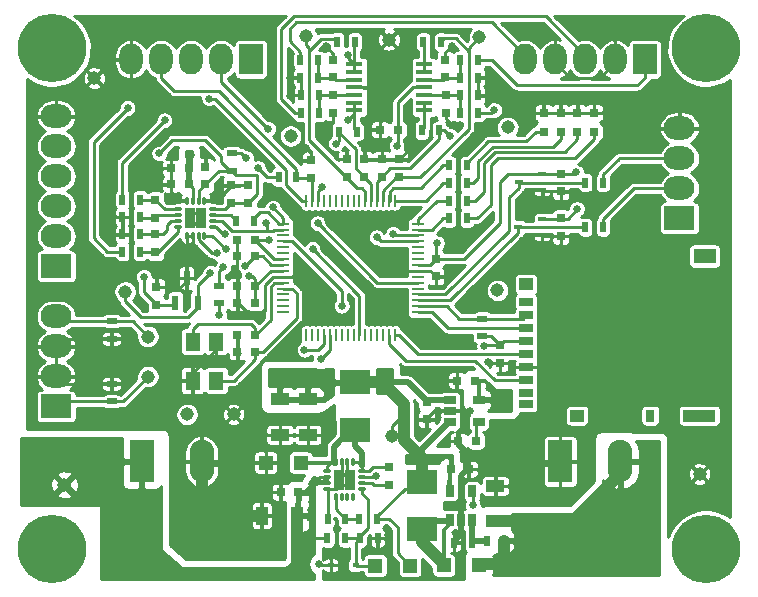
<source format=gbr>
G04 #@! TF.FileFunction,Copper,L1,Top,Signal*
%FSLAX46Y46*%
G04 Gerber Fmt 4.6, Leading zero omitted, Abs format (unit mm)*
G04 Created by KiCad (PCBNEW 4.0.6) date 04/19/17 14:22:56*
%MOMM*%
%LPD*%
G01*
G04 APERTURE LIST*
%ADD10C,0.100000*%
%ADD11R,0.700000X1.000000*%
%ADD12R,1.300000X1.600000*%
%ADD13O,0.300000X0.750000*%
%ADD14O,0.750000X0.300000*%
%ADD15R,0.900000X0.900000*%
%ADD16R,0.750000X0.800000*%
%ADD17R,0.800000X0.750000*%
%ADD18R,2.600000X2.000000*%
%ADD19O,2.600000X2.000000*%
%ADD20C,1.143000*%
%ADD21C,5.800000*%
%ADD22C,0.500000*%
%ADD23R,2.000000X2.600000*%
%ADD24O,2.000000X2.600000*%
%ADD25R,1.000000X1.600000*%
%ADD26R,1.600000X1.000000*%
%ADD27R,1.250000X1.220000*%
%ADD28R,0.800000X0.800000*%
%ADD29R,0.700000X0.450000*%
%ADD30R,2.500000X2.000000*%
%ADD31R,2.100000X3.600000*%
%ADD32O,2.100000X3.600000*%
%ADD33R,0.500000X0.900000*%
%ADD34R,0.900000X0.500000*%
%ADD35R,1.000000X0.700000*%
%ADD36R,0.600000X1.300000*%
%ADD37R,1.450000X0.450000*%
%ADD38R,1.000000X0.250000*%
%ADD39R,0.250000X1.000000*%
%ADD40R,1.900000X1.300000*%
%ADD41R,2.800000X1.000000*%
%ADD42R,1.200000X0.700000*%
%ADD43R,1.200000X1.000000*%
%ADD44R,1.200000X0.650000*%
%ADD45R,0.800000X1.000000*%
%ADD46R,0.600000X0.450000*%
%ADD47C,0.650000*%
%ADD48C,0.250000*%
%ADD49C,1.000000*%
%ADD50C,0.530000*%
%ADD51C,0.380000*%
%ADD52C,0.254000*%
G04 APERTURE END LIST*
D10*
D11*
X174147809Y-96099075D03*
X176052809Y-96099075D03*
X174147809Y-93699075D03*
X175100309Y-96099075D03*
X176052809Y-93699075D03*
D12*
X152371800Y-81034880D03*
X152371800Y-84334880D03*
X154371800Y-84334880D03*
X154371800Y-81034880D03*
D13*
X153384700Y-69100180D03*
X152884700Y-69100180D03*
X152384700Y-69100180D03*
X151884700Y-69100180D03*
D14*
X151159700Y-69825180D03*
X151159700Y-70325180D03*
X151159700Y-70825180D03*
X151159700Y-71325180D03*
D13*
X151884700Y-72050180D03*
X152384700Y-72050180D03*
X152884700Y-72050180D03*
X153384700Y-72050180D03*
D14*
X154109700Y-71325180D03*
X154109700Y-70825180D03*
X154109700Y-70325180D03*
X154109700Y-69825180D03*
D15*
X152184700Y-71025180D03*
X153084700Y-71025180D03*
X152184700Y-70125180D03*
X153084700Y-70125180D03*
D16*
X173807336Y-60187330D03*
X173807336Y-61687330D03*
D14*
X163762000Y-91984240D03*
X163762000Y-92484240D03*
X163762000Y-92984240D03*
X163762000Y-93484240D03*
D13*
X164487000Y-94209240D03*
X164987000Y-94209240D03*
X165487000Y-94209240D03*
X165987000Y-94209240D03*
D14*
X166712000Y-93484240D03*
X166712000Y-92984240D03*
X166712000Y-92484240D03*
X166712000Y-91984240D03*
D13*
X165987000Y-91259240D03*
X165487000Y-91259240D03*
X164987000Y-91259240D03*
X164487000Y-91259240D03*
D15*
X165687000Y-93184240D03*
X165687000Y-92284240D03*
X164787000Y-93184240D03*
X164787000Y-92284240D03*
D17*
X159825000Y-93775000D03*
X161325000Y-93775000D03*
D18*
X193600000Y-70590000D03*
D19*
X193600000Y-68050000D03*
X193600000Y-65510000D03*
X193600000Y-62970000D03*
D20*
X179057300Y-62890400D03*
X161975800Y-55118000D03*
D21*
X140500000Y-98550000D03*
D22*
X140500000Y-96264000D03*
X138214000Y-98550000D03*
X142100000Y-96950000D03*
X142786000Y-98550000D03*
X138900000Y-96950000D03*
X138900000Y-100150000D03*
X140500000Y-100836000D03*
X142100000Y-100150000D03*
D21*
X140500000Y-56200000D03*
D22*
X140500000Y-53914000D03*
X138214000Y-56200000D03*
X142100000Y-54600000D03*
X142786000Y-56200000D03*
X138900000Y-54600000D03*
X138900000Y-57800000D03*
X140500000Y-58486000D03*
X142100000Y-57800000D03*
D21*
X195830000Y-98550000D03*
D22*
X195830000Y-96264000D03*
X193544000Y-98550000D03*
X197430000Y-96950000D03*
X198116000Y-98550000D03*
X194230000Y-96950000D03*
X194230000Y-100150000D03*
X195830000Y-100836000D03*
X197430000Y-100150000D03*
D23*
X190677800Y-57124600D03*
D24*
X188137800Y-57124600D03*
X185597800Y-57124600D03*
X183057800Y-57124600D03*
X180517800Y-57124600D03*
D25*
X158225000Y-95775000D03*
X161225000Y-95775000D03*
D16*
X169000000Y-93150000D03*
X169000000Y-91650000D03*
D26*
X162142286Y-85925000D03*
X162142286Y-88925000D03*
X159775000Y-85925000D03*
X159775000Y-88925000D03*
D16*
X172200000Y-86125000D03*
X172200000Y-87625000D03*
D17*
X176375000Y-89450000D03*
X174875000Y-89450000D03*
X176275000Y-84325000D03*
X174775000Y-84325000D03*
X174260000Y-91820000D03*
X175760000Y-91820000D03*
D26*
X178000989Y-93256835D03*
X178000989Y-96256835D03*
D16*
X149236600Y-73460900D03*
X149236600Y-71960900D03*
X149236600Y-70562760D03*
X149236600Y-69062760D03*
X157097900Y-69285640D03*
X157097900Y-67785640D03*
X155660260Y-69296500D03*
X155660260Y-67796500D03*
X149310000Y-77910000D03*
X149310000Y-76410000D03*
X153463160Y-67728120D03*
X153463160Y-66228120D03*
D17*
X152058540Y-66340580D03*
X150558540Y-66340580D03*
X152066860Y-67714720D03*
X150566860Y-67714720D03*
D16*
X173779396Y-58667270D03*
X173779396Y-57167270D03*
D17*
X169761816Y-63093790D03*
X168261816Y-63093790D03*
D16*
X168395500Y-67107560D03*
X168395500Y-65607560D03*
X169868700Y-67112640D03*
X169868700Y-65612640D03*
X164277256Y-58649490D03*
X164277256Y-57149490D03*
X164282336Y-60151770D03*
X164282336Y-61651770D03*
X165423700Y-67112640D03*
X165423700Y-65612640D03*
X166922300Y-67110800D03*
X166922300Y-65610800D03*
D17*
X157668300Y-80508100D03*
X156168300Y-80508100D03*
X157670840Y-81882240D03*
X156170840Y-81882240D03*
D16*
X178398000Y-82843500D03*
X178398000Y-81343500D03*
D17*
X156146214Y-73808354D03*
X157646214Y-73808354D03*
X156146914Y-72411354D03*
X157646914Y-72411354D03*
D16*
X172982740Y-75512420D03*
X172982740Y-74012420D03*
X183556960Y-66807500D03*
X183556960Y-68307500D03*
D17*
X156160000Y-77740519D03*
X157660000Y-77740519D03*
D16*
X183551880Y-70587020D03*
X183551880Y-72087020D03*
X162388400Y-67176140D03*
X162388400Y-65676140D03*
D17*
X156160000Y-76353679D03*
X157660000Y-76353679D03*
D27*
X161525000Y-91275000D03*
X158575000Y-91275000D03*
X176605000Y-99970000D03*
X173655000Y-99970000D03*
D28*
X184950100Y-63258500D03*
X184950100Y-61658500D03*
X182105300Y-63258700D03*
X182105300Y-61658700D03*
X183527700Y-63258600D03*
X183527700Y-61658600D03*
X186359800Y-63258700D03*
X186359800Y-61658700D03*
D29*
X181970480Y-71978700D03*
X181970480Y-70678700D03*
X179970480Y-71328700D03*
X181986480Y-68173780D03*
X181986480Y-66873780D03*
X179986480Y-67523780D03*
D30*
X166125000Y-88475000D03*
X166125000Y-84475000D03*
X171775449Y-92916855D03*
X171775449Y-96916855D03*
D31*
X148070000Y-91180000D03*
D32*
X153150000Y-91180000D03*
D23*
X157325000Y-57124600D03*
D24*
X154785000Y-57124600D03*
X152245000Y-57124600D03*
X149705000Y-57124600D03*
X147165000Y-57124600D03*
D20*
X176657000Y-55270400D03*
X160675000Y-63625000D03*
X178180000Y-76690000D03*
X155850000Y-87200000D03*
X195300000Y-92250000D03*
X144070000Y-58720000D03*
X169000000Y-55475000D03*
X151910000Y-87200000D03*
X169230000Y-88990000D03*
X141525000Y-93150000D03*
X146660000Y-76820000D03*
X148600000Y-80600000D03*
X148600000Y-84000000D03*
D18*
X140820000Y-86520000D03*
D19*
X140820000Y-83980000D03*
X140820000Y-81440000D03*
X140820000Y-78900000D03*
D33*
X165300000Y-96025000D03*
X163800000Y-96025000D03*
X168000000Y-96025000D03*
X166500000Y-96025000D03*
X178780389Y-97907895D03*
X177280389Y-97907895D03*
X176010000Y-98050000D03*
X174510000Y-98050000D03*
X146434280Y-73429720D03*
X147934280Y-73429720D03*
X146431740Y-68999960D03*
X147931740Y-68999960D03*
X146434280Y-71951440D03*
X147934280Y-71951440D03*
X146426660Y-70475700D03*
X147926660Y-70475700D03*
D34*
X155725000Y-66575000D03*
X155725000Y-65075000D03*
D33*
X157575000Y-70800000D03*
X156075000Y-70800000D03*
X176541076Y-61668850D03*
X175041076Y-61668850D03*
X175043616Y-60193110D03*
X176543616Y-60193110D03*
X176533456Y-57200990D03*
X175033456Y-57200990D03*
X175033456Y-58671650D03*
X176533456Y-58671650D03*
X161510496Y-57198450D03*
X163010496Y-57198450D03*
X163010496Y-58676730D03*
X161510496Y-58676730D03*
X161546056Y-61653610D03*
X163046056Y-61653610D03*
X163051136Y-60170250D03*
X161551136Y-60170250D03*
X174104300Y-69088000D03*
X175604300Y-69088000D03*
X174104300Y-66090800D03*
X175604300Y-66090800D03*
X174104300Y-67589400D03*
X175604300Y-67589400D03*
X174103600Y-70599300D03*
X175603600Y-70599300D03*
D34*
X145525000Y-86100000D03*
X145525000Y-84600000D03*
X145515000Y-79290000D03*
X145515000Y-80790000D03*
X176900000Y-80575000D03*
X176900000Y-79075000D03*
D33*
X185629600Y-67564420D03*
X187129600Y-67564420D03*
X185629600Y-71349020D03*
X187129600Y-71349020D03*
X161164820Y-67119560D03*
X159664820Y-67119560D03*
X173265176Y-63152210D03*
X171765176Y-63152210D03*
X173399096Y-55649050D03*
X171899096Y-55649050D03*
X164604216Y-55633810D03*
X166104216Y-55633810D03*
X164775000Y-63250000D03*
X166275000Y-63250000D03*
D35*
X174209000Y-85964580D03*
X174209000Y-87869580D03*
X176609000Y-85964580D03*
X174209000Y-86917080D03*
X176609000Y-87869580D03*
D36*
X150918960Y-77743300D03*
X152818960Y-77743300D03*
X151868960Y-75643300D03*
D37*
X171984676Y-61459850D03*
X171984676Y-60809850D03*
X171984676Y-60159850D03*
X171984676Y-59509850D03*
X171984676Y-58859850D03*
X171984676Y-58209850D03*
X171984676Y-57559850D03*
X166084676Y-57559850D03*
X166084676Y-58209850D03*
X166084676Y-58859850D03*
X166084676Y-59509850D03*
X166084676Y-60159850D03*
X166084676Y-60809850D03*
X166084676Y-61459850D03*
D38*
X160056200Y-71040680D03*
X160056200Y-71540680D03*
X160056200Y-72040680D03*
X160056200Y-72540680D03*
X160056200Y-73040680D03*
X160056200Y-73540680D03*
X160056200Y-74040680D03*
X160056200Y-74540680D03*
X160056200Y-75040680D03*
X160056200Y-75540680D03*
X160056200Y-76040680D03*
X160056200Y-76540680D03*
X160056200Y-77040680D03*
X160056200Y-77540680D03*
X160056200Y-78040680D03*
X160056200Y-78540680D03*
D39*
X162006200Y-80490680D03*
X162506200Y-80490680D03*
X163006200Y-80490680D03*
X163506200Y-80490680D03*
X164006200Y-80490680D03*
X164506200Y-80490680D03*
X165006200Y-80490680D03*
X165506200Y-80490680D03*
X166006200Y-80490680D03*
X166506200Y-80490680D03*
X167006200Y-80490680D03*
X167506200Y-80490680D03*
X168006200Y-80490680D03*
X168506200Y-80490680D03*
X169006200Y-80490680D03*
X169506200Y-80490680D03*
D38*
X171456200Y-78540680D03*
X171456200Y-78040680D03*
X171456200Y-77540680D03*
X171456200Y-77040680D03*
X171456200Y-76540680D03*
X171456200Y-76040680D03*
X171456200Y-75540680D03*
X171456200Y-75040680D03*
X171456200Y-74540680D03*
X171456200Y-74040680D03*
X171456200Y-73540680D03*
X171456200Y-73040680D03*
X171456200Y-72540680D03*
X171456200Y-72040680D03*
X171456200Y-71540680D03*
X171456200Y-71040680D03*
D39*
X169506200Y-69090680D03*
X169006200Y-69090680D03*
X168506200Y-69090680D03*
X168006200Y-69090680D03*
X167506200Y-69090680D03*
X167006200Y-69090680D03*
X166506200Y-69090680D03*
X166006200Y-69090680D03*
X165506200Y-69090680D03*
X165006200Y-69090680D03*
X164506200Y-69090680D03*
X164006200Y-69090680D03*
X163506200Y-69090680D03*
X163006200Y-69090680D03*
X162506200Y-69090680D03*
X162006200Y-69090680D03*
D40*
X195725000Y-73800000D03*
D41*
X195275000Y-87300000D03*
D42*
X180625000Y-77700000D03*
X180625000Y-78800000D03*
X180625000Y-79900000D03*
X180625000Y-81000000D03*
X180625000Y-82100000D03*
X180625000Y-83200000D03*
X180625000Y-84300000D03*
X180625000Y-85400000D03*
D43*
X180625000Y-76150000D03*
D44*
X180625000Y-86350000D03*
D45*
X191125000Y-87300000D03*
D43*
X184925000Y-87300000D03*
D31*
X183500000Y-91180000D03*
D32*
X188580000Y-91180000D03*
D21*
X195830000Y-56200000D03*
D22*
X195830000Y-53914000D03*
X193544000Y-56200000D03*
X197430000Y-54600000D03*
X198116000Y-56200000D03*
X194230000Y-54600000D03*
X194230000Y-57800000D03*
X195830000Y-58486000D03*
X197430000Y-57800000D03*
D18*
X140830000Y-74650000D03*
D19*
X140830000Y-72110000D03*
X140830000Y-69570000D03*
X140830000Y-67030000D03*
X140830000Y-64490000D03*
X140830000Y-61950000D03*
D34*
X154620000Y-77800000D03*
X154620000Y-76300000D03*
D46*
X166180000Y-99960000D03*
X164080000Y-99960000D03*
D27*
X167835000Y-99990000D03*
X170785000Y-99990000D03*
D33*
X165298031Y-97674535D03*
X163798031Y-97674535D03*
X168038031Y-97674535D03*
X166538031Y-97674535D03*
D47*
X163120000Y-99880000D03*
X168960000Y-97400000D03*
X169925000Y-75025000D03*
X149610000Y-75220000D03*
X170925000Y-64550000D03*
X180500000Y-92500000D03*
X180500000Y-93500000D03*
X181500000Y-93500000D03*
X181500000Y-92500000D03*
X181500000Y-90500000D03*
X180500000Y-90500000D03*
X180500000Y-91500000D03*
X181500000Y-91500000D03*
X155000000Y-90500000D03*
X156000000Y-90500000D03*
X156000000Y-91500000D03*
X156000000Y-92500000D03*
X156000000Y-93500000D03*
X155000000Y-93500000D03*
X155000000Y-92500000D03*
X155000000Y-91500000D03*
X152500000Y-97500000D03*
X153500000Y-97500000D03*
X154500000Y-97500000D03*
X155500000Y-97500000D03*
X155500000Y-96500000D03*
X154500000Y-96500000D03*
X153500000Y-96500000D03*
X152500000Y-96500000D03*
X153385000Y-82715000D03*
X153460000Y-65240000D03*
X153084700Y-70125180D03*
X152184700Y-71025180D03*
X153084700Y-71025180D03*
X152184700Y-70125180D03*
X152621743Y-73103257D03*
X148500000Y-66200000D03*
X148500000Y-66925000D03*
X148500000Y-67650000D03*
X175050000Y-62725000D03*
X177650000Y-60200000D03*
X174100000Y-75525000D03*
X154584308Y-68147940D03*
X177358721Y-82764454D03*
X175100000Y-94850000D03*
X173425000Y-84325000D03*
X175850000Y-86900000D03*
X164787000Y-93184240D03*
X165687000Y-93184240D03*
X165687000Y-92284240D03*
X164787000Y-92284240D03*
X182700000Y-83250000D03*
X162000000Y-64650000D03*
X163709200Y-62950020D03*
X151875000Y-73150000D03*
X145250000Y-71875000D03*
X145250000Y-70575000D03*
X155850000Y-83100000D03*
X187960000Y-63182500D03*
X187960000Y-62420500D03*
X187960000Y-61658500D03*
X186258200Y-54610000D03*
X161778800Y-75618400D03*
X184567880Y-72314220D03*
X168357400Y-64493200D03*
X177730000Y-58702000D03*
X174301000Y-56009600D03*
X160661200Y-60200600D03*
X160610400Y-58702000D03*
X163633000Y-56035000D03*
X182002480Y-69164620D03*
X162350000Y-98275000D03*
X177925000Y-61425000D03*
X162350000Y-95950000D03*
X162375000Y-95250000D03*
X167900000Y-92375000D03*
X158848245Y-72454010D03*
X156940000Y-65510000D03*
X157903409Y-66337990D03*
X154610000Y-78800000D03*
X169650000Y-64450000D03*
X179000000Y-85400000D03*
X179000000Y-86200000D03*
X178200000Y-86200000D03*
X178200000Y-85400000D03*
X177075000Y-81425000D03*
X184859920Y-66702720D03*
X173056400Y-72697400D03*
X184923480Y-69825020D03*
X148250000Y-75530000D03*
X149550000Y-65100000D03*
X153880000Y-75190000D03*
X157147613Y-75461684D03*
X152275000Y-65250000D03*
X174175000Y-63625000D03*
X164515800Y-64262000D03*
X163325000Y-67925000D03*
X158775000Y-63000000D03*
X153775000Y-60450000D03*
X161850000Y-81720000D03*
X163230000Y-82490000D03*
X159175000Y-69675000D03*
X176100000Y-94900000D03*
X165000000Y-78000000D03*
X154437768Y-73498901D03*
X169350000Y-71910000D03*
X155175831Y-73180000D03*
X162530000Y-73180000D03*
X155119299Y-71900701D03*
X167950000Y-72200000D03*
X158625000Y-71025000D03*
X146875000Y-61250000D03*
X165550000Y-56725000D03*
X150000000Y-62300000D03*
X165550000Y-62275000D03*
X156850000Y-74620000D03*
X154990000Y-74700000D03*
X162960000Y-71000000D03*
D48*
X164080000Y-99960000D02*
X163200000Y-99960000D01*
X163200000Y-99960000D02*
X163120000Y-99880000D01*
X168038031Y-97674535D02*
X168685465Y-97674535D01*
X168685465Y-97674535D02*
X168960000Y-97400000D01*
X169940680Y-75040680D02*
X169925000Y-75025000D01*
X171456200Y-75040680D02*
X169940680Y-75040680D01*
X151868960Y-75643300D02*
X151868960Y-73156040D01*
X151868960Y-73156040D02*
X151875000Y-73150000D01*
X149310000Y-76410000D02*
X149310000Y-75520000D01*
X149310000Y-75520000D02*
X149610000Y-75220000D01*
X157114481Y-78670000D02*
X156185000Y-77740519D01*
X158270000Y-78670000D02*
X157114481Y-78670000D01*
X156185000Y-77740519D02*
X156160000Y-77740519D01*
X158529989Y-78410011D02*
X158270000Y-78670000D01*
X158529989Y-76220478D02*
X158529989Y-78410011D01*
X160056200Y-75540680D02*
X159209787Y-75540680D01*
X159209787Y-75540680D02*
X158529989Y-76220478D01*
X156146214Y-74433354D02*
X156146214Y-73808354D01*
X156146214Y-76109893D02*
X156146214Y-74433354D01*
X156160000Y-76123679D02*
X156146214Y-76109893D01*
X156218420Y-81882240D02*
X156356497Y-82020317D01*
X145525000Y-84600000D02*
X141420000Y-84600000D01*
X141420000Y-84600000D02*
X140800000Y-83980000D01*
X145515000Y-80790000D02*
X141450000Y-80790000D01*
X141450000Y-80790000D02*
X140800000Y-81440000D01*
X169868700Y-65612640D02*
X169868700Y-65606300D01*
X169868700Y-65606300D02*
X170925000Y-64550000D01*
X180500000Y-92500000D02*
X181500000Y-92500000D01*
X180500000Y-92500000D02*
X180500000Y-91500000D01*
X180500000Y-93500000D02*
X180500000Y-92500000D01*
X181500000Y-93500000D02*
X180500000Y-93500000D01*
X181500000Y-92500000D02*
X181500000Y-93500000D01*
X181500000Y-91500000D02*
X181500000Y-92500000D01*
X181500000Y-90500000D02*
X181500000Y-91500000D01*
X180500000Y-90500000D02*
X181500000Y-90500000D01*
X180500000Y-91500000D02*
X180500000Y-90500000D01*
X181500000Y-91500000D02*
X180500000Y-91500000D01*
X183500000Y-91500000D02*
X181500000Y-91500000D01*
X155000000Y-90500000D02*
X155000000Y-91500000D01*
X156000000Y-90500000D02*
X155000000Y-90500000D01*
X156000000Y-91500000D02*
X156000000Y-90500000D01*
X156000000Y-92500000D02*
X156000000Y-91500000D01*
X156000000Y-93500000D02*
X156000000Y-92500000D01*
X155000000Y-93500000D02*
X156000000Y-93500000D01*
X155000000Y-92500000D02*
X155000000Y-93500000D01*
X155000000Y-91500000D02*
X155000000Y-92500000D01*
X153150000Y-91500000D02*
X155000000Y-91500000D01*
X152500000Y-97500000D02*
X152500000Y-96500000D01*
X153500000Y-97500000D02*
X152500000Y-97500000D01*
X154500000Y-97500000D02*
X153500000Y-97500000D01*
X155500000Y-97500000D02*
X154500000Y-97500000D01*
X155500000Y-96500000D02*
X155500000Y-97500000D01*
X154500000Y-96500000D02*
X155500000Y-96500000D01*
X153500000Y-96500000D02*
X154500000Y-96500000D01*
X152500000Y-96500000D02*
X153500000Y-96500000D01*
X153150000Y-91500000D02*
X153150000Y-95850000D01*
X153150000Y-95850000D02*
X152500000Y-96500000D01*
X154371800Y-81034880D02*
X154371800Y-81728200D01*
X154371800Y-81728200D02*
X153385000Y-82715000D01*
X152371800Y-84334880D02*
X152371800Y-83728200D01*
X152371800Y-83728200D02*
X153385000Y-82715000D01*
X153463160Y-66228120D02*
X153463160Y-65243160D01*
X153463160Y-65243160D02*
X153460000Y-65240000D01*
X153084700Y-71025180D02*
X153084700Y-70125180D01*
X153084700Y-71025180D02*
X152184700Y-71025180D01*
X152184700Y-70125180D02*
X153084700Y-70125180D01*
X152184700Y-71025180D02*
X152184700Y-70125180D01*
X152384700Y-72050180D02*
X152384700Y-72866214D01*
X152384700Y-72866214D02*
X152621743Y-73103257D01*
X148500000Y-66925000D02*
X148500000Y-66200000D01*
X148500000Y-67650000D02*
X148500000Y-66925000D01*
X150566860Y-67714720D02*
X148564720Y-67714720D01*
X148564720Y-67714720D02*
X148500000Y-67650000D01*
X173807336Y-62157336D02*
X174375000Y-62725000D01*
X174375000Y-62725000D02*
X174590381Y-62725000D01*
X173807336Y-61687330D02*
X173807336Y-62157336D01*
X175050000Y-62725000D02*
X174590381Y-62725000D01*
X174845006Y-62725000D02*
X175050000Y-62725000D01*
X176543616Y-60193110D02*
X177643110Y-60193110D01*
X177643110Y-60193110D02*
X177650000Y-60200000D01*
X172982740Y-75512420D02*
X174087420Y-75512420D01*
X174087420Y-75512420D02*
X174100000Y-75525000D01*
X150558540Y-66340580D02*
X150558540Y-65816460D01*
X154639064Y-68147940D02*
X154584308Y-68147940D01*
X155660260Y-67796500D02*
X154990504Y-67796500D01*
X154990504Y-67796500D02*
X154639064Y-68147940D01*
X177437767Y-82843500D02*
X177358721Y-82764454D01*
X178398000Y-82843500D02*
X177437767Y-82843500D01*
D49*
X153150000Y-91500000D02*
X153150000Y-94300000D01*
X158225000Y-95775000D02*
X155000000Y-95775000D01*
X153150000Y-94300000D02*
X154625000Y-95775000D01*
X154625000Y-95775000D02*
X155000000Y-95775000D01*
D50*
X158225000Y-95775000D02*
X158225000Y-95375000D01*
X174875000Y-89675000D02*
X175550589Y-90350589D01*
X175550589Y-90350589D02*
X175550589Y-91924735D01*
X174875000Y-89450000D02*
X174875000Y-89675000D01*
X175550589Y-91924735D02*
X175100000Y-92375324D01*
X175100000Y-92375324D02*
X175100000Y-94850000D01*
X175100309Y-96209075D02*
X175100309Y-94850309D01*
X175100309Y-94850309D02*
X175100000Y-94850000D01*
X174507409Y-97915515D02*
X175100309Y-97322615D01*
X175100309Y-97322615D02*
X175100309Y-96209075D01*
D51*
X174775000Y-84325000D02*
X173425000Y-84325000D01*
X175089000Y-86917080D02*
X175832920Y-86917080D01*
X175832920Y-86917080D02*
X175850000Y-86900000D01*
X175225000Y-88345000D02*
X175225000Y-87053080D01*
X175225000Y-87053080D02*
X175089000Y-86917080D01*
X174875000Y-89450000D02*
X174875000Y-88695000D01*
X174875000Y-88695000D02*
X175225000Y-88345000D01*
X175225000Y-85530000D02*
X175225000Y-86781080D01*
X175225000Y-86781080D02*
X175089000Y-86917080D01*
X175089000Y-86917080D02*
X174209000Y-86917080D01*
X174775000Y-84325000D02*
X174775000Y-85080000D01*
X174775000Y-85080000D02*
X175225000Y-85530000D01*
X174209000Y-86917080D02*
X172907920Y-86917080D01*
X172907920Y-86917080D02*
X172200000Y-87625000D01*
D48*
X164787000Y-93184240D02*
X164787000Y-92284240D01*
X165687000Y-93184240D02*
X164787000Y-93184240D01*
X165687000Y-92284240D02*
X165687000Y-93184240D01*
X164787000Y-92284240D02*
X165687000Y-92284240D01*
X163762000Y-93484240D02*
X164487000Y-93484240D01*
X164487000Y-93484240D02*
X164787000Y-93184240D01*
X164987000Y-91259240D02*
X164987000Y-92084240D01*
X164987000Y-92084240D02*
X164787000Y-92284240D01*
X165487000Y-91259240D02*
X165487000Y-92084240D01*
X165487000Y-92084240D02*
X165687000Y-92284240D01*
X163800000Y-96025000D02*
X163800000Y-93522240D01*
X163800000Y-93522240D02*
X163762000Y-93484240D01*
X178398000Y-82843500D02*
X179196900Y-82843500D01*
X180625000Y-83200000D02*
X182650000Y-83200000D01*
X182650000Y-83200000D02*
X182700000Y-83250000D01*
X179196900Y-82843500D02*
X179553400Y-83200000D01*
X179553400Y-83200000D02*
X180625000Y-83200000D01*
X153384700Y-69100180D02*
X154381580Y-69100180D01*
X154381580Y-69100180D02*
X155660260Y-67821500D01*
X155660260Y-67821500D02*
X155660260Y-67796500D01*
X162388400Y-65676140D02*
X162388400Y-65038400D01*
X162388400Y-65038400D02*
X162000000Y-64650000D01*
X164034199Y-62625021D02*
X163709200Y-62950020D01*
X164282336Y-62376884D02*
X164034199Y-62625021D01*
X164282336Y-61651770D02*
X164282336Y-62376884D01*
X163709200Y-63409639D02*
X163709200Y-62950020D01*
X163709200Y-64586640D02*
X163709200Y-63409639D01*
X164811400Y-65688840D02*
X163709200Y-64586640D01*
X151884700Y-72050180D02*
X151884700Y-73140300D01*
X151884700Y-73140300D02*
X151875000Y-73150000D01*
X151884700Y-72050180D02*
X152384700Y-72050180D01*
X146434280Y-71951440D02*
X145326440Y-71951440D01*
X145326440Y-71951440D02*
X145250000Y-71875000D01*
X146426660Y-70475700D02*
X145349300Y-70475700D01*
X145349300Y-70475700D02*
X145250000Y-70575000D01*
X146426660Y-70475700D02*
X146426660Y-71943820D01*
X146426660Y-71943820D02*
X146434280Y-71951440D01*
X150566860Y-67714720D02*
X150566860Y-68339720D01*
X150566860Y-68339720D02*
X151327320Y-69100180D01*
X151327320Y-69100180D02*
X151884700Y-69100180D01*
X150558540Y-66340580D02*
X150558540Y-67706400D01*
X150558540Y-67706400D02*
X150566860Y-67714720D01*
X155660260Y-67796500D02*
X157087040Y-67796500D01*
X157087040Y-67796500D02*
X157097900Y-67785640D01*
X149310000Y-76410000D02*
X151332260Y-76410000D01*
X151332260Y-76410000D02*
X151868960Y-75873300D01*
X156156214Y-76349893D02*
X156160000Y-76353679D01*
X156156214Y-76327010D02*
X156182883Y-76353679D01*
X156207183Y-77740519D02*
X156182183Y-77740519D01*
X156170840Y-81882240D02*
X156170840Y-82779160D01*
X156170840Y-82779160D02*
X155850000Y-83100000D01*
X180862000Y-83148200D02*
X180878480Y-83164680D01*
X187960000Y-62420500D02*
X187960000Y-63182500D01*
X187960000Y-61658500D02*
X187960000Y-62420500D01*
X186359800Y-61658700D02*
X187959800Y-61658700D01*
X187959800Y-61658700D02*
X187960000Y-61658500D01*
X184950100Y-61658500D02*
X186359600Y-61658500D01*
X186359600Y-61658500D02*
X186359800Y-61658700D01*
X183527700Y-61658600D02*
X184950000Y-61658600D01*
X184950000Y-61658600D02*
X184950100Y-61658500D01*
X182105300Y-61658700D02*
X183527600Y-61658700D01*
X183527600Y-61658700D02*
X183527700Y-61658600D01*
X188137800Y-57124600D02*
X188137800Y-55574600D01*
X188137800Y-55574600D02*
X187173200Y-54610000D01*
X187173200Y-54610000D02*
X186258200Y-54610000D01*
X188137800Y-57124600D02*
X188137800Y-57424600D01*
X188137800Y-57424600D02*
X186812790Y-58749610D01*
X186812790Y-58749610D02*
X184382810Y-58749610D01*
X184382810Y-58749610D02*
X183057800Y-57424600D01*
X183057800Y-57424600D02*
X183057800Y-57124600D01*
X156170840Y-81882240D02*
X156218420Y-81882240D01*
X156170840Y-81882240D02*
X156170840Y-80510640D01*
X156170840Y-80510640D02*
X156168300Y-80508100D01*
X160056200Y-75540680D02*
X161701080Y-75540680D01*
X161701080Y-75540680D02*
X161778800Y-75618400D01*
X156182183Y-76352979D02*
X156182883Y-76353679D01*
X156146914Y-72411354D02*
X156146914Y-73807654D01*
X156146914Y-73807654D02*
X156146214Y-73808354D01*
X156182883Y-76353679D02*
X156182883Y-77739819D01*
X156182883Y-77739819D02*
X156182183Y-77740519D01*
X183551880Y-72087020D02*
X184340680Y-72087020D01*
X184340680Y-72087020D02*
X184567880Y-72314220D01*
X183551880Y-72087020D02*
X182078800Y-72087020D01*
X182078800Y-72087020D02*
X181970480Y-71978700D01*
X169868700Y-65612640D02*
X168400580Y-65612640D01*
X168400580Y-65612640D02*
X168395500Y-65607560D01*
X168261816Y-63093790D02*
X168261816Y-64397616D01*
X168261816Y-64397616D02*
X168357400Y-64493200D01*
X168408200Y-65683760D02*
X168408200Y-64544000D01*
X168408200Y-64544000D02*
X168357400Y-64493200D01*
X165423700Y-65612640D02*
X164798700Y-65612640D01*
X176533456Y-58671650D02*
X177699650Y-58671650D01*
X177699650Y-58671650D02*
X177730000Y-58702000D01*
X176533456Y-58671650D02*
X176533456Y-60182950D01*
X176533456Y-60182950D02*
X176543616Y-60193110D01*
X173779396Y-57167270D02*
X173779396Y-56531204D01*
X173779396Y-56531204D02*
X174301000Y-56009600D01*
X166922300Y-65610800D02*
X168392260Y-65610800D01*
X168392260Y-65610800D02*
X168395500Y-65607560D01*
X161551136Y-60170250D02*
X160691550Y-60170250D01*
X160691550Y-60170250D02*
X160661200Y-60200600D01*
X161510496Y-58676730D02*
X160635670Y-58676730D01*
X160635670Y-58676730D02*
X160610400Y-58702000D01*
X161551136Y-60170250D02*
X161551136Y-58717370D01*
X161551136Y-58717370D02*
X161510496Y-58676730D01*
X164277256Y-56679256D02*
X163633000Y-56035000D01*
X164277256Y-57149490D02*
X164277256Y-56679256D01*
X181986480Y-68173780D02*
X181986480Y-69148620D01*
X181986480Y-69148620D02*
X182002480Y-69164620D01*
X183556960Y-68307500D02*
X182120200Y-68307500D01*
X182120200Y-68307500D02*
X181986480Y-68173780D01*
X172982740Y-75512420D02*
X172511000Y-75040680D01*
X172511000Y-75040680D02*
X171456200Y-75040680D01*
X168261816Y-63093790D02*
X168261816Y-60711990D01*
X168261816Y-60711990D02*
X167059676Y-59509850D01*
X167059676Y-59509850D02*
X166084676Y-59509850D01*
D49*
X161225000Y-99925000D02*
X161225000Y-97640000D01*
X161225000Y-97640000D02*
X161225000Y-95775000D01*
D48*
X163798031Y-97674535D02*
X161259535Y-97674535D01*
X161259535Y-97674535D02*
X161225000Y-97640000D01*
X176541076Y-61668850D02*
X177681150Y-61668850D01*
X177681150Y-61668850D02*
X177925000Y-61425000D01*
D49*
X148045000Y-91525000D02*
X148070000Y-91500000D01*
X160325000Y-100825000D02*
X161225000Y-99925000D01*
X148045000Y-91850000D02*
X148045000Y-91100000D01*
D48*
X163003760Y-92571240D02*
X162725000Y-92850000D01*
X162725000Y-92850000D02*
X162000000Y-93575000D01*
X163375000Y-92850000D02*
X162725000Y-92850000D01*
X163509240Y-92984240D02*
X163375000Y-92850000D01*
X163762000Y-92984240D02*
X163509240Y-92984240D01*
X162590760Y-92984240D02*
X162000000Y-93575000D01*
X163762000Y-92984240D02*
X162590760Y-92984240D01*
X163475000Y-92650000D02*
X163600000Y-92800000D01*
X163475000Y-92750000D02*
X163525000Y-92800000D01*
X163525000Y-92800000D02*
X163600000Y-92800000D01*
X163640760Y-92484240D02*
X163475000Y-92650000D01*
X163762000Y-92484240D02*
X163640760Y-92484240D01*
X162000000Y-93575000D02*
X161800000Y-93775000D01*
X163050000Y-92571240D02*
X163003760Y-92571240D01*
X163762000Y-92484240D02*
X163137000Y-92484240D01*
X163137000Y-92484240D02*
X163050000Y-92571240D01*
X163762000Y-92984240D02*
X163762000Y-92484240D01*
X161975000Y-93775000D02*
X161800000Y-93775000D01*
X161800000Y-93775000D02*
X161325000Y-93775000D01*
D50*
X162375000Y-95250000D02*
X162375000Y-95925000D01*
X162375000Y-95925000D02*
X162350000Y-95950000D01*
D48*
X166712000Y-92484240D02*
X167790760Y-92484240D01*
X167790760Y-92484240D02*
X167900000Y-92375000D01*
X163762000Y-92484240D02*
X163740760Y-92484240D01*
X163762000Y-92984240D02*
X163759240Y-92984240D01*
X161225000Y-94102760D02*
X161225000Y-95775000D01*
X163762000Y-92484240D02*
X163537000Y-92484240D01*
X167337000Y-92984240D02*
X166712000Y-92984240D01*
X167547236Y-92984240D02*
X167337000Y-92984240D01*
X169000000Y-93150000D02*
X167712996Y-93150000D01*
X167712996Y-93150000D02*
X167547236Y-92984240D01*
D51*
X161525000Y-91275000D02*
X164446990Y-91275000D01*
D50*
X164325000Y-91259240D02*
X164309240Y-91275000D01*
D48*
X166712000Y-91984240D02*
X167337000Y-91984240D01*
X167337000Y-91984240D02*
X167671240Y-91650000D01*
X167671240Y-91650000D02*
X169000000Y-91650000D01*
D50*
X166125000Y-88375000D02*
X166125000Y-89905000D01*
X166125000Y-89905000D02*
X166712000Y-90492000D01*
X166712000Y-90492000D02*
X166712000Y-91584240D01*
X166125000Y-88375000D02*
X165875000Y-88375000D01*
X165875000Y-88375000D02*
X164325000Y-89925000D01*
X164325000Y-89925000D02*
X164325000Y-91259240D01*
D48*
X166712000Y-91984240D02*
X166712000Y-91584240D01*
X166712000Y-91584240D02*
X166387000Y-91259240D01*
X166387000Y-91259240D02*
X165987000Y-91259240D01*
X164087000Y-91259240D02*
X164325000Y-91259240D01*
X164325000Y-91259240D02*
X164487000Y-91259240D01*
X164087000Y-91259240D02*
X164052760Y-91225000D01*
X163762000Y-91984240D02*
X163762000Y-91584240D01*
X163762000Y-91584240D02*
X164087000Y-91259240D01*
D51*
X174147809Y-93699075D02*
X174147809Y-91932191D01*
X174147809Y-91932191D02*
X174260000Y-91820000D01*
D48*
X168000000Y-96025000D02*
X169005000Y-96025000D01*
X169005000Y-96025000D02*
X169730000Y-96750000D01*
X170770000Y-99990000D02*
X170785000Y-99990000D01*
X169730000Y-96750000D02*
X169730000Y-98950000D01*
X169730000Y-98950000D02*
X170770000Y-99990000D01*
X169230000Y-88990000D02*
X169230000Y-88181777D01*
X169230000Y-88181777D02*
X170250000Y-87161777D01*
X170250000Y-87161777D02*
X170250000Y-86350000D01*
X170250000Y-86350000D02*
X170250000Y-86630000D01*
D50*
X174209000Y-87869580D02*
X174059000Y-87869580D01*
X174059000Y-87869580D02*
X171775449Y-90153131D01*
X171775449Y-90153131D02*
X171775449Y-90916855D01*
D49*
X170250000Y-86350000D02*
X170250000Y-89391406D01*
X170250000Y-89391406D02*
X171775449Y-90916855D01*
X166125000Y-84475000D02*
X168375000Y-84475000D01*
X168375000Y-84475000D02*
X170250000Y-86350000D01*
D51*
X168010000Y-96035000D02*
X168000000Y-96025000D01*
D48*
X170325000Y-93500000D02*
X171192304Y-93500000D01*
X171192304Y-93500000D02*
X171775449Y-92916855D01*
X168000000Y-96025000D02*
X168000000Y-95825000D01*
X168000000Y-95825000D02*
X170325000Y-93500000D01*
D50*
X170883145Y-92916855D02*
X170883145Y-92941855D01*
X171775449Y-92916855D02*
X170883145Y-92916855D01*
X171525449Y-92916855D02*
X171775449Y-92916855D01*
D49*
X166125000Y-84475000D02*
X166375000Y-84475000D01*
X171775449Y-90916855D02*
X171775449Y-92916855D01*
D50*
X172200000Y-86125000D02*
X172360420Y-85964580D01*
X172360420Y-85964580D02*
X174209000Y-85964580D01*
X166125000Y-84475000D02*
X170575000Y-84475000D01*
X170575000Y-84475000D02*
X172200000Y-86100000D01*
X172200000Y-86100000D02*
X172200000Y-86125000D01*
D48*
X176375000Y-89450000D02*
X176375000Y-88103580D01*
X176375000Y-88103580D02*
X176609000Y-87869580D01*
X158805589Y-72411354D02*
X158848245Y-72454010D01*
X157646914Y-72411354D02*
X158805589Y-72411354D01*
X155725000Y-65075000D02*
X156505000Y-65075000D01*
X156505000Y-65075000D02*
X156940000Y-65510000D01*
X158684979Y-67119560D02*
X158228408Y-66662989D01*
X158228408Y-66662989D02*
X157903409Y-66337990D01*
X159664820Y-67119560D02*
X158684979Y-67119560D01*
X160056200Y-74040680D02*
X159276240Y-74040680D01*
X159276240Y-74040680D02*
X157646914Y-72411354D01*
X154620000Y-77800000D02*
X154620000Y-78790000D01*
X154620000Y-78790000D02*
X154610000Y-78800000D01*
X169761816Y-63093790D02*
X169761816Y-64338184D01*
X169761816Y-64338184D02*
X169650000Y-64450000D01*
D51*
X179000000Y-85400000D02*
X178200000Y-85400000D01*
X179000000Y-86200000D02*
X179000000Y-85400000D01*
X178200000Y-86200000D02*
X179000000Y-86200000D01*
X178200000Y-85400000D02*
X178200000Y-86200000D01*
X176275000Y-84325000D02*
X177125000Y-84325000D01*
X177125000Y-84325000D02*
X178200000Y-85400000D01*
X176609000Y-85964580D02*
X176609000Y-84659000D01*
X176609000Y-84659000D02*
X176275000Y-84325000D01*
D48*
X176900000Y-80575000D02*
X177629500Y-80575000D01*
X177629500Y-80575000D02*
X178398000Y-81343500D01*
X178398000Y-81343500D02*
X177156500Y-81343500D01*
X177156500Y-81343500D02*
X177075000Y-81425000D01*
X178398000Y-81343500D02*
X177773000Y-81343500D01*
X177042180Y-80612680D02*
X176942180Y-80612680D01*
X180625000Y-81000000D02*
X178741500Y-81000000D01*
X178741500Y-81000000D02*
X178398000Y-81343500D01*
X160030308Y-74066572D02*
X160056200Y-74040680D01*
X178384200Y-71005700D02*
X175377480Y-74012420D01*
X175377480Y-74012420D02*
X172982740Y-74012420D01*
X178384200Y-67551300D02*
X178384200Y-71005700D01*
X179061720Y-66873780D02*
X178384200Y-67551300D01*
X181986480Y-66873780D02*
X179061720Y-66873780D01*
X183556960Y-66807500D02*
X184755140Y-66807500D01*
X184755140Y-66807500D02*
X184859920Y-66702720D01*
X157646214Y-72412054D02*
X157646914Y-72411354D01*
X172982740Y-74012420D02*
X172982740Y-72771060D01*
X172982740Y-72771060D02*
X173056400Y-72697400D01*
X172982740Y-74012420D02*
X172454480Y-74540680D01*
X172454480Y-74540680D02*
X171456200Y-74540680D01*
X183562040Y-70612420D02*
X184136080Y-70612420D01*
X184136080Y-70612420D02*
X184923480Y-69825020D01*
X183562040Y-70612420D02*
X182036760Y-70612420D01*
X182036760Y-70612420D02*
X181970480Y-70678700D01*
X183556960Y-66807500D02*
X182052760Y-66807500D01*
X182052760Y-66807500D02*
X181986480Y-66873780D01*
X169761816Y-63093790D02*
X169761816Y-60757710D01*
X169761816Y-60757710D02*
X171009676Y-59509850D01*
X171009676Y-59509850D02*
X171984676Y-59509850D01*
D49*
X178000989Y-96256835D02*
X184573165Y-96256835D01*
X184573165Y-96256835D02*
X188580000Y-92250000D01*
X188580000Y-92250000D02*
X188580000Y-91500000D01*
X188580000Y-91500000D02*
X188580000Y-90750000D01*
X178000989Y-96256835D02*
X178318165Y-96256835D01*
X176600000Y-99900000D02*
X178238284Y-99900000D01*
X178238284Y-99900000D02*
X178780389Y-99357895D01*
X178780389Y-99357895D02*
X178780389Y-97907895D01*
D48*
X149236600Y-73460900D02*
X147965460Y-73460900D01*
X147965460Y-73460900D02*
X147934280Y-73429720D01*
X151159700Y-71325180D02*
X151159700Y-71725180D01*
X151159700Y-71725180D02*
X149423980Y-73460900D01*
X149423980Y-73460900D02*
X149236600Y-73460900D01*
X149236600Y-71960900D02*
X147943740Y-71960900D01*
X147943740Y-71960900D02*
X147934280Y-71951440D01*
X150200000Y-71622500D02*
X150200000Y-71159880D01*
X150200000Y-71159880D02*
X150534700Y-70825180D01*
X150534700Y-70825180D02*
X151159700Y-70825180D01*
X149236600Y-71960900D02*
X149861600Y-71960900D01*
X149861600Y-71960900D02*
X150200000Y-71622500D01*
X149236600Y-70562760D02*
X148013720Y-70562760D01*
X148013720Y-70562760D02*
X147926660Y-70475700D01*
X151159700Y-70325180D02*
X149474180Y-70325180D01*
X149474180Y-70325180D02*
X149236600Y-70562760D01*
X149236600Y-69062760D02*
X147994540Y-69062760D01*
X147994540Y-69062760D02*
X147931740Y-68999960D01*
X151159700Y-69825180D02*
X149999020Y-69825180D01*
X149999020Y-69825180D02*
X149236600Y-69062760D01*
X155725000Y-66575000D02*
X156091992Y-66941992D01*
X157846068Y-66941992D02*
X157846068Y-68537472D01*
X156091992Y-66941992D02*
X157846068Y-66941992D01*
X157846068Y-68537472D02*
X157097900Y-69285640D01*
X149310000Y-77910000D02*
X149310000Y-77885000D01*
X149310000Y-77885000D02*
X148250000Y-76825000D01*
X148250000Y-76825000D02*
X148250000Y-75530000D01*
X154775000Y-65325000D02*
X154775000Y-65825000D01*
X154775000Y-65825000D02*
X155525000Y-66575000D01*
X155525000Y-66575000D02*
X155725000Y-66575000D01*
X153425000Y-63975000D02*
X150675000Y-63975000D01*
X150675000Y-63975000D02*
X149550000Y-65100000D01*
X154775000Y-65325000D02*
X153425000Y-63975000D01*
X153463160Y-67728120D02*
X153463160Y-67703120D01*
X153463160Y-67703120D02*
X154591280Y-66575000D01*
X154591280Y-66575000D02*
X155025000Y-66575000D01*
X155025000Y-66575000D02*
X155725000Y-66575000D01*
X152884700Y-69100180D02*
X152884700Y-68306580D01*
X152884700Y-68306580D02*
X153463160Y-67728120D01*
X155131580Y-69825180D02*
X155660260Y-69296500D01*
X154109700Y-69825180D02*
X155131580Y-69825180D01*
X155660260Y-69296500D02*
X157087040Y-69296500D01*
X157087040Y-69296500D02*
X157097900Y-69285640D01*
X149310000Y-77910000D02*
X150855660Y-77910000D01*
X150855660Y-77910000D02*
X150918960Y-77973300D01*
X146660000Y-76820000D02*
X146660000Y-77628223D01*
X146660000Y-77628223D02*
X147991777Y-78960000D01*
X147991777Y-78960000D02*
X151952260Y-78960000D01*
X151952260Y-78960000D02*
X152818960Y-78093300D01*
X152818960Y-78093300D02*
X152818960Y-77743300D01*
X159306200Y-75040680D02*
X160056200Y-75040680D01*
X158997999Y-75040680D02*
X159306200Y-75040680D01*
X157685000Y-76353679D02*
X158997999Y-75040680D01*
X157660000Y-76353679D02*
X157685000Y-76353679D01*
X152818960Y-77743300D02*
X152818960Y-76251040D01*
X152818960Y-76251040D02*
X153880000Y-75190000D01*
X157660000Y-76353679D02*
X157660000Y-75728679D01*
X157660000Y-75728679D02*
X157393005Y-75461684D01*
X157393005Y-75461684D02*
X157147613Y-75461684D01*
X152275000Y-65250000D02*
X152275000Y-66124120D01*
X152275000Y-66124120D02*
X152058540Y-66340580D01*
X152384700Y-69100180D02*
X152384700Y-68032560D01*
X152384700Y-68032560D02*
X152066860Y-67714720D01*
X152066860Y-67714720D02*
X152066860Y-66348900D01*
X152066860Y-66348900D02*
X152058540Y-66340580D01*
X157682183Y-77740519D02*
X157523303Y-77899399D01*
X157682883Y-76353679D02*
X157682883Y-77739819D01*
X157682883Y-77739819D02*
X157682183Y-77740519D01*
X173807336Y-60187330D02*
X172012156Y-60187330D01*
X172012156Y-60187330D02*
X171984676Y-60159850D01*
X175043616Y-60193110D02*
X173813116Y-60193110D01*
X173813116Y-60193110D02*
X173807336Y-60187330D01*
X175041076Y-61668850D02*
X175041076Y-60195650D01*
X175041076Y-60195650D02*
X175043616Y-60193110D01*
X173779396Y-58667270D02*
X173586816Y-58859850D01*
X173586816Y-58859850D02*
X171984676Y-58859850D01*
X175033456Y-58671650D02*
X173783776Y-58671650D01*
X173783776Y-58671650D02*
X173779396Y-58667270D01*
X175033456Y-57200990D02*
X175033456Y-58671650D01*
X169118060Y-66360000D02*
X170757386Y-66360000D01*
X170757386Y-66360000D02*
X173265176Y-63852210D01*
X168395500Y-67082560D02*
X169118060Y-66360000D01*
X173265176Y-63152210D02*
X173702210Y-63152210D01*
X173702210Y-63152210D02*
X174175000Y-63625000D01*
X168006200Y-69090680D02*
X168006200Y-67496860D01*
X168006200Y-67496860D02*
X168395500Y-67107560D01*
X173265176Y-63152210D02*
X173265176Y-63852210D01*
X168395500Y-67082560D02*
X168395500Y-67107560D01*
X175741796Y-62988204D02*
X171617360Y-67112640D01*
X171617360Y-67112640D02*
X169868700Y-67112640D01*
X175748800Y-62988204D02*
X175741796Y-62988204D01*
X175748800Y-56469996D02*
X175748800Y-62988204D01*
X168506200Y-68244267D02*
X169637827Y-67112640D01*
X168506200Y-69090680D02*
X168506200Y-68244267D01*
X169637827Y-67112640D02*
X169868700Y-67112640D01*
X175748800Y-56469996D02*
X175748800Y-56178600D01*
X175748800Y-56178600D02*
X176657000Y-55270400D01*
X174638402Y-55359598D02*
X175748800Y-56469996D01*
X173688548Y-55359598D02*
X174638402Y-55359598D01*
X173399096Y-55649050D02*
X173688548Y-55359598D01*
X164277256Y-58649490D02*
X164487616Y-58859850D01*
X164487616Y-58859850D02*
X166084676Y-58859850D01*
X163010496Y-58676730D02*
X164250016Y-58676730D01*
X164250016Y-58676730D02*
X164277256Y-58649490D01*
X163010496Y-57198450D02*
X163010496Y-58676730D01*
X164282336Y-60151770D02*
X166076596Y-60151770D01*
X166076596Y-60151770D02*
X166084676Y-60159850D01*
X163051136Y-60170250D02*
X164263856Y-60170250D01*
X164263856Y-60170250D02*
X164282336Y-60151770D01*
X163046056Y-61653610D02*
X163046056Y-60175330D01*
X163046056Y-60175330D02*
X163051136Y-60170250D01*
X161975800Y-55118000D02*
X161975800Y-55926223D01*
X161975800Y-55926223D02*
X162236000Y-56186423D01*
X162236000Y-56186423D02*
X162236000Y-56393796D01*
X162236000Y-56393796D02*
X162236000Y-63909000D01*
X165423700Y-67112640D02*
X165423700Y-67087640D01*
X165436400Y-67163840D02*
X162236000Y-63963440D01*
X162236000Y-63963440D02*
X162236000Y-63909000D01*
X166714720Y-68049200D02*
X166271760Y-68049200D01*
X166271760Y-68049200D02*
X165436400Y-67213840D01*
X165423700Y-67137640D02*
X165423700Y-67112640D01*
X167006200Y-69090680D02*
X167006200Y-68340680D01*
X167006200Y-68340680D02*
X166714720Y-68049200D01*
X163244798Y-55384998D02*
X162236000Y-56393796D01*
X164355404Y-55384998D02*
X163244798Y-55384998D01*
X164604216Y-55633810D02*
X164355404Y-55384998D01*
X166198400Y-66425400D02*
X166198400Y-64748274D01*
X164787096Y-63336970D02*
X166121126Y-64671000D01*
X166198400Y-64748274D02*
X166121126Y-64671000D01*
X164787096Y-63136970D02*
X164787096Y-63336970D01*
X167506200Y-69090680D02*
X167506200Y-67694700D01*
X167506200Y-67694700D02*
X166922300Y-67110800D01*
X164787096Y-63136970D02*
X164787096Y-63990704D01*
X164787096Y-63990704D02*
X164515800Y-64262000D01*
X166922300Y-67085800D02*
X166185700Y-66349200D01*
X166922300Y-67085800D02*
X166922300Y-67110800D01*
X158980000Y-76406878D02*
X158980000Y-79221400D01*
X158980000Y-79221400D02*
X157693300Y-80508100D01*
X157693300Y-80508100D02*
X157668300Y-80508100D01*
X160056200Y-76040680D02*
X160006201Y-76090679D01*
X160006201Y-76090679D02*
X159296199Y-76090679D01*
X159296199Y-76090679D02*
X158980000Y-76406878D01*
X157668300Y-80508100D02*
X157668300Y-80058632D01*
X157668300Y-80508100D02*
X157668300Y-79883100D01*
X157668300Y-79883100D02*
X157335200Y-79550000D01*
X157335200Y-79550000D02*
X152806680Y-79550000D01*
X152806680Y-79550000D02*
X152371800Y-79984880D01*
X152371800Y-79984880D02*
X152371800Y-81034880D01*
X157668300Y-80508100D02*
X157643300Y-80508100D01*
X152371800Y-80884880D02*
X152371800Y-81034880D01*
X157670840Y-81882240D02*
X158320840Y-81882240D01*
X158320840Y-81882240D02*
X161194600Y-79008480D01*
X161194600Y-79008480D02*
X161194600Y-76929080D01*
X157670840Y-81882240D02*
X157670840Y-82507240D01*
X157670840Y-82507240D02*
X155843200Y-84334880D01*
X155843200Y-84334880D02*
X155271800Y-84334880D01*
X155271800Y-84334880D02*
X154371800Y-84334880D01*
X160056200Y-76540680D02*
X160806200Y-76540680D01*
X160806200Y-76540680D02*
X161194600Y-76929080D01*
X154586408Y-59799998D02*
X152450000Y-59799998D01*
X149705000Y-57124600D02*
X149705000Y-58674600D01*
X149705000Y-58674600D02*
X150830398Y-59799998D01*
X150830398Y-59799998D02*
X152450000Y-59799998D01*
X161164820Y-66378410D02*
X154586408Y-59799998D01*
X161164820Y-67119560D02*
X161164820Y-66378410D01*
X162388400Y-67176140D02*
X161221400Y-67176140D01*
X161221400Y-67176140D02*
X161164820Y-67119560D01*
X162388400Y-67176140D02*
X162506200Y-67293940D01*
X162506200Y-67293940D02*
X162506200Y-69090680D01*
D49*
X171775449Y-96916855D02*
X171775449Y-98025449D01*
X171775449Y-98025449D02*
X173650000Y-99900000D01*
D51*
X173650000Y-99900000D02*
X173650000Y-96994384D01*
X173650000Y-96994384D02*
X174150309Y-96494075D01*
X174150309Y-96494075D02*
X174150309Y-96209075D01*
D49*
X171800000Y-96941406D02*
X171775449Y-96916855D01*
X173650000Y-99950000D02*
X173635000Y-99950000D01*
D50*
X174150309Y-96209075D02*
X172483229Y-96209075D01*
X172483229Y-96209075D02*
X171775449Y-96916855D01*
D48*
X177050700Y-68326000D02*
X176288700Y-69088000D01*
X176288700Y-69088000D02*
X175604300Y-69088000D01*
X177050700Y-65951100D02*
X177050700Y-68326000D01*
X178015900Y-64985900D02*
X177050700Y-65951100D01*
X183872700Y-64985900D02*
X178015900Y-64985900D01*
X184950100Y-63258500D02*
X184950100Y-63908500D01*
X184950100Y-63908500D02*
X183872700Y-64985900D01*
X175604300Y-65890800D02*
X175604300Y-66090800D01*
X177409222Y-64085878D02*
X175604300Y-65890800D01*
X181455300Y-63258700D02*
X180628122Y-64085878D01*
X180628122Y-64085878D02*
X177409222Y-64085878D01*
X182105300Y-63258700D02*
X181455300Y-63258700D01*
X176555400Y-65773300D02*
X176555400Y-66306700D01*
X177792811Y-64535889D02*
X176555400Y-65773300D01*
X182900411Y-64535889D02*
X177792811Y-64535889D01*
X183527700Y-63908600D02*
X182900411Y-64535889D01*
X183527700Y-63258600D02*
X183527700Y-63908600D01*
X176555400Y-66306700D02*
X176555400Y-66865500D01*
X175604300Y-67589400D02*
X176104300Y-67589400D01*
X176104300Y-67589400D02*
X176555400Y-67138300D01*
X176555400Y-67138300D02*
X176555400Y-66306700D01*
X177622200Y-69456300D02*
X176479200Y-70599300D01*
X176479200Y-70599300D02*
X175603600Y-70599300D01*
X177622200Y-66065400D02*
X177622200Y-69456300D01*
X178193700Y-65493900D02*
X177622200Y-66065400D01*
X184774600Y-65493900D02*
X178193700Y-65493900D01*
X186359800Y-63258700D02*
X186359800Y-63908700D01*
X186359800Y-63908700D02*
X184774600Y-65493900D01*
X173789000Y-77540680D02*
X173393100Y-77540680D01*
X173393100Y-77540680D02*
X172206200Y-77540680D01*
X179923000Y-71803700D02*
X174186020Y-77540680D01*
X174186020Y-77540680D02*
X173393100Y-77540680D01*
X179970480Y-71803700D02*
X179923000Y-71803700D01*
X172206200Y-77540680D02*
X171456200Y-77540680D01*
X179970480Y-71328700D02*
X179970480Y-71803700D01*
X185629600Y-71349020D02*
X179990800Y-71349020D01*
X179990800Y-71349020D02*
X179970480Y-71328700D01*
X173276320Y-77040680D02*
X173139100Y-77040680D01*
X173139100Y-77040680D02*
X171456200Y-77040680D01*
X179986480Y-67523780D02*
X179986480Y-67998780D01*
X179986480Y-67998780D02*
X179171600Y-68813660D01*
X179171600Y-68813660D02*
X179171600Y-71640700D01*
X179171600Y-71640700D02*
X173771620Y-77040680D01*
X173771620Y-77040680D02*
X173139100Y-77040680D01*
X185629600Y-67564420D02*
X180027120Y-67564420D01*
X180027120Y-67564420D02*
X179986480Y-67523780D01*
X161546056Y-61653610D02*
X161046056Y-61653610D01*
X161046056Y-61653610D02*
X159893000Y-60500554D01*
X159893000Y-60500554D02*
X159893000Y-54559200D01*
X159893000Y-54559200D02*
X160959800Y-53492400D01*
X160959800Y-53492400D02*
X182265600Y-53492400D01*
X182265600Y-53492400D02*
X185597800Y-56824600D01*
X185597800Y-56824600D02*
X185597800Y-57124600D01*
X179832000Y-59309000D02*
X177723990Y-57200990D01*
X177723990Y-57200990D02*
X176533456Y-57200990D01*
X190043400Y-59309000D02*
X179832000Y-59309000D01*
X190677800Y-57124600D02*
X190677800Y-58674600D01*
X190677800Y-58674600D02*
X190043400Y-59309000D01*
X160629600Y-54533800D02*
X161163000Y-54000400D01*
X161163000Y-54000400D02*
X177693600Y-54000400D01*
X160629600Y-55617554D02*
X160629600Y-54533800D01*
X161510496Y-57198450D02*
X161510496Y-56498450D01*
X161510496Y-56498450D02*
X160629600Y-55617554D01*
X180517800Y-56824600D02*
X180517800Y-57124600D01*
X177693600Y-54000400D02*
X180517800Y-56824600D01*
X154785000Y-57124600D02*
X154785000Y-59010000D01*
X154785000Y-59010000D02*
X158775000Y-63000000D01*
X163325000Y-67925000D02*
X163006200Y-68243800D01*
X163006200Y-68243800D02*
X163006200Y-69090680D01*
X160325000Y-67784480D02*
X160325000Y-66525000D01*
X153775000Y-60450000D02*
X154250000Y-60450000D01*
X154250000Y-60450000D02*
X160325000Y-66525000D01*
X162006200Y-69090680D02*
X161631200Y-69090680D01*
X161631200Y-69090680D02*
X160325000Y-67784480D01*
X193600000Y-68050000D02*
X189728620Y-68050000D01*
X189728620Y-68050000D02*
X189706620Y-68072000D01*
X187129600Y-71349020D02*
X187129600Y-70649020D01*
X187129600Y-70649020D02*
X189706620Y-68072000D01*
X189706620Y-68072000D02*
X189762120Y-68072000D01*
X188462020Y-65532000D02*
X188484020Y-65510000D01*
X188484020Y-65510000D02*
X193600000Y-65510000D01*
X187129600Y-67564420D02*
X187129600Y-66864420D01*
X187129600Y-66864420D02*
X188462020Y-65532000D01*
X188462020Y-65532000D02*
X188517520Y-65532000D01*
X187129600Y-67364420D02*
X187129600Y-67564420D01*
X187216480Y-67651300D02*
X187129600Y-67564420D01*
X187205800Y-67640620D02*
X187129600Y-67564420D01*
X163506200Y-80490680D02*
X163506200Y-81240680D01*
X163506200Y-81240680D02*
X163026880Y-81720000D01*
X163026880Y-81720000D02*
X161850000Y-81720000D01*
X145515000Y-79290000D02*
X141190000Y-79290000D01*
X141190000Y-79290000D02*
X140800000Y-78900000D01*
X148600000Y-80600000D02*
X147290000Y-79290000D01*
X147290000Y-79290000D02*
X145515000Y-79290000D01*
X164006200Y-80490680D02*
X164006200Y-81713800D01*
X164006200Y-81713800D02*
X163230000Y-82490000D01*
X145525000Y-86100000D02*
X146500000Y-86100000D01*
X146500000Y-86100000D02*
X148600000Y-84000000D01*
X145525000Y-86100000D02*
X141220000Y-86100000D01*
X141220000Y-86100000D02*
X140800000Y-86520000D01*
X165300000Y-96025000D02*
X164487000Y-95212000D01*
X164487000Y-95212000D02*
X164487000Y-94209240D01*
X166500000Y-96025000D02*
X165300000Y-96025000D01*
D50*
X176050309Y-96209075D02*
X176050309Y-97872615D01*
X176050309Y-97872615D02*
X176007409Y-97915515D01*
X177280389Y-97907895D02*
X176015029Y-97907895D01*
X176015029Y-97907895D02*
X176007409Y-97915515D01*
D48*
X160056200Y-70556200D02*
X159175000Y-69675000D01*
X160056200Y-71040680D02*
X160056200Y-70556200D01*
X158740520Y-70100000D02*
X159681200Y-71040680D01*
X158075000Y-70100000D02*
X158740520Y-70100000D01*
X157575000Y-70600000D02*
X158075000Y-70100000D01*
X157575000Y-70800000D02*
X157575000Y-70600000D01*
X159681200Y-71040680D02*
X160056200Y-71040680D01*
X156075000Y-70800000D02*
X155600180Y-70325180D01*
X155600180Y-70325180D02*
X154109700Y-70325180D01*
X174104300Y-69088000D02*
X173033880Y-69088000D01*
X173033880Y-69088000D02*
X171456200Y-70665680D01*
X171456200Y-70665680D02*
X171456200Y-71040680D01*
X169006200Y-69090680D02*
X169056199Y-69090680D01*
X169056199Y-69090680D02*
X169056199Y-68330679D01*
X169056199Y-68330679D02*
X169378378Y-68008500D01*
X169378378Y-68008500D02*
X171686600Y-68008500D01*
X173604300Y-66090800D02*
X171686600Y-68008500D01*
X174104300Y-66090800D02*
X173604300Y-66090800D01*
X174104300Y-67589400D02*
X173604300Y-67589400D01*
X173604300Y-67589400D02*
X172103020Y-69090680D01*
X172103020Y-69090680D02*
X169881200Y-69090680D01*
X169881200Y-69090680D02*
X169506200Y-69090680D01*
X174103600Y-70599300D02*
X173603600Y-70599300D01*
X173603600Y-70599300D02*
X172662220Y-71540680D01*
X172662220Y-71540680D02*
X172206200Y-71540680D01*
X172206200Y-71540680D02*
X171456200Y-71540680D01*
X176900000Y-79075000D02*
X180350000Y-79075000D01*
X180350000Y-79075000D02*
X180625000Y-78800000D01*
X171456200Y-78040680D02*
X173925680Y-78040680D01*
X173925680Y-78040680D02*
X174960000Y-79075000D01*
X174960000Y-79075000D02*
X176900000Y-79075000D01*
X171744880Y-78040680D02*
X171456200Y-78040680D01*
X171984676Y-61459850D02*
X171984676Y-62932710D01*
X171984676Y-62932710D02*
X171765176Y-63152210D01*
X171984676Y-61459850D02*
X171984676Y-60809850D01*
X171984676Y-57559850D02*
X171984676Y-55734630D01*
X171984676Y-55734630D02*
X171899096Y-55649050D01*
X171984676Y-58209850D02*
X171984676Y-57559850D01*
X176100000Y-94900000D02*
X176100000Y-93638766D01*
X176100000Y-93638766D02*
X176050309Y-93589075D01*
X160056200Y-72540680D02*
X160806200Y-72540680D01*
X160806200Y-72540680D02*
X165000000Y-76734480D01*
X165000000Y-76734480D02*
X165000000Y-78000000D01*
X152884700Y-72405452D02*
X153978149Y-73498901D01*
X152884700Y-72050180D02*
X152884700Y-72405452D01*
X153978149Y-73498901D02*
X154437768Y-73498901D01*
X171456200Y-72040680D02*
X169480680Y-72040680D01*
X169480680Y-72040680D02*
X169350000Y-71910000D01*
X153384700Y-72050180D02*
X154046011Y-72050180D01*
X154046011Y-72050180D02*
X155175831Y-73180000D01*
X166500000Y-79734480D02*
X166500000Y-77150000D01*
X166500000Y-77150000D02*
X162530000Y-73180000D01*
X166506200Y-80490680D02*
X166506200Y-79740680D01*
X166506200Y-79740680D02*
X166500000Y-79734480D01*
X154910221Y-71900701D02*
X155119299Y-71900701D01*
X154334700Y-71325180D02*
X154910221Y-71900701D01*
X154109700Y-71325180D02*
X154334700Y-71325180D01*
X154109700Y-71325180D02*
X154475180Y-71325180D01*
X171456200Y-72540680D02*
X168290680Y-72540680D01*
X168290680Y-72540680D02*
X167950000Y-72200000D01*
X154800000Y-70825180D02*
X154897978Y-70825180D01*
X154897978Y-70825180D02*
X155697798Y-71625000D01*
X155697798Y-71625000D02*
X158700000Y-71625000D01*
X158700000Y-71100000D02*
X158625000Y-71025000D01*
X158700000Y-71625000D02*
X158700000Y-71100000D01*
X154109700Y-70825180D02*
X154800000Y-70825180D01*
X154800000Y-70825180D02*
X154867765Y-70825180D01*
X158700000Y-71625000D02*
X159221880Y-71625000D01*
X159221880Y-71625000D02*
X159306200Y-71540680D01*
X159306200Y-71540680D02*
X160056200Y-71540680D01*
X176325000Y-82650000D02*
X170415520Y-82650000D01*
X170415520Y-82650000D02*
X169006200Y-81240680D01*
X169006200Y-81240680D02*
X169006200Y-80490680D01*
X177975000Y-84300000D02*
X176325000Y-82650000D01*
X180625000Y-84300000D02*
X177975000Y-84300000D01*
X180625000Y-82100000D02*
X179775000Y-82100000D01*
X179775000Y-82100000D02*
X179767800Y-82092800D01*
X179767800Y-82092800D02*
X171483320Y-82092800D01*
X171483320Y-82092800D02*
X169881200Y-80490680D01*
X169881200Y-80490680D02*
X169506200Y-80490680D01*
X180625000Y-79900000D02*
X174007000Y-79900000D01*
X174007000Y-79900000D02*
X172647680Y-78540680D01*
X172647680Y-78540680D02*
X171456200Y-78540680D01*
X146875000Y-61250000D02*
X144000000Y-64125000D01*
X144000000Y-72275000D02*
X145154720Y-73429720D01*
X145154720Y-73429720D02*
X146434280Y-73429720D01*
X144000000Y-64125000D02*
X144000000Y-72275000D01*
X165550000Y-56725000D02*
X165550000Y-57025174D01*
X165550000Y-57025174D02*
X166084676Y-57559850D01*
X166084676Y-57559850D02*
X166084676Y-55653350D01*
X166084676Y-55653350D02*
X166104216Y-55633810D01*
X166084676Y-58209850D02*
X166084676Y-57559850D01*
X146431740Y-68999960D02*
X146431740Y-66150000D01*
X150000000Y-62300000D02*
X146431740Y-65868260D01*
X146431740Y-65868260D02*
X146431740Y-66150000D01*
X166084676Y-61459850D02*
X166084676Y-61740324D01*
X166084676Y-61740324D02*
X165550000Y-62275000D01*
X166084676Y-61459850D02*
X166084676Y-63059676D01*
X166084676Y-63059676D02*
X166275000Y-63250000D01*
X166084676Y-60809850D02*
X166084676Y-61459850D01*
X157646214Y-73808354D02*
X158296214Y-73808354D01*
X158296214Y-73808354D02*
X159028540Y-74540680D01*
X159028540Y-74540680D02*
X159306200Y-74540680D01*
X159306200Y-74540680D02*
X160056200Y-74540680D01*
X157646214Y-73808354D02*
X157646214Y-73823786D01*
X157646214Y-73823786D02*
X156850000Y-74620000D01*
X154620000Y-76300000D02*
X154620000Y-75070000D01*
X154620000Y-75070000D02*
X154990000Y-74700000D01*
X154610000Y-76290000D02*
X154620000Y-76300000D01*
X171456200Y-76040680D02*
X168000680Y-76040680D01*
X168000680Y-76040680D02*
X162960000Y-71000000D01*
X167240000Y-94412240D02*
X167240000Y-96772566D01*
X167240000Y-96772566D02*
X166538031Y-97474535D01*
X166538031Y-97474535D02*
X166538031Y-97674535D01*
X166712000Y-93484240D02*
X166712000Y-93884240D01*
X166712000Y-93884240D02*
X167240000Y-94412240D01*
X166180000Y-99960000D02*
X166180000Y-98032566D01*
X166180000Y-98032566D02*
X166538031Y-97674535D01*
X166105000Y-99960000D02*
X166180000Y-99960000D01*
X166538031Y-97674535D02*
X165298031Y-97674535D01*
X167835000Y-99990000D02*
X166210000Y-99990000D01*
X166210000Y-99990000D02*
X166180000Y-99960000D01*
D52*
G36*
X146409403Y-89194777D02*
X146385000Y-89317458D01*
X146385000Y-90894250D01*
X146543750Y-91053000D01*
X147943000Y-91053000D01*
X147943000Y-91033000D01*
X148197000Y-91033000D01*
X148197000Y-91053000D01*
X148217000Y-91053000D01*
X148217000Y-91307000D01*
X148197000Y-91307000D01*
X148197000Y-93456250D01*
X148355750Y-93615000D01*
X149182542Y-93615000D01*
X149305223Y-93590597D01*
X149420785Y-93542730D01*
X149524789Y-93473237D01*
X149613237Y-93384789D01*
X149673000Y-93295347D01*
X149673000Y-98550000D01*
X149678028Y-98585381D01*
X149692714Y-98617961D01*
X149715795Y-98645071D01*
X151465795Y-100195071D01*
X151495614Y-100214766D01*
X151529741Y-100225374D01*
X151550000Y-100227000D01*
X160450000Y-100227000D01*
X160485381Y-100221972D01*
X160517961Y-100207286D01*
X160555670Y-100170447D01*
X160819848Y-99774179D01*
X160835381Y-99771972D01*
X160867961Y-99757286D01*
X160895160Y-99734105D01*
X160914823Y-99704264D01*
X160925395Y-99670127D01*
X160927000Y-99650000D01*
X160927000Y-97210000D01*
X160939250Y-97210000D01*
X161098000Y-97051250D01*
X161098000Y-95902000D01*
X161352000Y-95902000D01*
X161352000Y-97051250D01*
X161510750Y-97210000D01*
X161787542Y-97210000D01*
X161910223Y-97185597D01*
X162025785Y-97137730D01*
X162129789Y-97068237D01*
X162218237Y-96979789D01*
X162287730Y-96875785D01*
X162335597Y-96760223D01*
X162360000Y-96637542D01*
X162360000Y-96060750D01*
X162201250Y-95902000D01*
X161352000Y-95902000D01*
X161098000Y-95902000D01*
X161078000Y-95902000D01*
X161078000Y-95648000D01*
X161098000Y-95648000D01*
X161098000Y-94726250D01*
X161198000Y-94626250D01*
X161198000Y-94498750D01*
X161352000Y-94498750D01*
X161352000Y-95648000D01*
X162201250Y-95648000D01*
X162360000Y-95489250D01*
X162360000Y-94912458D01*
X162335597Y-94789777D01*
X162287730Y-94674215D01*
X162218237Y-94570211D01*
X162210526Y-94562500D01*
X162218237Y-94554789D01*
X162287730Y-94450785D01*
X162335597Y-94335223D01*
X162360000Y-94212542D01*
X162360000Y-94060750D01*
X162201250Y-93902000D01*
X161452000Y-93902000D01*
X161452000Y-94398750D01*
X161352000Y-94498750D01*
X161198000Y-94498750D01*
X161198000Y-93902000D01*
X161178000Y-93902000D01*
X161178000Y-93648000D01*
X161198000Y-93648000D01*
X161198000Y-93628000D01*
X161452000Y-93628000D01*
X161452000Y-93648000D01*
X162201250Y-93648000D01*
X162360000Y-93489250D01*
X162360000Y-93337458D01*
X162335597Y-93214777D01*
X162287730Y-93099215D01*
X162267645Y-93069156D01*
X162553984Y-92525111D01*
X162752000Y-92520281D01*
X162752000Y-92611242D01*
X162834415Y-92611242D01*
X162818086Y-92644470D01*
X162776944Y-92680556D01*
X162784581Y-92734240D01*
X162776944Y-92787924D01*
X162818086Y-92824010D01*
X162857979Y-92905187D01*
X162924878Y-92992620D01*
X162881319Y-93045274D01*
X162854736Y-93094438D01*
X162745769Y-93098070D01*
X162710575Y-93104274D01*
X162678502Y-93120038D01*
X162652091Y-93144112D01*
X162633433Y-93174591D01*
X162623001Y-93225485D01*
X162645207Y-99043370D01*
X162515550Y-99128216D01*
X162381039Y-99259938D01*
X162274675Y-99415279D01*
X162200509Y-99588320D01*
X162161367Y-99772472D01*
X162158738Y-99960719D01*
X162192724Y-100145892D01*
X162262029Y-100320937D01*
X162364014Y-100479187D01*
X162494794Y-100614614D01*
X162623000Y-100703719D01*
X162623000Y-101090000D01*
X144627000Y-101090000D01*
X144627000Y-95000000D01*
X144621972Y-94964619D01*
X144607286Y-94932039D01*
X144584105Y-94904840D01*
X144554264Y-94885177D01*
X144520127Y-94874605D01*
X144500000Y-94873000D01*
X137885000Y-94873000D01*
X137885000Y-93979370D01*
X140875235Y-93979370D01*
X140919071Y-94200054D01*
X141135569Y-94298088D01*
X141367033Y-94352002D01*
X141604567Y-94359723D01*
X141839043Y-94320956D01*
X142061451Y-94237189D01*
X142130929Y-94200054D01*
X142174765Y-93979370D01*
X141525000Y-93329605D01*
X140875235Y-93979370D01*
X137885000Y-93979370D01*
X137885000Y-93229567D01*
X140315277Y-93229567D01*
X140354044Y-93464043D01*
X140437811Y-93686451D01*
X140474946Y-93755929D01*
X140695630Y-93799765D01*
X141345395Y-93150000D01*
X141704605Y-93150000D01*
X142354370Y-93799765D01*
X142575054Y-93755929D01*
X142673088Y-93539431D01*
X142727002Y-93307967D01*
X142734723Y-93070433D01*
X142695956Y-92835957D01*
X142612189Y-92613549D01*
X142575054Y-92544071D01*
X142354370Y-92500235D01*
X141704605Y-93150000D01*
X141345395Y-93150000D01*
X140695630Y-92500235D01*
X140474946Y-92544071D01*
X140376912Y-92760569D01*
X140322998Y-92992033D01*
X140315277Y-93229567D01*
X137885000Y-93229567D01*
X137885000Y-92320630D01*
X140875235Y-92320630D01*
X141525000Y-92970395D01*
X142174765Y-92320630D01*
X142130929Y-92099946D01*
X141914431Y-92001912D01*
X141682967Y-91947998D01*
X141445433Y-91940277D01*
X141210957Y-91979044D01*
X140988549Y-92062811D01*
X140919071Y-92099946D01*
X140875235Y-92320630D01*
X137885000Y-92320630D01*
X137885000Y-91465750D01*
X146385000Y-91465750D01*
X146385000Y-93042542D01*
X146409403Y-93165223D01*
X146457270Y-93280785D01*
X146526763Y-93384789D01*
X146615211Y-93473237D01*
X146719215Y-93542730D01*
X146834777Y-93590597D01*
X146957458Y-93615000D01*
X147784250Y-93615000D01*
X147943000Y-93456250D01*
X147943000Y-91307000D01*
X146543750Y-91307000D01*
X146385000Y-91465750D01*
X137885000Y-91465750D01*
X137885000Y-89177000D01*
X146416766Y-89177000D01*
X146409403Y-89194777D01*
X146409403Y-89194777D01*
G37*
X146409403Y-89194777D02*
X146385000Y-89317458D01*
X146385000Y-90894250D01*
X146543750Y-91053000D01*
X147943000Y-91053000D01*
X147943000Y-91033000D01*
X148197000Y-91033000D01*
X148197000Y-91053000D01*
X148217000Y-91053000D01*
X148217000Y-91307000D01*
X148197000Y-91307000D01*
X148197000Y-93456250D01*
X148355750Y-93615000D01*
X149182542Y-93615000D01*
X149305223Y-93590597D01*
X149420785Y-93542730D01*
X149524789Y-93473237D01*
X149613237Y-93384789D01*
X149673000Y-93295347D01*
X149673000Y-98550000D01*
X149678028Y-98585381D01*
X149692714Y-98617961D01*
X149715795Y-98645071D01*
X151465795Y-100195071D01*
X151495614Y-100214766D01*
X151529741Y-100225374D01*
X151550000Y-100227000D01*
X160450000Y-100227000D01*
X160485381Y-100221972D01*
X160517961Y-100207286D01*
X160555670Y-100170447D01*
X160819848Y-99774179D01*
X160835381Y-99771972D01*
X160867961Y-99757286D01*
X160895160Y-99734105D01*
X160914823Y-99704264D01*
X160925395Y-99670127D01*
X160927000Y-99650000D01*
X160927000Y-97210000D01*
X160939250Y-97210000D01*
X161098000Y-97051250D01*
X161098000Y-95902000D01*
X161352000Y-95902000D01*
X161352000Y-97051250D01*
X161510750Y-97210000D01*
X161787542Y-97210000D01*
X161910223Y-97185597D01*
X162025785Y-97137730D01*
X162129789Y-97068237D01*
X162218237Y-96979789D01*
X162287730Y-96875785D01*
X162335597Y-96760223D01*
X162360000Y-96637542D01*
X162360000Y-96060750D01*
X162201250Y-95902000D01*
X161352000Y-95902000D01*
X161098000Y-95902000D01*
X161078000Y-95902000D01*
X161078000Y-95648000D01*
X161098000Y-95648000D01*
X161098000Y-94726250D01*
X161198000Y-94626250D01*
X161198000Y-94498750D01*
X161352000Y-94498750D01*
X161352000Y-95648000D01*
X162201250Y-95648000D01*
X162360000Y-95489250D01*
X162360000Y-94912458D01*
X162335597Y-94789777D01*
X162287730Y-94674215D01*
X162218237Y-94570211D01*
X162210526Y-94562500D01*
X162218237Y-94554789D01*
X162287730Y-94450785D01*
X162335597Y-94335223D01*
X162360000Y-94212542D01*
X162360000Y-94060750D01*
X162201250Y-93902000D01*
X161452000Y-93902000D01*
X161452000Y-94398750D01*
X161352000Y-94498750D01*
X161198000Y-94498750D01*
X161198000Y-93902000D01*
X161178000Y-93902000D01*
X161178000Y-93648000D01*
X161198000Y-93648000D01*
X161198000Y-93628000D01*
X161452000Y-93628000D01*
X161452000Y-93648000D01*
X162201250Y-93648000D01*
X162360000Y-93489250D01*
X162360000Y-93337458D01*
X162335597Y-93214777D01*
X162287730Y-93099215D01*
X162267645Y-93069156D01*
X162553984Y-92525111D01*
X162752000Y-92520281D01*
X162752000Y-92611242D01*
X162834415Y-92611242D01*
X162818086Y-92644470D01*
X162776944Y-92680556D01*
X162784581Y-92734240D01*
X162776944Y-92787924D01*
X162818086Y-92824010D01*
X162857979Y-92905187D01*
X162924878Y-92992620D01*
X162881319Y-93045274D01*
X162854736Y-93094438D01*
X162745769Y-93098070D01*
X162710575Y-93104274D01*
X162678502Y-93120038D01*
X162652091Y-93144112D01*
X162633433Y-93174591D01*
X162623001Y-93225485D01*
X162645207Y-99043370D01*
X162515550Y-99128216D01*
X162381039Y-99259938D01*
X162274675Y-99415279D01*
X162200509Y-99588320D01*
X162161367Y-99772472D01*
X162158738Y-99960719D01*
X162192724Y-100145892D01*
X162262029Y-100320937D01*
X162364014Y-100479187D01*
X162494794Y-100614614D01*
X162623000Y-100703719D01*
X162623000Y-101090000D01*
X144627000Y-101090000D01*
X144627000Y-95000000D01*
X144621972Y-94964619D01*
X144607286Y-94932039D01*
X144584105Y-94904840D01*
X144554264Y-94885177D01*
X144520127Y-94874605D01*
X144500000Y-94873000D01*
X137885000Y-94873000D01*
X137885000Y-93979370D01*
X140875235Y-93979370D01*
X140919071Y-94200054D01*
X141135569Y-94298088D01*
X141367033Y-94352002D01*
X141604567Y-94359723D01*
X141839043Y-94320956D01*
X142061451Y-94237189D01*
X142130929Y-94200054D01*
X142174765Y-93979370D01*
X141525000Y-93329605D01*
X140875235Y-93979370D01*
X137885000Y-93979370D01*
X137885000Y-93229567D01*
X140315277Y-93229567D01*
X140354044Y-93464043D01*
X140437811Y-93686451D01*
X140474946Y-93755929D01*
X140695630Y-93799765D01*
X141345395Y-93150000D01*
X141704605Y-93150000D01*
X142354370Y-93799765D01*
X142575054Y-93755929D01*
X142673088Y-93539431D01*
X142727002Y-93307967D01*
X142734723Y-93070433D01*
X142695956Y-92835957D01*
X142612189Y-92613549D01*
X142575054Y-92544071D01*
X142354370Y-92500235D01*
X141704605Y-93150000D01*
X141345395Y-93150000D01*
X140695630Y-92500235D01*
X140474946Y-92544071D01*
X140376912Y-92760569D01*
X140322998Y-92992033D01*
X140315277Y-93229567D01*
X137885000Y-93229567D01*
X137885000Y-92320630D01*
X140875235Y-92320630D01*
X141525000Y-92970395D01*
X142174765Y-92320630D01*
X142130929Y-92099946D01*
X141914431Y-92001912D01*
X141682967Y-91947998D01*
X141445433Y-91940277D01*
X141210957Y-91979044D01*
X140988549Y-92062811D01*
X140919071Y-92099946D01*
X140875235Y-92320630D01*
X137885000Y-92320630D01*
X137885000Y-91465750D01*
X146385000Y-91465750D01*
X146385000Y-93042542D01*
X146409403Y-93165223D01*
X146457270Y-93280785D01*
X146526763Y-93384789D01*
X146615211Y-93473237D01*
X146719215Y-93542730D01*
X146834777Y-93590597D01*
X146957458Y-93615000D01*
X147784250Y-93615000D01*
X147943000Y-93456250D01*
X147943000Y-91307000D01*
X146543750Y-91307000D01*
X146385000Y-91465750D01*
X137885000Y-91465750D01*
X137885000Y-89177000D01*
X146416766Y-89177000D01*
X146409403Y-89194777D01*
G36*
X193735202Y-53594597D02*
X193269038Y-54051098D01*
X192900421Y-54589450D01*
X192643390Y-55189148D01*
X192507736Y-55827348D01*
X192498627Y-56479743D01*
X192616408Y-57121483D01*
X192856594Y-57728123D01*
X193210036Y-58276558D01*
X193663272Y-58745897D01*
X194199037Y-59118264D01*
X194796926Y-59379475D01*
X195434164Y-59519581D01*
X196086479Y-59533245D01*
X196729025Y-59419947D01*
X197337328Y-59184002D01*
X197873000Y-58844054D01*
X197873000Y-95914762D01*
X197420058Y-95609249D01*
X196818581Y-95356411D01*
X196179449Y-95225216D01*
X195527006Y-95220661D01*
X194886105Y-95342919D01*
X194281156Y-95587335D01*
X193735202Y-95944597D01*
X193269038Y-96401098D01*
X192900421Y-96939450D01*
X192643390Y-97539148D01*
X192635000Y-97578620D01*
X192635000Y-92900033D01*
X194682494Y-92900033D01*
X194729019Y-93075018D01*
X194900944Y-93170558D01*
X195088203Y-93230722D01*
X195283602Y-93253196D01*
X195479631Y-93237119D01*
X195668757Y-93183107D01*
X195843712Y-93093237D01*
X195870981Y-93075018D01*
X195917506Y-92900033D01*
X195300000Y-92282527D01*
X194682494Y-92900033D01*
X192635000Y-92900033D01*
X192635000Y-92233602D01*
X194296804Y-92233602D01*
X194312881Y-92429631D01*
X194366893Y-92618757D01*
X194456763Y-92793712D01*
X194474982Y-92820981D01*
X194649967Y-92867506D01*
X195267473Y-92250000D01*
X195332527Y-92250000D01*
X195950033Y-92867506D01*
X196125018Y-92820981D01*
X196220558Y-92649056D01*
X196280722Y-92461797D01*
X196303196Y-92266398D01*
X196287119Y-92070369D01*
X196233107Y-91881243D01*
X196143237Y-91706288D01*
X196125018Y-91679019D01*
X195950033Y-91632494D01*
X195332527Y-92250000D01*
X195267473Y-92250000D01*
X194649967Y-91632494D01*
X194474982Y-91679019D01*
X194379442Y-91850944D01*
X194319278Y-92038203D01*
X194296804Y-92233602D01*
X192635000Y-92233602D01*
X192635000Y-91599967D01*
X194682494Y-91599967D01*
X195300000Y-92217473D01*
X195917506Y-91599967D01*
X195870981Y-91424982D01*
X195699056Y-91329442D01*
X195511797Y-91269278D01*
X195316398Y-91246804D01*
X195120369Y-91262881D01*
X194931243Y-91316893D01*
X194756288Y-91406763D01*
X194729019Y-91424982D01*
X194682494Y-91599967D01*
X192635000Y-91599967D01*
X192635000Y-89300000D01*
X192593851Y-89075132D01*
X192459578Y-88861807D01*
X192252888Y-88717529D01*
X192006350Y-88665032D01*
X187006350Y-88615032D01*
X186769205Y-88658427D01*
X186557233Y-88794827D01*
X186415029Y-89002949D01*
X186365000Y-89250000D01*
X186365000Y-92836974D01*
X184336974Y-94865000D01*
X177200000Y-94865000D01*
X176969205Y-94908427D01*
X176849813Y-94985254D01*
X176852033Y-94826263D01*
X176823388Y-94681596D01*
X176767190Y-94545249D01*
X176722828Y-94478479D01*
X176765272Y-94428680D01*
X176814888Y-94318610D01*
X176831875Y-94199075D01*
X176831875Y-93972996D01*
X176869317Y-94029032D01*
X176928792Y-94088508D01*
X176998729Y-94135238D01*
X177076438Y-94167426D01*
X177158933Y-94183835D01*
X177871239Y-94183835D01*
X177977989Y-94077085D01*
X177977989Y-93279835D01*
X178023989Y-93279835D01*
X178023989Y-94077085D01*
X178130739Y-94183835D01*
X178843045Y-94183835D01*
X178925540Y-94167426D01*
X179003249Y-94135238D01*
X179073186Y-94088508D01*
X179132661Y-94029032D01*
X179179391Y-93959096D01*
X179211580Y-93881386D01*
X179227989Y-93798891D01*
X179227989Y-93386585D01*
X179121239Y-93279835D01*
X178023989Y-93279835D01*
X177977989Y-93279835D01*
X177957989Y-93279835D01*
X177957989Y-93233835D01*
X177977989Y-93233835D01*
X177977989Y-92436585D01*
X178023989Y-92436585D01*
X178023989Y-93233835D01*
X179121239Y-93233835D01*
X179227989Y-93127085D01*
X179227989Y-92714779D01*
X179211580Y-92632284D01*
X179179391Y-92554574D01*
X179132661Y-92484638D01*
X179073186Y-92425162D01*
X179003249Y-92378432D01*
X178925540Y-92346244D01*
X178843045Y-92329835D01*
X178130739Y-92329835D01*
X178023989Y-92436585D01*
X177977989Y-92436585D01*
X177871239Y-92329835D01*
X177158933Y-92329835D01*
X177076438Y-92346244D01*
X176998729Y-92378432D01*
X176928792Y-92425162D01*
X176869317Y-92484638D01*
X176822587Y-92554574D01*
X176790398Y-92632284D01*
X176773989Y-92714779D01*
X176773989Y-92990330D01*
X176724303Y-92914929D01*
X176632414Y-92836612D01*
X176522344Y-92786996D01*
X176402809Y-92770009D01*
X175702809Y-92770009D01*
X175634811Y-92775431D01*
X175519479Y-92811148D01*
X175418663Y-92877581D01*
X175340346Y-92969470D01*
X175290730Y-93079540D01*
X175273743Y-93199075D01*
X175273743Y-94199075D01*
X175279165Y-94267073D01*
X175314882Y-94382405D01*
X175381315Y-94483221D01*
X175439809Y-94533075D01*
X175437828Y-94535968D01*
X175379732Y-94671518D01*
X175349070Y-94815770D01*
X175347011Y-94963230D01*
X175373633Y-95108282D01*
X175398890Y-95172075D01*
X175230059Y-95172075D01*
X175123309Y-95278825D01*
X175123309Y-96076075D01*
X175143309Y-96076075D01*
X175143309Y-96122075D01*
X175123309Y-96122075D01*
X175123309Y-96919325D01*
X175230059Y-97026075D01*
X175358309Y-97026075D01*
X175358309Y-97457420D01*
X175347921Y-97480465D01*
X175330934Y-97600000D01*
X175330934Y-97772614D01*
X175329062Y-97778737D01*
X175315413Y-97913100D01*
X175328123Y-98047555D01*
X175330934Y-98056984D01*
X175330934Y-98500000D01*
X175336356Y-98567998D01*
X175372073Y-98683330D01*
X175438506Y-98784146D01*
X175486552Y-98825095D01*
X175365029Y-99002949D01*
X175315000Y-99250000D01*
X175315000Y-100950000D01*
X175344359Y-101106029D01*
X163385000Y-101106029D01*
X163385000Y-100347191D01*
X163401597Y-100387260D01*
X163448327Y-100457197D01*
X163507803Y-100516672D01*
X163577739Y-100563402D01*
X163655449Y-100595591D01*
X163737944Y-100612000D01*
X163950250Y-100612000D01*
X164057000Y-100505250D01*
X164057000Y-99983000D01*
X164103000Y-99983000D01*
X164103000Y-100505250D01*
X164209750Y-100612000D01*
X164422056Y-100612000D01*
X164504551Y-100595591D01*
X164582261Y-100563402D01*
X164652197Y-100516672D01*
X164711673Y-100457197D01*
X164758403Y-100387260D01*
X164790591Y-100309551D01*
X164807000Y-100227056D01*
X164807000Y-100089750D01*
X164700250Y-99983000D01*
X164103000Y-99983000D01*
X164057000Y-99983000D01*
X164037000Y-99983000D01*
X164037000Y-99937000D01*
X164057000Y-99937000D01*
X164057000Y-99414750D01*
X164103000Y-99414750D01*
X164103000Y-99937000D01*
X164700250Y-99937000D01*
X164807000Y-99830250D01*
X164807000Y-99692944D01*
X164790591Y-99610449D01*
X164758403Y-99532740D01*
X164711673Y-99462803D01*
X164652197Y-99403328D01*
X164582261Y-99356598D01*
X164504551Y-99324409D01*
X164422056Y-99308000D01*
X164209750Y-99308000D01*
X164103000Y-99414750D01*
X164057000Y-99414750D01*
X163950250Y-99308000D01*
X163737944Y-99308000D01*
X163655449Y-99324409D01*
X163577739Y-99356598D01*
X163507803Y-99403328D01*
X163448327Y-99462803D01*
X163409037Y-99521605D01*
X163405238Y-98526130D01*
X163428496Y-98536614D01*
X163548031Y-98553601D01*
X164048031Y-98553601D01*
X164116029Y-98548179D01*
X164231361Y-98512462D01*
X164332177Y-98446029D01*
X164410494Y-98354140D01*
X164460110Y-98244070D01*
X164477097Y-98124535D01*
X164477097Y-97224535D01*
X164471675Y-97156537D01*
X164435958Y-97041205D01*
X164369525Y-96940389D01*
X164326284Y-96903535D01*
X164327000Y-96900000D01*
X164327000Y-96801869D01*
X164381673Y-96747197D01*
X164428403Y-96677260D01*
X164460591Y-96599551D01*
X164477000Y-96517056D01*
X164477000Y-96154750D01*
X164370250Y-96048000D01*
X164327000Y-96048000D01*
X164327000Y-96002000D01*
X164370250Y-96002000D01*
X164433302Y-95938948D01*
X164620934Y-96126580D01*
X164620934Y-96475000D01*
X164626356Y-96542998D01*
X164662073Y-96658330D01*
X164728506Y-96759146D01*
X164820395Y-96837463D01*
X164845933Y-96848975D01*
X164763885Y-96903041D01*
X164685568Y-96994930D01*
X164635952Y-97105000D01*
X164618965Y-97224535D01*
X164618965Y-98124535D01*
X164624387Y-98192533D01*
X164660104Y-98307865D01*
X164726537Y-98408681D01*
X164818426Y-98486998D01*
X164928496Y-98536614D01*
X165048031Y-98553601D01*
X165548031Y-98553601D01*
X165616029Y-98548179D01*
X165628000Y-98544472D01*
X165628000Y-99392323D01*
X165595854Y-99413506D01*
X165517537Y-99505395D01*
X165467921Y-99615465D01*
X165450934Y-99735000D01*
X165450934Y-100185000D01*
X165456356Y-100252998D01*
X165492073Y-100368330D01*
X165558506Y-100469146D01*
X165650395Y-100547463D01*
X165760465Y-100597079D01*
X165880000Y-100614066D01*
X166480000Y-100614066D01*
X166547998Y-100608644D01*
X166663330Y-100572927D01*
X166710264Y-100542000D01*
X166780934Y-100542000D01*
X166780934Y-100600000D01*
X166786356Y-100667998D01*
X166822073Y-100783330D01*
X166888506Y-100884146D01*
X166980395Y-100962463D01*
X167090465Y-101012079D01*
X167210000Y-101029066D01*
X168460000Y-101029066D01*
X168527998Y-101023644D01*
X168643330Y-100987927D01*
X168744146Y-100921494D01*
X168822463Y-100829605D01*
X168872079Y-100719535D01*
X168889066Y-100600000D01*
X168889066Y-99380000D01*
X168883644Y-99312002D01*
X168847927Y-99196670D01*
X168781494Y-99095854D01*
X168689605Y-99017537D01*
X168579535Y-98967921D01*
X168460000Y-98950934D01*
X167210000Y-98950934D01*
X167142002Y-98956356D01*
X167026670Y-98992073D01*
X166925854Y-99058506D01*
X166847537Y-99150395D01*
X166797921Y-99260465D01*
X166780934Y-99380000D01*
X166780934Y-99433331D01*
X166732000Y-99391624D01*
X166732000Y-98553601D01*
X166788031Y-98553601D01*
X166856029Y-98548179D01*
X166971361Y-98512462D01*
X167072177Y-98446029D01*
X167150494Y-98354140D01*
X167200110Y-98244070D01*
X167217097Y-98124535D01*
X167217097Y-97804285D01*
X167361031Y-97804285D01*
X167361031Y-98166591D01*
X167377440Y-98249086D01*
X167409628Y-98326795D01*
X167456358Y-98396732D01*
X167515834Y-98456207D01*
X167585770Y-98502937D01*
X167663480Y-98535126D01*
X167745975Y-98551535D01*
X167908281Y-98551535D01*
X168015031Y-98444785D01*
X168015031Y-97697535D01*
X168061031Y-97697535D01*
X168061031Y-98444785D01*
X168167781Y-98551535D01*
X168330087Y-98551535D01*
X168412582Y-98535126D01*
X168490292Y-98502937D01*
X168560228Y-98456207D01*
X168619704Y-98396732D01*
X168666434Y-98326795D01*
X168698622Y-98249086D01*
X168715031Y-98166591D01*
X168715031Y-97804285D01*
X168608281Y-97697535D01*
X168061031Y-97697535D01*
X168015031Y-97697535D01*
X167467781Y-97697535D01*
X167361031Y-97804285D01*
X167217097Y-97804285D01*
X167217097Y-97576115D01*
X167361031Y-97432181D01*
X167361031Y-97544785D01*
X167467781Y-97651535D01*
X168015031Y-97651535D01*
X168015031Y-97631535D01*
X168061031Y-97631535D01*
X168061031Y-97651535D01*
X168608281Y-97651535D01*
X168715031Y-97544785D01*
X168715031Y-97182479D01*
X168698622Y-97099984D01*
X168666434Y-97022275D01*
X168619704Y-96952338D01*
X168560228Y-96892863D01*
X168490292Y-96846133D01*
X168470965Y-96838127D01*
X168534146Y-96796494D01*
X168612463Y-96704605D01*
X168662079Y-96594535D01*
X168664571Y-96577000D01*
X168776354Y-96577000D01*
X169178000Y-96978646D01*
X169178000Y-98950000D01*
X169182970Y-99000690D01*
X169187419Y-99051541D01*
X169188230Y-99054333D01*
X169188513Y-99057217D01*
X169203236Y-99105981D01*
X169217476Y-99154995D01*
X169218812Y-99157573D01*
X169219651Y-99160351D01*
X169243594Y-99205381D01*
X169267054Y-99250641D01*
X169268864Y-99252908D01*
X169270227Y-99255472D01*
X169302478Y-99295016D01*
X169334266Y-99334835D01*
X169338249Y-99338875D01*
X169338317Y-99338958D01*
X169338394Y-99339022D01*
X169339677Y-99340323D01*
X169730934Y-99731580D01*
X169730934Y-100600000D01*
X169736356Y-100667998D01*
X169772073Y-100783330D01*
X169838506Y-100884146D01*
X169930395Y-100962463D01*
X170040465Y-101012079D01*
X170160000Y-101029066D01*
X171410000Y-101029066D01*
X171477998Y-101023644D01*
X171593330Y-100987927D01*
X171694146Y-100921494D01*
X171772463Y-100829605D01*
X171822079Y-100719535D01*
X171839066Y-100600000D01*
X171839066Y-99400042D01*
X172600934Y-100161910D01*
X172600934Y-100580000D01*
X172606356Y-100647998D01*
X172642073Y-100763330D01*
X172708506Y-100864146D01*
X172800395Y-100942463D01*
X172910465Y-100992079D01*
X173030000Y-101009066D01*
X174280000Y-101009066D01*
X174347998Y-101003644D01*
X174463330Y-100967927D01*
X174564146Y-100901494D01*
X174642463Y-100809605D01*
X174692079Y-100699535D01*
X174709066Y-100580000D01*
X174709066Y-99360000D01*
X174703644Y-99292002D01*
X174667927Y-99176670D01*
X174601494Y-99075854D01*
X174509605Y-98997537D01*
X174399535Y-98947921D01*
X174280000Y-98930934D01*
X174267000Y-98930934D01*
X174267000Y-98927000D01*
X174380250Y-98927000D01*
X174487000Y-98820250D01*
X174487000Y-98073000D01*
X174533000Y-98073000D01*
X174533000Y-98820250D01*
X174639750Y-98927000D01*
X174802056Y-98927000D01*
X174884551Y-98910591D01*
X174962261Y-98878402D01*
X175032197Y-98831672D01*
X175091673Y-98772197D01*
X175138403Y-98702260D01*
X175170591Y-98624551D01*
X175187000Y-98542056D01*
X175187000Y-98179750D01*
X175080250Y-98073000D01*
X174533000Y-98073000D01*
X174487000Y-98073000D01*
X174467000Y-98073000D01*
X174467000Y-98027000D01*
X174487000Y-98027000D01*
X174487000Y-97279750D01*
X174533000Y-97279750D01*
X174533000Y-98027000D01*
X175080250Y-98027000D01*
X175187000Y-97920250D01*
X175187000Y-97557944D01*
X175170591Y-97475449D01*
X175138403Y-97397740D01*
X175091673Y-97327803D01*
X175032197Y-97268328D01*
X174962261Y-97221598D01*
X174884551Y-97189409D01*
X174802056Y-97173000D01*
X174639750Y-97173000D01*
X174533000Y-97279750D01*
X174487000Y-97279750D01*
X174380250Y-97173000D01*
X174343954Y-97173000D01*
X174488813Y-97028141D01*
X174497809Y-97028141D01*
X174565807Y-97022719D01*
X174618142Y-97006511D01*
X174625758Y-97009666D01*
X174708253Y-97026075D01*
X174970559Y-97026075D01*
X175077309Y-96919325D01*
X175077309Y-96122075D01*
X175057309Y-96122075D01*
X175057309Y-96076075D01*
X175077309Y-96076075D01*
X175077309Y-95278825D01*
X174970559Y-95172075D01*
X174708253Y-95172075D01*
X174625758Y-95188484D01*
X174623093Y-95189588D01*
X174617344Y-95186996D01*
X174497809Y-95170009D01*
X173797809Y-95170009D01*
X173729811Y-95175431D01*
X173652000Y-95199528D01*
X173652000Y-94599311D01*
X173678274Y-94611154D01*
X173797809Y-94628141D01*
X174497809Y-94628141D01*
X174565807Y-94622719D01*
X174681139Y-94587002D01*
X174781955Y-94520569D01*
X174860272Y-94428680D01*
X174909888Y-94318610D01*
X174912309Y-94301572D01*
X175034971Y-94122051D01*
X175085000Y-93875000D01*
X175085000Y-92523869D01*
X175087803Y-92526672D01*
X175157739Y-92573402D01*
X175235449Y-92605591D01*
X175317944Y-92622000D01*
X175630250Y-92622000D01*
X175737000Y-92515250D01*
X175737000Y-91843000D01*
X175783000Y-91843000D01*
X175783000Y-92515250D01*
X175889750Y-92622000D01*
X176202056Y-92622000D01*
X176284551Y-92605591D01*
X176362261Y-92573402D01*
X176432197Y-92526672D01*
X176491673Y-92467197D01*
X176538403Y-92397260D01*
X176570591Y-92319551D01*
X176587000Y-92237056D01*
X176587000Y-91949750D01*
X176480250Y-91843000D01*
X175783000Y-91843000D01*
X175737000Y-91843000D01*
X175717000Y-91843000D01*
X175717000Y-91797000D01*
X175737000Y-91797000D01*
X175737000Y-91124750D01*
X175783000Y-91124750D01*
X175783000Y-91797000D01*
X176480250Y-91797000D01*
X176587000Y-91690250D01*
X176587000Y-91402944D01*
X176570591Y-91320449D01*
X176566160Y-91309750D01*
X182023000Y-91309750D01*
X182023000Y-93022056D01*
X182039409Y-93104551D01*
X182071597Y-93182260D01*
X182118327Y-93252197D01*
X182177803Y-93311672D01*
X182247739Y-93358402D01*
X182325449Y-93390591D01*
X182407944Y-93407000D01*
X183370250Y-93407000D01*
X183477000Y-93300250D01*
X183477000Y-91203000D01*
X183523000Y-91203000D01*
X183523000Y-93300250D01*
X183629750Y-93407000D01*
X184592056Y-93407000D01*
X184674551Y-93390591D01*
X184752261Y-93358402D01*
X184822197Y-93311672D01*
X184881673Y-93252197D01*
X184928403Y-93182260D01*
X184960591Y-93104551D01*
X184977000Y-93022056D01*
X184977000Y-91309750D01*
X184870250Y-91203000D01*
X183523000Y-91203000D01*
X183477000Y-91203000D01*
X182129750Y-91203000D01*
X182023000Y-91309750D01*
X176566160Y-91309750D01*
X176538403Y-91242740D01*
X176491673Y-91172803D01*
X176432197Y-91113328D01*
X176362261Y-91066598D01*
X176284551Y-91034409D01*
X176202056Y-91018000D01*
X175889750Y-91018000D01*
X175783000Y-91124750D01*
X175737000Y-91124750D01*
X175630250Y-91018000D01*
X175317944Y-91018000D01*
X175235449Y-91034409D01*
X175157739Y-91066598D01*
X175087803Y-91113328D01*
X175085000Y-91116131D01*
X175085000Y-90500000D01*
X175041573Y-90269205D01*
X175030502Y-90252000D01*
X175317056Y-90252000D01*
X175399551Y-90235591D01*
X175477261Y-90203402D01*
X175547197Y-90156672D01*
X175606673Y-90097197D01*
X175626288Y-90067841D01*
X175653506Y-90109146D01*
X175745395Y-90187463D01*
X175855465Y-90237079D01*
X175975000Y-90254066D01*
X176775000Y-90254066D01*
X176842998Y-90248644D01*
X176958330Y-90212927D01*
X177059146Y-90146494D01*
X177137463Y-90054605D01*
X177187079Y-89944535D01*
X177204066Y-89825000D01*
X177204066Y-89337944D01*
X182023000Y-89337944D01*
X182023000Y-91050250D01*
X182129750Y-91157000D01*
X183477000Y-91157000D01*
X183477000Y-89059750D01*
X183523000Y-89059750D01*
X183523000Y-91157000D01*
X184870250Y-91157000D01*
X184977000Y-91050250D01*
X184977000Y-89337944D01*
X184960591Y-89255449D01*
X184928403Y-89177740D01*
X184881673Y-89107803D01*
X184822197Y-89048328D01*
X184752261Y-89001598D01*
X184674551Y-88969409D01*
X184592056Y-88953000D01*
X183629750Y-88953000D01*
X183523000Y-89059750D01*
X183477000Y-89059750D01*
X183370250Y-88953000D01*
X182407944Y-88953000D01*
X182325449Y-88969409D01*
X182247739Y-89001598D01*
X182177803Y-89048328D01*
X182118327Y-89107803D01*
X182071597Y-89177740D01*
X182039409Y-89255449D01*
X182023000Y-89337944D01*
X177204066Y-89337944D01*
X177204066Y-89075000D01*
X177198644Y-89007002D01*
X177162927Y-88891670D01*
X177096494Y-88790854D01*
X177004605Y-88712537D01*
X176927000Y-88677555D01*
X176927000Y-88648646D01*
X177109000Y-88648646D01*
X177176998Y-88643224D01*
X177292330Y-88607507D01*
X177393146Y-88541074D01*
X177471463Y-88449185D01*
X177521079Y-88339115D01*
X177538066Y-88219580D01*
X177538066Y-87635000D01*
X179500000Y-87635000D01*
X179730795Y-87591573D01*
X179942767Y-87455173D01*
X180084971Y-87247051D01*
X180113926Y-87104066D01*
X181225000Y-87104066D01*
X181292998Y-87098644D01*
X181408330Y-87062927D01*
X181509146Y-86996494D01*
X181587463Y-86904605D01*
X181634615Y-86800000D01*
X183895934Y-86800000D01*
X183895934Y-87800000D01*
X183901356Y-87867998D01*
X183937073Y-87983330D01*
X184003506Y-88084146D01*
X184095395Y-88162463D01*
X184205465Y-88212079D01*
X184325000Y-88229066D01*
X185525000Y-88229066D01*
X185592998Y-88223644D01*
X185708330Y-88187927D01*
X185809146Y-88121494D01*
X185887463Y-88029605D01*
X185937079Y-87919535D01*
X185954066Y-87800000D01*
X185954066Y-86800000D01*
X190295934Y-86800000D01*
X190295934Y-87800000D01*
X190301356Y-87867998D01*
X190337073Y-87983330D01*
X190403506Y-88084146D01*
X190495395Y-88162463D01*
X190605465Y-88212079D01*
X190725000Y-88229066D01*
X191525000Y-88229066D01*
X191592998Y-88223644D01*
X191708330Y-88187927D01*
X191809146Y-88121494D01*
X191887463Y-88029605D01*
X191937079Y-87919535D01*
X191954066Y-87800000D01*
X191954066Y-86800000D01*
X193445934Y-86800000D01*
X193445934Y-87800000D01*
X193451356Y-87867998D01*
X193487073Y-87983330D01*
X193553506Y-88084146D01*
X193645395Y-88162463D01*
X193755465Y-88212079D01*
X193875000Y-88229066D01*
X196675000Y-88229066D01*
X196742998Y-88223644D01*
X196858330Y-88187927D01*
X196959146Y-88121494D01*
X197037463Y-88029605D01*
X197087079Y-87919535D01*
X197104066Y-87800000D01*
X197104066Y-86800000D01*
X197098644Y-86732002D01*
X197062927Y-86616670D01*
X196996494Y-86515854D01*
X196904605Y-86437537D01*
X196794535Y-86387921D01*
X196675000Y-86370934D01*
X193875000Y-86370934D01*
X193807002Y-86376356D01*
X193691670Y-86412073D01*
X193590854Y-86478506D01*
X193512537Y-86570395D01*
X193462921Y-86680465D01*
X193445934Y-86800000D01*
X191954066Y-86800000D01*
X191948644Y-86732002D01*
X191912927Y-86616670D01*
X191846494Y-86515854D01*
X191754605Y-86437537D01*
X191644535Y-86387921D01*
X191525000Y-86370934D01*
X190725000Y-86370934D01*
X190657002Y-86376356D01*
X190541670Y-86412073D01*
X190440854Y-86478506D01*
X190362537Y-86570395D01*
X190312921Y-86680465D01*
X190295934Y-86800000D01*
X185954066Y-86800000D01*
X185948644Y-86732002D01*
X185912927Y-86616670D01*
X185846494Y-86515854D01*
X185754605Y-86437537D01*
X185644535Y-86387921D01*
X185525000Y-86370934D01*
X184325000Y-86370934D01*
X184257002Y-86376356D01*
X184141670Y-86412073D01*
X184040854Y-86478506D01*
X183962537Y-86570395D01*
X183912921Y-86680465D01*
X183895934Y-86800000D01*
X181634615Y-86800000D01*
X181637079Y-86794535D01*
X181654066Y-86675000D01*
X181654066Y-86025000D01*
X181648644Y-85957002D01*
X181627878Y-85889947D01*
X181637079Y-85869535D01*
X181654066Y-85750000D01*
X181654066Y-85050000D01*
X181648644Y-84982002D01*
X181612927Y-84866670D01*
X181601269Y-84848978D01*
X181637079Y-84769535D01*
X181654066Y-84650000D01*
X181654066Y-83950000D01*
X181648644Y-83882002D01*
X181612927Y-83766670D01*
X181603414Y-83752233D01*
X181635591Y-83674551D01*
X181652000Y-83592056D01*
X181652000Y-83329750D01*
X181545250Y-83223000D01*
X180648000Y-83223000D01*
X180648000Y-83243000D01*
X180602000Y-83243000D01*
X180602000Y-83223000D01*
X179704750Y-83223000D01*
X179598000Y-83329750D01*
X179598000Y-83592056D01*
X179614409Y-83674551D01*
X179644833Y-83748000D01*
X178203646Y-83748000D01*
X178126146Y-83670500D01*
X178268250Y-83670500D01*
X178375000Y-83563750D01*
X178375000Y-82866500D01*
X178421000Y-82866500D01*
X178421000Y-83563750D01*
X178527750Y-83670500D01*
X178815056Y-83670500D01*
X178897551Y-83654091D01*
X178975260Y-83621903D01*
X179045197Y-83575173D01*
X179104672Y-83515697D01*
X179151402Y-83445761D01*
X179183591Y-83368051D01*
X179200000Y-83285556D01*
X179200000Y-82973250D01*
X179093250Y-82866500D01*
X178421000Y-82866500D01*
X178375000Y-82866500D01*
X177702750Y-82866500D01*
X177596000Y-82973250D01*
X177596000Y-83140354D01*
X177100446Y-82644800D01*
X177596000Y-82644800D01*
X177596000Y-82713750D01*
X177702750Y-82820500D01*
X178375000Y-82820500D01*
X178375000Y-82800500D01*
X178421000Y-82800500D01*
X178421000Y-82820500D01*
X179093250Y-82820500D01*
X179200000Y-82713750D01*
X179200000Y-82644800D01*
X179644631Y-82644800D01*
X179646586Y-82647767D01*
X179614409Y-82725449D01*
X179598000Y-82807944D01*
X179598000Y-83070250D01*
X179704750Y-83177000D01*
X180602000Y-83177000D01*
X180602000Y-83157000D01*
X180648000Y-83157000D01*
X180648000Y-83177000D01*
X181545250Y-83177000D01*
X181652000Y-83070250D01*
X181652000Y-82807944D01*
X181635591Y-82725449D01*
X181603402Y-82647739D01*
X181602462Y-82646332D01*
X181637079Y-82569535D01*
X181654066Y-82450000D01*
X181654066Y-81750000D01*
X181648644Y-81682002D01*
X181612927Y-81566670D01*
X181601269Y-81548978D01*
X181637079Y-81469535D01*
X181654066Y-81350000D01*
X181654066Y-80650000D01*
X181648644Y-80582002D01*
X181612927Y-80466670D01*
X181601269Y-80448978D01*
X181637079Y-80369535D01*
X181654066Y-80250000D01*
X181654066Y-79550000D01*
X181648644Y-79482002D01*
X181612927Y-79366670D01*
X181601269Y-79348978D01*
X181637079Y-79269535D01*
X181654066Y-79150000D01*
X181654066Y-78450000D01*
X181648644Y-78382002D01*
X181612927Y-78266670D01*
X181601269Y-78248978D01*
X181637079Y-78169535D01*
X181654066Y-78050000D01*
X181654066Y-77350000D01*
X181648644Y-77282002D01*
X181612927Y-77166670D01*
X181546494Y-77065854D01*
X181467771Y-76998758D01*
X181509146Y-76971494D01*
X181587463Y-76879605D01*
X181637079Y-76769535D01*
X181654066Y-76650000D01*
X181654066Y-75650000D01*
X181648644Y-75582002D01*
X181612927Y-75466670D01*
X181546494Y-75365854D01*
X181454605Y-75287537D01*
X181344535Y-75237921D01*
X181225000Y-75220934D01*
X180025000Y-75220934D01*
X179957002Y-75226356D01*
X179841670Y-75262073D01*
X179740854Y-75328506D01*
X179662537Y-75420395D01*
X179612921Y-75530465D01*
X179595934Y-75650000D01*
X179595934Y-76650000D01*
X179601356Y-76717998D01*
X179637073Y-76833330D01*
X179703506Y-76934146D01*
X179782229Y-77001242D01*
X179740854Y-77028506D01*
X179662537Y-77120395D01*
X179612921Y-77230465D01*
X179595934Y-77350000D01*
X179595934Y-78050000D01*
X179601356Y-78117998D01*
X179637073Y-78233330D01*
X179648731Y-78251022D01*
X179612921Y-78330465D01*
X179595934Y-78450000D01*
X179595934Y-78523000D01*
X177650546Y-78523000D01*
X177579605Y-78462537D01*
X177469535Y-78412921D01*
X177350000Y-78395934D01*
X176450000Y-78395934D01*
X176382002Y-78401356D01*
X176266670Y-78437073D01*
X176165854Y-78503506D01*
X176149239Y-78523000D01*
X175188646Y-78523000D01*
X174586496Y-77920850D01*
X175733389Y-76773957D01*
X177180188Y-76773957D01*
X177215536Y-76966556D01*
X177287621Y-77148621D01*
X177393696Y-77313217D01*
X177529721Y-77454075D01*
X177690515Y-77565830D01*
X177869954Y-77644224D01*
X178061202Y-77686273D01*
X178256975Y-77690374D01*
X178449816Y-77656371D01*
X178632379Y-77585559D01*
X178797712Y-77480636D01*
X178939517Y-77345597D01*
X179052391Y-77185587D01*
X179132037Y-77006700D01*
X179175419Y-76815751D01*
X179178543Y-76592092D01*
X179140508Y-76400005D01*
X179065889Y-76218965D01*
X178957526Y-76055865D01*
X178819547Y-75916920D01*
X178657209Y-75807421D01*
X178476693Y-75731540D01*
X178284877Y-75692165D01*
X178089066Y-75690798D01*
X177896718Y-75727491D01*
X177715161Y-75800844D01*
X177551309Y-75908066D01*
X177411404Y-76045071D01*
X177300774Y-76206642D01*
X177223634Y-76386623D01*
X177182922Y-76578160D01*
X177180188Y-76773957D01*
X175733389Y-76773957D01*
X179357346Y-73150000D01*
X194345934Y-73150000D01*
X194345934Y-74450000D01*
X194351356Y-74517998D01*
X194387073Y-74633330D01*
X194453506Y-74734146D01*
X194545395Y-74812463D01*
X194655465Y-74862079D01*
X194775000Y-74879066D01*
X196675000Y-74879066D01*
X196742998Y-74873644D01*
X196858330Y-74837927D01*
X196959146Y-74771494D01*
X197037463Y-74679605D01*
X197087079Y-74569535D01*
X197104066Y-74450000D01*
X197104066Y-73150000D01*
X197098644Y-73082002D01*
X197062927Y-72966670D01*
X196996494Y-72865854D01*
X196904605Y-72787537D01*
X196794535Y-72737921D01*
X196675000Y-72720934D01*
X194775000Y-72720934D01*
X194707002Y-72726356D01*
X194591670Y-72762073D01*
X194490854Y-72828506D01*
X194412537Y-72920395D01*
X194362921Y-73030465D01*
X194345934Y-73150000D01*
X179357346Y-73150000D01*
X180207451Y-72299895D01*
X180226714Y-72289653D01*
X180272735Y-72265594D01*
X180274242Y-72264382D01*
X180275952Y-72263473D01*
X180316215Y-72230635D01*
X180356694Y-72198089D01*
X180357938Y-72196606D01*
X180359438Y-72195383D01*
X180392526Y-72155387D01*
X180425943Y-72115562D01*
X180426877Y-72113864D01*
X180428109Y-72112374D01*
X180430230Y-72108450D01*
X181193480Y-72108450D01*
X181193480Y-72245756D01*
X181209889Y-72328251D01*
X181242078Y-72405961D01*
X181288808Y-72475897D01*
X181348283Y-72535373D01*
X181418220Y-72582103D01*
X181495929Y-72614291D01*
X181578424Y-72630700D01*
X181840730Y-72630700D01*
X181947480Y-72523950D01*
X181947480Y-72001700D01*
X181993480Y-72001700D01*
X181993480Y-72523950D01*
X182100230Y-72630700D01*
X182362536Y-72630700D01*
X182445031Y-72614291D01*
X182522740Y-72582103D01*
X182592677Y-72535373D01*
X182652152Y-72475897D01*
X182698882Y-72405961D01*
X182731071Y-72328251D01*
X182747480Y-72245756D01*
X182747480Y-72216770D01*
X182749880Y-72216770D01*
X182749880Y-72529076D01*
X182766289Y-72611571D01*
X182798478Y-72689281D01*
X182845208Y-72759217D01*
X182904683Y-72818693D01*
X182974620Y-72865423D01*
X183052329Y-72897611D01*
X183134824Y-72914020D01*
X183422130Y-72914020D01*
X183528880Y-72807270D01*
X183528880Y-72110020D01*
X183574880Y-72110020D01*
X183574880Y-72807270D01*
X183681630Y-72914020D01*
X183968936Y-72914020D01*
X184051431Y-72897611D01*
X184129140Y-72865423D01*
X184199077Y-72818693D01*
X184258552Y-72759217D01*
X184305282Y-72689281D01*
X184337471Y-72611571D01*
X184353880Y-72529076D01*
X184353880Y-72216770D01*
X184247130Y-72110020D01*
X183574880Y-72110020D01*
X183528880Y-72110020D01*
X182856630Y-72110020D01*
X182749880Y-72216770D01*
X182747480Y-72216770D01*
X182747480Y-72108450D01*
X182640730Y-72001700D01*
X181993480Y-72001700D01*
X181947480Y-72001700D01*
X181300230Y-72001700D01*
X181193480Y-72108450D01*
X180430230Y-72108450D01*
X180452786Y-72066735D01*
X180477843Y-72021156D01*
X180478429Y-72019309D01*
X180479348Y-72017609D01*
X180494717Y-71967960D01*
X180502990Y-71941881D01*
X180503810Y-71941627D01*
X180565434Y-71901020D01*
X181245550Y-71901020D01*
X181300230Y-71955700D01*
X181947480Y-71955700D01*
X181947480Y-71935700D01*
X181993480Y-71935700D01*
X181993480Y-71955700D01*
X182640730Y-71955700D01*
X182695410Y-71901020D01*
X182749880Y-71901020D01*
X182749880Y-71957270D01*
X182856630Y-72064020D01*
X183528880Y-72064020D01*
X183528880Y-72044020D01*
X183574880Y-72044020D01*
X183574880Y-72064020D01*
X184247130Y-72064020D01*
X184353880Y-71957270D01*
X184353880Y-71901020D01*
X184966486Y-71901020D01*
X184991673Y-71982350D01*
X185058106Y-72083166D01*
X185149995Y-72161483D01*
X185260065Y-72211099D01*
X185379600Y-72228086D01*
X185879600Y-72228086D01*
X185947598Y-72222664D01*
X186062930Y-72186947D01*
X186163746Y-72120514D01*
X186242063Y-72028625D01*
X186291679Y-71918555D01*
X186308666Y-71799020D01*
X186308666Y-70899020D01*
X186303244Y-70831022D01*
X186267527Y-70715690D01*
X186201094Y-70614874D01*
X186109205Y-70536557D01*
X185999135Y-70486941D01*
X185879600Y-70469954D01*
X185379600Y-70469954D01*
X185311602Y-70475376D01*
X185293206Y-70481073D01*
X185388698Y-70420472D01*
X185495495Y-70318770D01*
X185580504Y-70198262D01*
X185640488Y-70063537D01*
X185673161Y-69919727D01*
X185675513Y-69751283D01*
X185646868Y-69606616D01*
X185590670Y-69470269D01*
X185509058Y-69347434D01*
X185405142Y-69242790D01*
X185282880Y-69160323D01*
X185146929Y-69103174D01*
X185002466Y-69073520D01*
X184854994Y-69072491D01*
X184710132Y-69100125D01*
X184573395Y-69155370D01*
X184449994Y-69236122D01*
X184344627Y-69339305D01*
X184261308Y-69460988D01*
X184203212Y-69596538D01*
X184172550Y-69740790D01*
X184171778Y-69796076D01*
X184147395Y-69820459D01*
X184046415Y-69774941D01*
X183926880Y-69757954D01*
X183176880Y-69757954D01*
X183108882Y-69763376D01*
X182993550Y-69799093D01*
X182892734Y-69865526D01*
X182814417Y-69957415D01*
X182767986Y-70060420D01*
X182481719Y-70060420D01*
X182440015Y-70041621D01*
X182320480Y-70024634D01*
X181620480Y-70024634D01*
X181552482Y-70030056D01*
X181437150Y-70065773D01*
X181336334Y-70132206D01*
X181258017Y-70224095D01*
X181208401Y-70334165D01*
X181191414Y-70453700D01*
X181191414Y-70797020D01*
X180615535Y-70797020D01*
X180550085Y-70741237D01*
X180440015Y-70691621D01*
X180320480Y-70674634D01*
X179723600Y-70674634D01*
X179723600Y-69042306D01*
X180376803Y-68389103D01*
X180409165Y-68349705D01*
X180441943Y-68310642D01*
X180443342Y-68308097D01*
X180445183Y-68305856D01*
X180446430Y-68303530D01*
X181209480Y-68303530D01*
X181209480Y-68440836D01*
X181225889Y-68523331D01*
X181258078Y-68601041D01*
X181304808Y-68670977D01*
X181364283Y-68730453D01*
X181434220Y-68777183D01*
X181511929Y-68809371D01*
X181594424Y-68825780D01*
X181856730Y-68825780D01*
X181963480Y-68719030D01*
X181963480Y-68196780D01*
X181316230Y-68196780D01*
X181209480Y-68303530D01*
X180446430Y-68303530D01*
X180469262Y-68260948D01*
X180493843Y-68216236D01*
X180494721Y-68213468D01*
X180496092Y-68210911D01*
X180511021Y-68162082D01*
X180518990Y-68136961D01*
X180519810Y-68136707D01*
X180550597Y-68116420D01*
X181281870Y-68116420D01*
X181316230Y-68150780D01*
X181963480Y-68150780D01*
X181963480Y-68130780D01*
X182009480Y-68130780D01*
X182009480Y-68150780D01*
X182029480Y-68150780D01*
X182029480Y-68196780D01*
X182009480Y-68196780D01*
X182009480Y-68719030D01*
X182116230Y-68825780D01*
X182378536Y-68825780D01*
X182461031Y-68809371D01*
X182538740Y-68777183D01*
X182608677Y-68730453D01*
X182668152Y-68670977D01*
X182714882Y-68601041D01*
X182747071Y-68523331D01*
X182754960Y-68483670D01*
X182754960Y-68749556D01*
X182771369Y-68832051D01*
X182803558Y-68909761D01*
X182850288Y-68979697D01*
X182909763Y-69039173D01*
X182979700Y-69085903D01*
X183057409Y-69118091D01*
X183139904Y-69134500D01*
X183427210Y-69134500D01*
X183533960Y-69027750D01*
X183533960Y-68330500D01*
X183579960Y-68330500D01*
X183579960Y-69027750D01*
X183686710Y-69134500D01*
X183974016Y-69134500D01*
X184056511Y-69118091D01*
X184134220Y-69085903D01*
X184204157Y-69039173D01*
X184263632Y-68979697D01*
X184310362Y-68909761D01*
X184342551Y-68832051D01*
X184358960Y-68749556D01*
X184358960Y-68437250D01*
X184252210Y-68330500D01*
X183579960Y-68330500D01*
X183533960Y-68330500D01*
X183513960Y-68330500D01*
X183513960Y-68284500D01*
X183533960Y-68284500D01*
X183533960Y-68264500D01*
X183579960Y-68264500D01*
X183579960Y-68284500D01*
X184252210Y-68284500D01*
X184358960Y-68177750D01*
X184358960Y-68116420D01*
X184966486Y-68116420D01*
X184991673Y-68197750D01*
X185058106Y-68298566D01*
X185149995Y-68376883D01*
X185260065Y-68426499D01*
X185379600Y-68443486D01*
X185879600Y-68443486D01*
X185947598Y-68438064D01*
X186062930Y-68402347D01*
X186163746Y-68335914D01*
X186242063Y-68244025D01*
X186291679Y-68133955D01*
X186308666Y-68014420D01*
X186308666Y-67114420D01*
X186450534Y-67114420D01*
X186450534Y-68014420D01*
X186455956Y-68082418D01*
X186491673Y-68197750D01*
X186558106Y-68298566D01*
X186649995Y-68376883D01*
X186760065Y-68426499D01*
X186879600Y-68443486D01*
X187379600Y-68443486D01*
X187447598Y-68438064D01*
X187562930Y-68402347D01*
X187663746Y-68335914D01*
X187742063Y-68244025D01*
X187791679Y-68133955D01*
X187808666Y-68014420D01*
X187808666Y-67114420D01*
X187803244Y-67046422D01*
X187785510Y-66989156D01*
X188712666Y-66062000D01*
X191977668Y-66062000D01*
X192097581Y-66291373D01*
X192272091Y-66508420D01*
X192485436Y-66687437D01*
X192654436Y-66780345D01*
X192501954Y-66861421D01*
X192286131Y-67037443D01*
X192108607Y-67252032D01*
X191976145Y-67497015D01*
X191975840Y-67498000D01*
X189728620Y-67498000D01*
X189677930Y-67502970D01*
X189627079Y-67507419D01*
X189624287Y-67508230D01*
X189621403Y-67508513D01*
X189572685Y-67523222D01*
X189523625Y-67537475D01*
X189521043Y-67538814D01*
X189518269Y-67539651D01*
X189473254Y-67563586D01*
X189427980Y-67587054D01*
X189425715Y-67588862D01*
X189423148Y-67590227D01*
X189383613Y-67622471D01*
X189343785Y-67654265D01*
X189339744Y-67658251D01*
X189339662Y-67658317D01*
X189339600Y-67658392D01*
X189338297Y-67659677D01*
X186739277Y-70258697D01*
X186706934Y-70298073D01*
X186674137Y-70337158D01*
X186672736Y-70339706D01*
X186670897Y-70341945D01*
X186646829Y-70386831D01*
X186622237Y-70431564D01*
X186621359Y-70434332D01*
X186619988Y-70436889D01*
X186605072Y-70485675D01*
X186589663Y-70534253D01*
X186589340Y-70537133D01*
X186588490Y-70539913D01*
X186583330Y-70590707D01*
X186583196Y-70591909D01*
X186517137Y-70669415D01*
X186467521Y-70779485D01*
X186450534Y-70899020D01*
X186450534Y-71799020D01*
X186455956Y-71867018D01*
X186491673Y-71982350D01*
X186558106Y-72083166D01*
X186649995Y-72161483D01*
X186760065Y-72211099D01*
X186879600Y-72228086D01*
X187379600Y-72228086D01*
X187447598Y-72222664D01*
X187562930Y-72186947D01*
X187663746Y-72120514D01*
X187742063Y-72028625D01*
X187791679Y-71918555D01*
X187808666Y-71799020D01*
X187808666Y-70899020D01*
X187803244Y-70831022D01*
X187785510Y-70773756D01*
X189957266Y-68602000D01*
X191977668Y-68602000D01*
X192097581Y-68831373D01*
X192272091Y-69048420D01*
X192406180Y-69160934D01*
X192300000Y-69160934D01*
X192232002Y-69166356D01*
X192116670Y-69202073D01*
X192015854Y-69268506D01*
X191937537Y-69360395D01*
X191887921Y-69470465D01*
X191870934Y-69590000D01*
X191870934Y-71590000D01*
X191876356Y-71657998D01*
X191912073Y-71773330D01*
X191978506Y-71874146D01*
X192070395Y-71952463D01*
X192180465Y-72002079D01*
X192300000Y-72019066D01*
X194900000Y-72019066D01*
X194967998Y-72013644D01*
X195083330Y-71977927D01*
X195184146Y-71911494D01*
X195262463Y-71819605D01*
X195312079Y-71709535D01*
X195329066Y-71590000D01*
X195329066Y-69590000D01*
X195323644Y-69522002D01*
X195287927Y-69406670D01*
X195221494Y-69305854D01*
X195129605Y-69227537D01*
X195019535Y-69177921D01*
X194900000Y-69160934D01*
X194793248Y-69160934D01*
X194913869Y-69062557D01*
X195091393Y-68847968D01*
X195223855Y-68602985D01*
X195306210Y-68336938D01*
X195335321Y-68059962D01*
X195310080Y-67782607D01*
X195231447Y-67515436D01*
X195102419Y-67268627D01*
X194927909Y-67051580D01*
X194714564Y-66872563D01*
X194545564Y-66779655D01*
X194698046Y-66698579D01*
X194913869Y-66522557D01*
X195091393Y-66307968D01*
X195223855Y-66062985D01*
X195306210Y-65796938D01*
X195335321Y-65519962D01*
X195310080Y-65242607D01*
X195231447Y-64975436D01*
X195102419Y-64728627D01*
X194927909Y-64511580D01*
X194714564Y-64332563D01*
X194542373Y-64237900D01*
X194711923Y-64143730D01*
X194925305Y-63962779D01*
X195099286Y-63743676D01*
X195227179Y-63494841D01*
X195304069Y-63225837D01*
X195305651Y-63215920D01*
X195220050Y-62993000D01*
X193623000Y-62993000D01*
X193623000Y-63013000D01*
X193577000Y-63013000D01*
X193577000Y-62993000D01*
X191979950Y-62993000D01*
X191894349Y-63215920D01*
X191895931Y-63225837D01*
X191972821Y-63494841D01*
X192100714Y-63743676D01*
X192274695Y-63962779D01*
X192488077Y-64143730D01*
X192658316Y-64238283D01*
X192501954Y-64321421D01*
X192286131Y-64497443D01*
X192108607Y-64712032D01*
X191976145Y-64957015D01*
X191975840Y-64958000D01*
X188484020Y-64958000D01*
X188433330Y-64962970D01*
X188382479Y-64967419D01*
X188379687Y-64968230D01*
X188376803Y-64968513D01*
X188328085Y-64983222D01*
X188279025Y-64997475D01*
X188276443Y-64998814D01*
X188273669Y-64999651D01*
X188228654Y-65023586D01*
X188183380Y-65047054D01*
X188181115Y-65048862D01*
X188178548Y-65050227D01*
X188139013Y-65082471D01*
X188099185Y-65114265D01*
X188095144Y-65118251D01*
X188095062Y-65118317D01*
X188095000Y-65118392D01*
X188093697Y-65119677D01*
X186739277Y-66474097D01*
X186706934Y-66513473D01*
X186674137Y-66552558D01*
X186672736Y-66555106D01*
X186670897Y-66557345D01*
X186646829Y-66602231D01*
X186622237Y-66646964D01*
X186621359Y-66649732D01*
X186619988Y-66652289D01*
X186605072Y-66701075D01*
X186589663Y-66749653D01*
X186589340Y-66752533D01*
X186588490Y-66755313D01*
X186583330Y-66806107D01*
X186583196Y-66807309D01*
X186517137Y-66884815D01*
X186467521Y-66994885D01*
X186450534Y-67114420D01*
X186308666Y-67114420D01*
X186303244Y-67046422D01*
X186267527Y-66931090D01*
X186201094Y-66830274D01*
X186109205Y-66751957D01*
X185999135Y-66702341D01*
X185879600Y-66685354D01*
X185611166Y-66685354D01*
X185611953Y-66628983D01*
X185583308Y-66484316D01*
X185527110Y-66347969D01*
X185445498Y-66225134D01*
X185341582Y-66120490D01*
X185219320Y-66038023D01*
X185083369Y-65980874D01*
X185044341Y-65972863D01*
X185075241Y-65956846D01*
X185077508Y-65955036D01*
X185080072Y-65953673D01*
X185119616Y-65921422D01*
X185159435Y-65889634D01*
X185163475Y-65885651D01*
X185163558Y-65885583D01*
X185163622Y-65885506D01*
X185164923Y-65884223D01*
X186750123Y-64299023D01*
X186782485Y-64259625D01*
X186815263Y-64220562D01*
X186816662Y-64218017D01*
X186818503Y-64215776D01*
X186842582Y-64170868D01*
X186867163Y-64126156D01*
X186868041Y-64123388D01*
X186869412Y-64120831D01*
X186884332Y-64072032D01*
X186886863Y-64064052D01*
X186943130Y-64046627D01*
X187043946Y-63980194D01*
X187122263Y-63888305D01*
X187171879Y-63778235D01*
X187188866Y-63658700D01*
X187188866Y-62858700D01*
X187183444Y-62790702D01*
X187162812Y-62724080D01*
X191894349Y-62724080D01*
X191979950Y-62947000D01*
X193577000Y-62947000D01*
X193577000Y-61543000D01*
X193623000Y-61543000D01*
X193623000Y-62947000D01*
X195220050Y-62947000D01*
X195305651Y-62724080D01*
X195304069Y-62714163D01*
X195227179Y-62445159D01*
X195099286Y-62196324D01*
X194925305Y-61977221D01*
X194711923Y-61796270D01*
X194467339Y-61660425D01*
X194200952Y-61574906D01*
X193923000Y-61543000D01*
X193623000Y-61543000D01*
X193577000Y-61543000D01*
X193277000Y-61543000D01*
X192999048Y-61574906D01*
X192732661Y-61660425D01*
X192488077Y-61796270D01*
X192274695Y-61977221D01*
X192100714Y-62196324D01*
X191972821Y-62445159D01*
X191895931Y-62714163D01*
X191894349Y-62724080D01*
X187162812Y-62724080D01*
X187147727Y-62675370D01*
X187081294Y-62574554D01*
X186989405Y-62496237D01*
X186907946Y-62459518D01*
X186962060Y-62437103D01*
X187031997Y-62390373D01*
X187091472Y-62330897D01*
X187138202Y-62260961D01*
X187170391Y-62183251D01*
X187186800Y-62100756D01*
X187186800Y-61788450D01*
X187080050Y-61681700D01*
X186382800Y-61681700D01*
X186382800Y-61701700D01*
X186336800Y-61701700D01*
X186336800Y-61681700D01*
X185670550Y-61681700D01*
X185670350Y-61681500D01*
X184973100Y-61681500D01*
X184973100Y-61701500D01*
X184927100Y-61701500D01*
X184927100Y-61681500D01*
X184229850Y-61681500D01*
X184229750Y-61681600D01*
X183550700Y-61681600D01*
X183550700Y-61701600D01*
X183504700Y-61701600D01*
X183504700Y-61681600D01*
X182807450Y-61681600D01*
X182807350Y-61681700D01*
X182128300Y-61681700D01*
X182128300Y-61701700D01*
X182082300Y-61701700D01*
X182082300Y-61681700D01*
X181385050Y-61681700D01*
X181278300Y-61788450D01*
X181278300Y-62100756D01*
X181294709Y-62183251D01*
X181326898Y-62260961D01*
X181373628Y-62330897D01*
X181433103Y-62390373D01*
X181503040Y-62437103D01*
X181557650Y-62459723D01*
X181521970Y-62470773D01*
X181421154Y-62537206D01*
X181342837Y-62629095D01*
X181296052Y-62732885D01*
X181250305Y-62746176D01*
X181247727Y-62747512D01*
X181244949Y-62748351D01*
X181199880Y-62772315D01*
X181154659Y-62795755D01*
X181152396Y-62797562D01*
X181149828Y-62798927D01*
X181110257Y-62831201D01*
X181070465Y-62862966D01*
X181066425Y-62866949D01*
X181066342Y-62867017D01*
X181066278Y-62867094D01*
X181064977Y-62868377D01*
X180399476Y-63533878D01*
X179825366Y-63533878D01*
X179929691Y-63385987D01*
X180009337Y-63207100D01*
X180052719Y-63016151D01*
X180055843Y-62792492D01*
X180017808Y-62600405D01*
X179943189Y-62419365D01*
X179834826Y-62256265D01*
X179696847Y-62117320D01*
X179534509Y-62007821D01*
X179353993Y-61931940D01*
X179162177Y-61892565D01*
X178966366Y-61891198D01*
X178774018Y-61927891D01*
X178592461Y-62001244D01*
X178428609Y-62108466D01*
X178288704Y-62245471D01*
X178178074Y-62407042D01*
X178100934Y-62587023D01*
X178060222Y-62778560D01*
X178057488Y-62974357D01*
X178092836Y-63166956D01*
X178164921Y-63349021D01*
X178270996Y-63513617D01*
X178290562Y-63533878D01*
X177409222Y-63533878D01*
X177358536Y-63538848D01*
X177307681Y-63543297D01*
X177304889Y-63544108D01*
X177302005Y-63544391D01*
X177253241Y-63559114D01*
X177204227Y-63573354D01*
X177201649Y-63574690D01*
X177198871Y-63575529D01*
X177153841Y-63599472D01*
X177108581Y-63622932D01*
X177106314Y-63624742D01*
X177103750Y-63626105D01*
X177064206Y-63658356D01*
X177024387Y-63690144D01*
X177020347Y-63694127D01*
X177020264Y-63694195D01*
X177020200Y-63694272D01*
X177018899Y-63695555D01*
X175502720Y-65211734D01*
X175354300Y-65211734D01*
X175286302Y-65217156D01*
X175170970Y-65252873D01*
X175070154Y-65319306D01*
X174991837Y-65411195D01*
X174942221Y-65521265D01*
X174925234Y-65640800D01*
X174925234Y-66540800D01*
X174930656Y-66608798D01*
X174966373Y-66724130D01*
X175032806Y-66824946D01*
X175050964Y-66840422D01*
X174991837Y-66909795D01*
X174942221Y-67019865D01*
X174925234Y-67139400D01*
X174925234Y-68039400D01*
X174930656Y-68107398D01*
X174966373Y-68222730D01*
X175032806Y-68323546D01*
X175050964Y-68339022D01*
X174991837Y-68408395D01*
X174942221Y-68518465D01*
X174925234Y-68638000D01*
X174925234Y-69538000D01*
X174930656Y-69605998D01*
X174966373Y-69721330D01*
X175032806Y-69822146D01*
X175056828Y-69842620D01*
X174991137Y-69919695D01*
X174941521Y-70029765D01*
X174924534Y-70149300D01*
X174924534Y-71049300D01*
X174929956Y-71117298D01*
X174965673Y-71232630D01*
X175032106Y-71333446D01*
X175123995Y-71411763D01*
X175234065Y-71461379D01*
X175353600Y-71478366D01*
X175853600Y-71478366D01*
X175921598Y-71472944D01*
X176036930Y-71437227D01*
X176137746Y-71370794D01*
X176216063Y-71278905D01*
X176265679Y-71168835D01*
X176268171Y-71151300D01*
X176479200Y-71151300D01*
X176529890Y-71146330D01*
X176580741Y-71141881D01*
X176583533Y-71141070D01*
X176586417Y-71140787D01*
X176635181Y-71126064D01*
X176684195Y-71111824D01*
X176686773Y-71110488D01*
X176689551Y-71109649D01*
X176734581Y-71085706D01*
X176779841Y-71062246D01*
X176782108Y-71060436D01*
X176784672Y-71059073D01*
X176824216Y-71026822D01*
X176864035Y-70995034D01*
X176868075Y-70991051D01*
X176868158Y-70990983D01*
X176868222Y-70990906D01*
X176869523Y-70989623D01*
X177832200Y-70026946D01*
X177832200Y-70777054D01*
X175148834Y-73460420D01*
X173755370Y-73460420D01*
X173745667Y-73429090D01*
X173679234Y-73328274D01*
X173587345Y-73249957D01*
X173573307Y-73243629D01*
X173628415Y-73191150D01*
X173713424Y-73070642D01*
X173773408Y-72935917D01*
X173806081Y-72792107D01*
X173808433Y-72623663D01*
X173779788Y-72478996D01*
X173723590Y-72342649D01*
X173641978Y-72219814D01*
X173538062Y-72115170D01*
X173415800Y-72032703D01*
X173279849Y-71975554D01*
X173135386Y-71945900D01*
X173036041Y-71945207D01*
X173047055Y-71936414D01*
X173051095Y-71932431D01*
X173051178Y-71932363D01*
X173051242Y-71932286D01*
X173052543Y-71931003D01*
X173595807Y-71387739D01*
X173623995Y-71411763D01*
X173734065Y-71461379D01*
X173853600Y-71478366D01*
X174353600Y-71478366D01*
X174421598Y-71472944D01*
X174536930Y-71437227D01*
X174637746Y-71370794D01*
X174716063Y-71278905D01*
X174765679Y-71168835D01*
X174782666Y-71049300D01*
X174782666Y-70149300D01*
X174777244Y-70081302D01*
X174741527Y-69965970D01*
X174675094Y-69865154D01*
X174651072Y-69844680D01*
X174716763Y-69767605D01*
X174766379Y-69657535D01*
X174783366Y-69538000D01*
X174783366Y-68638000D01*
X174777944Y-68570002D01*
X174742227Y-68454670D01*
X174675794Y-68353854D01*
X174657636Y-68338378D01*
X174716763Y-68269005D01*
X174766379Y-68158935D01*
X174783366Y-68039400D01*
X174783366Y-67139400D01*
X174777944Y-67071402D01*
X174742227Y-66956070D01*
X174675794Y-66855254D01*
X174657636Y-66839778D01*
X174716763Y-66770405D01*
X174766379Y-66660335D01*
X174783366Y-66540800D01*
X174783366Y-65640800D01*
X174777944Y-65572802D01*
X174742227Y-65457470D01*
X174675794Y-65356654D01*
X174583905Y-65278337D01*
X174473835Y-65228721D01*
X174354300Y-65211734D01*
X174298912Y-65211734D01*
X176099494Y-63411152D01*
X176135014Y-63382593D01*
X176136258Y-63381110D01*
X176137758Y-63379887D01*
X176170846Y-63339891D01*
X176204263Y-63300066D01*
X176205197Y-63298368D01*
X176206429Y-63296878D01*
X176231106Y-63251239D01*
X176256163Y-63205660D01*
X176256749Y-63203813D01*
X176257668Y-63202113D01*
X176273037Y-63152464D01*
X176288737Y-63102971D01*
X176288952Y-63101053D01*
X176289526Y-63099199D01*
X176294968Y-63047419D01*
X176300746Y-62995911D01*
X176300772Y-62992201D01*
X176300787Y-62992058D01*
X176300774Y-62991915D01*
X176300800Y-62988204D01*
X176300800Y-62547916D01*
X176791076Y-62547916D01*
X176859074Y-62542494D01*
X176974406Y-62506777D01*
X177075222Y-62440344D01*
X177153539Y-62348455D01*
X177203155Y-62238385D01*
X177205647Y-62220850D01*
X177681150Y-62220850D01*
X177731840Y-62215880D01*
X177782691Y-62211431D01*
X177785483Y-62210620D01*
X177788367Y-62210337D01*
X177837131Y-62195614D01*
X177886145Y-62181374D01*
X177888723Y-62180038D01*
X177891501Y-62179199D01*
X177896393Y-62176598D01*
X177982972Y-62178412D01*
X178128206Y-62152803D01*
X178265701Y-62099473D01*
X178390218Y-62020452D01*
X178497015Y-61918750D01*
X178582024Y-61798242D01*
X178642008Y-61663517D01*
X178674681Y-61519707D01*
X178677033Y-61351263D01*
X178650378Y-61216644D01*
X181278300Y-61216644D01*
X181278300Y-61528950D01*
X181385050Y-61635700D01*
X182082300Y-61635700D01*
X182082300Y-60938450D01*
X182128300Y-60938450D01*
X182128300Y-61635700D01*
X182825550Y-61635700D01*
X182825650Y-61635600D01*
X183504700Y-61635600D01*
X183504700Y-60938350D01*
X183550700Y-60938350D01*
X183550700Y-61635600D01*
X184247950Y-61635600D01*
X184248050Y-61635500D01*
X184927100Y-61635500D01*
X184927100Y-60938250D01*
X184973100Y-60938250D01*
X184973100Y-61635500D01*
X185639350Y-61635500D01*
X185639550Y-61635700D01*
X186336800Y-61635700D01*
X186336800Y-60938450D01*
X186382800Y-60938450D01*
X186382800Y-61635700D01*
X187080050Y-61635700D01*
X187186800Y-61528950D01*
X187186800Y-61216644D01*
X187170391Y-61134149D01*
X187138202Y-61056439D01*
X187091472Y-60986503D01*
X187031997Y-60927027D01*
X186962060Y-60880297D01*
X186884351Y-60848109D01*
X186801856Y-60831700D01*
X186489550Y-60831700D01*
X186382800Y-60938450D01*
X186336800Y-60938450D01*
X186230050Y-60831700D01*
X185917744Y-60831700D01*
X185835249Y-60848109D01*
X185757540Y-60880297D01*
X185687603Y-60927027D01*
X185655050Y-60959581D01*
X185622297Y-60926827D01*
X185552360Y-60880097D01*
X185474651Y-60847909D01*
X185392156Y-60831500D01*
X185079850Y-60831500D01*
X184973100Y-60938250D01*
X184927100Y-60938250D01*
X184820350Y-60831500D01*
X184508044Y-60831500D01*
X184425549Y-60847909D01*
X184347840Y-60880097D01*
X184277903Y-60926827D01*
X184238850Y-60965881D01*
X184199897Y-60926927D01*
X184129960Y-60880197D01*
X184052251Y-60848009D01*
X183969756Y-60831600D01*
X183657450Y-60831600D01*
X183550700Y-60938350D01*
X183504700Y-60938350D01*
X183397950Y-60831600D01*
X183085644Y-60831600D01*
X183003149Y-60848009D01*
X182925440Y-60880197D01*
X182855503Y-60926927D01*
X182816450Y-60965981D01*
X182777497Y-60927027D01*
X182707560Y-60880297D01*
X182629851Y-60848109D01*
X182547356Y-60831700D01*
X182235050Y-60831700D01*
X182128300Y-60938450D01*
X182082300Y-60938450D01*
X181975550Y-60831700D01*
X181663244Y-60831700D01*
X181580749Y-60848109D01*
X181503040Y-60880297D01*
X181433103Y-60927027D01*
X181373628Y-60986503D01*
X181326898Y-61056439D01*
X181294709Y-61134149D01*
X181278300Y-61216644D01*
X178650378Y-61216644D01*
X178648388Y-61206596D01*
X178592190Y-61070249D01*
X178510578Y-60947414D01*
X178406662Y-60842770D01*
X178284400Y-60760303D01*
X178148449Y-60703154D01*
X178003986Y-60673500D01*
X177856514Y-60672471D01*
X177711652Y-60700105D01*
X177574915Y-60755350D01*
X177451514Y-60836102D01*
X177346147Y-60939285D01*
X177262828Y-61060968D01*
X177238877Y-61116850D01*
X177204190Y-61116850D01*
X177179003Y-61035520D01*
X177112570Y-60934704D01*
X177108965Y-60931631D01*
X177125289Y-60915307D01*
X177172019Y-60845370D01*
X177204207Y-60767661D01*
X177220616Y-60685166D01*
X177220616Y-60322860D01*
X177113866Y-60216110D01*
X176566616Y-60216110D01*
X176566616Y-60236110D01*
X176520616Y-60236110D01*
X176520616Y-60216110D01*
X176500616Y-60216110D01*
X176500616Y-60170110D01*
X176520616Y-60170110D01*
X176520616Y-59422860D01*
X176510456Y-59412700D01*
X176510456Y-58694650D01*
X176556456Y-58694650D01*
X176556456Y-59441900D01*
X176566616Y-59452060D01*
X176566616Y-60170110D01*
X177113866Y-60170110D01*
X177220616Y-60063360D01*
X177220616Y-59701054D01*
X177204207Y-59618559D01*
X177172019Y-59540850D01*
X177125289Y-59470913D01*
X177081675Y-59427300D01*
X177115129Y-59393847D01*
X177161859Y-59323910D01*
X177194047Y-59246201D01*
X177210456Y-59163706D01*
X177210456Y-58801400D01*
X177103706Y-58694650D01*
X176556456Y-58694650D01*
X176510456Y-58694650D01*
X176490456Y-58694650D01*
X176490456Y-58648650D01*
X176510456Y-58648650D01*
X176510456Y-58628650D01*
X176556456Y-58628650D01*
X176556456Y-58648650D01*
X177103706Y-58648650D01*
X177210456Y-58541900D01*
X177210456Y-58179594D01*
X177194047Y-58097099D01*
X177161859Y-58019390D01*
X177115129Y-57949453D01*
X177100068Y-57934392D01*
X177145919Y-57880595D01*
X177195535Y-57770525D01*
X177198027Y-57752990D01*
X177495344Y-57752990D01*
X179441677Y-59699323D01*
X179481053Y-59731666D01*
X179520138Y-59764463D01*
X179522686Y-59765864D01*
X179524925Y-59767703D01*
X179569811Y-59791771D01*
X179614544Y-59816363D01*
X179617312Y-59817241D01*
X179619869Y-59818612D01*
X179668668Y-59833532D01*
X179717233Y-59848937D01*
X179720111Y-59849260D01*
X179722892Y-59850110D01*
X179773648Y-59855265D01*
X179824293Y-59860946D01*
X179829973Y-59860986D01*
X179830073Y-59860996D01*
X179830167Y-59860987D01*
X179832000Y-59861000D01*
X190043400Y-59861000D01*
X190094090Y-59856030D01*
X190144941Y-59851581D01*
X190147733Y-59850770D01*
X190150617Y-59850487D01*
X190199381Y-59835764D01*
X190248395Y-59821524D01*
X190250973Y-59820188D01*
X190253751Y-59819349D01*
X190298781Y-59795406D01*
X190344041Y-59771946D01*
X190346308Y-59770136D01*
X190348872Y-59768773D01*
X190388416Y-59736522D01*
X190428235Y-59704734D01*
X190432275Y-59700751D01*
X190432358Y-59700683D01*
X190432422Y-59700606D01*
X190433723Y-59699323D01*
X191068123Y-59064923D01*
X191100466Y-59025547D01*
X191133263Y-58986462D01*
X191134664Y-58983914D01*
X191136503Y-58981675D01*
X191160571Y-58936789D01*
X191185163Y-58892056D01*
X191186041Y-58889288D01*
X191187412Y-58886731D01*
X191197521Y-58853666D01*
X191677800Y-58853666D01*
X191745798Y-58848244D01*
X191861130Y-58812527D01*
X191961946Y-58746094D01*
X192040263Y-58654205D01*
X192089879Y-58544135D01*
X192106866Y-58424600D01*
X192106866Y-55824600D01*
X192101444Y-55756602D01*
X192065727Y-55641270D01*
X191999294Y-55540454D01*
X191907405Y-55462137D01*
X191797335Y-55412521D01*
X191677800Y-55395534D01*
X189677800Y-55395534D01*
X189609802Y-55400956D01*
X189494470Y-55436673D01*
X189393654Y-55503106D01*
X189315337Y-55594995D01*
X189265721Y-55705065D01*
X189248734Y-55824600D01*
X189248734Y-55938626D01*
X189130579Y-55799295D01*
X188911476Y-55625314D01*
X188662641Y-55497421D01*
X188393637Y-55420531D01*
X188383720Y-55418949D01*
X188160800Y-55504550D01*
X188160800Y-57101600D01*
X188180800Y-57101600D01*
X188180800Y-57147600D01*
X188160800Y-57147600D01*
X188160800Y-57167600D01*
X188114800Y-57167600D01*
X188114800Y-57147600D01*
X188094800Y-57147600D01*
X188094800Y-57101600D01*
X188114800Y-57101600D01*
X188114800Y-55504550D01*
X187891880Y-55418949D01*
X187881963Y-55420531D01*
X187612959Y-55497421D01*
X187364124Y-55625314D01*
X187145021Y-55799295D01*
X186964070Y-56012677D01*
X186869517Y-56182916D01*
X186786379Y-56026554D01*
X186610357Y-55810731D01*
X186395768Y-55633207D01*
X186150785Y-55500745D01*
X185884738Y-55418390D01*
X185607762Y-55389279D01*
X185330407Y-55414520D01*
X185063236Y-55493153D01*
X185052573Y-55498727D01*
X182980846Y-53427000D01*
X193991317Y-53427000D01*
X193735202Y-53594597D01*
X193735202Y-53594597D01*
G37*
X193735202Y-53594597D02*
X193269038Y-54051098D01*
X192900421Y-54589450D01*
X192643390Y-55189148D01*
X192507736Y-55827348D01*
X192498627Y-56479743D01*
X192616408Y-57121483D01*
X192856594Y-57728123D01*
X193210036Y-58276558D01*
X193663272Y-58745897D01*
X194199037Y-59118264D01*
X194796926Y-59379475D01*
X195434164Y-59519581D01*
X196086479Y-59533245D01*
X196729025Y-59419947D01*
X197337328Y-59184002D01*
X197873000Y-58844054D01*
X197873000Y-95914762D01*
X197420058Y-95609249D01*
X196818581Y-95356411D01*
X196179449Y-95225216D01*
X195527006Y-95220661D01*
X194886105Y-95342919D01*
X194281156Y-95587335D01*
X193735202Y-95944597D01*
X193269038Y-96401098D01*
X192900421Y-96939450D01*
X192643390Y-97539148D01*
X192635000Y-97578620D01*
X192635000Y-92900033D01*
X194682494Y-92900033D01*
X194729019Y-93075018D01*
X194900944Y-93170558D01*
X195088203Y-93230722D01*
X195283602Y-93253196D01*
X195479631Y-93237119D01*
X195668757Y-93183107D01*
X195843712Y-93093237D01*
X195870981Y-93075018D01*
X195917506Y-92900033D01*
X195300000Y-92282527D01*
X194682494Y-92900033D01*
X192635000Y-92900033D01*
X192635000Y-92233602D01*
X194296804Y-92233602D01*
X194312881Y-92429631D01*
X194366893Y-92618757D01*
X194456763Y-92793712D01*
X194474982Y-92820981D01*
X194649967Y-92867506D01*
X195267473Y-92250000D01*
X195332527Y-92250000D01*
X195950033Y-92867506D01*
X196125018Y-92820981D01*
X196220558Y-92649056D01*
X196280722Y-92461797D01*
X196303196Y-92266398D01*
X196287119Y-92070369D01*
X196233107Y-91881243D01*
X196143237Y-91706288D01*
X196125018Y-91679019D01*
X195950033Y-91632494D01*
X195332527Y-92250000D01*
X195267473Y-92250000D01*
X194649967Y-91632494D01*
X194474982Y-91679019D01*
X194379442Y-91850944D01*
X194319278Y-92038203D01*
X194296804Y-92233602D01*
X192635000Y-92233602D01*
X192635000Y-91599967D01*
X194682494Y-91599967D01*
X195300000Y-92217473D01*
X195917506Y-91599967D01*
X195870981Y-91424982D01*
X195699056Y-91329442D01*
X195511797Y-91269278D01*
X195316398Y-91246804D01*
X195120369Y-91262881D01*
X194931243Y-91316893D01*
X194756288Y-91406763D01*
X194729019Y-91424982D01*
X194682494Y-91599967D01*
X192635000Y-91599967D01*
X192635000Y-89300000D01*
X192593851Y-89075132D01*
X192459578Y-88861807D01*
X192252888Y-88717529D01*
X192006350Y-88665032D01*
X187006350Y-88615032D01*
X186769205Y-88658427D01*
X186557233Y-88794827D01*
X186415029Y-89002949D01*
X186365000Y-89250000D01*
X186365000Y-92836974D01*
X184336974Y-94865000D01*
X177200000Y-94865000D01*
X176969205Y-94908427D01*
X176849813Y-94985254D01*
X176852033Y-94826263D01*
X176823388Y-94681596D01*
X176767190Y-94545249D01*
X176722828Y-94478479D01*
X176765272Y-94428680D01*
X176814888Y-94318610D01*
X176831875Y-94199075D01*
X176831875Y-93972996D01*
X176869317Y-94029032D01*
X176928792Y-94088508D01*
X176998729Y-94135238D01*
X177076438Y-94167426D01*
X177158933Y-94183835D01*
X177871239Y-94183835D01*
X177977989Y-94077085D01*
X177977989Y-93279835D01*
X178023989Y-93279835D01*
X178023989Y-94077085D01*
X178130739Y-94183835D01*
X178843045Y-94183835D01*
X178925540Y-94167426D01*
X179003249Y-94135238D01*
X179073186Y-94088508D01*
X179132661Y-94029032D01*
X179179391Y-93959096D01*
X179211580Y-93881386D01*
X179227989Y-93798891D01*
X179227989Y-93386585D01*
X179121239Y-93279835D01*
X178023989Y-93279835D01*
X177977989Y-93279835D01*
X177957989Y-93279835D01*
X177957989Y-93233835D01*
X177977989Y-93233835D01*
X177977989Y-92436585D01*
X178023989Y-92436585D01*
X178023989Y-93233835D01*
X179121239Y-93233835D01*
X179227989Y-93127085D01*
X179227989Y-92714779D01*
X179211580Y-92632284D01*
X179179391Y-92554574D01*
X179132661Y-92484638D01*
X179073186Y-92425162D01*
X179003249Y-92378432D01*
X178925540Y-92346244D01*
X178843045Y-92329835D01*
X178130739Y-92329835D01*
X178023989Y-92436585D01*
X177977989Y-92436585D01*
X177871239Y-92329835D01*
X177158933Y-92329835D01*
X177076438Y-92346244D01*
X176998729Y-92378432D01*
X176928792Y-92425162D01*
X176869317Y-92484638D01*
X176822587Y-92554574D01*
X176790398Y-92632284D01*
X176773989Y-92714779D01*
X176773989Y-92990330D01*
X176724303Y-92914929D01*
X176632414Y-92836612D01*
X176522344Y-92786996D01*
X176402809Y-92770009D01*
X175702809Y-92770009D01*
X175634811Y-92775431D01*
X175519479Y-92811148D01*
X175418663Y-92877581D01*
X175340346Y-92969470D01*
X175290730Y-93079540D01*
X175273743Y-93199075D01*
X175273743Y-94199075D01*
X175279165Y-94267073D01*
X175314882Y-94382405D01*
X175381315Y-94483221D01*
X175439809Y-94533075D01*
X175437828Y-94535968D01*
X175379732Y-94671518D01*
X175349070Y-94815770D01*
X175347011Y-94963230D01*
X175373633Y-95108282D01*
X175398890Y-95172075D01*
X175230059Y-95172075D01*
X175123309Y-95278825D01*
X175123309Y-96076075D01*
X175143309Y-96076075D01*
X175143309Y-96122075D01*
X175123309Y-96122075D01*
X175123309Y-96919325D01*
X175230059Y-97026075D01*
X175358309Y-97026075D01*
X175358309Y-97457420D01*
X175347921Y-97480465D01*
X175330934Y-97600000D01*
X175330934Y-97772614D01*
X175329062Y-97778737D01*
X175315413Y-97913100D01*
X175328123Y-98047555D01*
X175330934Y-98056984D01*
X175330934Y-98500000D01*
X175336356Y-98567998D01*
X175372073Y-98683330D01*
X175438506Y-98784146D01*
X175486552Y-98825095D01*
X175365029Y-99002949D01*
X175315000Y-99250000D01*
X175315000Y-100950000D01*
X175344359Y-101106029D01*
X163385000Y-101106029D01*
X163385000Y-100347191D01*
X163401597Y-100387260D01*
X163448327Y-100457197D01*
X163507803Y-100516672D01*
X163577739Y-100563402D01*
X163655449Y-100595591D01*
X163737944Y-100612000D01*
X163950250Y-100612000D01*
X164057000Y-100505250D01*
X164057000Y-99983000D01*
X164103000Y-99983000D01*
X164103000Y-100505250D01*
X164209750Y-100612000D01*
X164422056Y-100612000D01*
X164504551Y-100595591D01*
X164582261Y-100563402D01*
X164652197Y-100516672D01*
X164711673Y-100457197D01*
X164758403Y-100387260D01*
X164790591Y-100309551D01*
X164807000Y-100227056D01*
X164807000Y-100089750D01*
X164700250Y-99983000D01*
X164103000Y-99983000D01*
X164057000Y-99983000D01*
X164037000Y-99983000D01*
X164037000Y-99937000D01*
X164057000Y-99937000D01*
X164057000Y-99414750D01*
X164103000Y-99414750D01*
X164103000Y-99937000D01*
X164700250Y-99937000D01*
X164807000Y-99830250D01*
X164807000Y-99692944D01*
X164790591Y-99610449D01*
X164758403Y-99532740D01*
X164711673Y-99462803D01*
X164652197Y-99403328D01*
X164582261Y-99356598D01*
X164504551Y-99324409D01*
X164422056Y-99308000D01*
X164209750Y-99308000D01*
X164103000Y-99414750D01*
X164057000Y-99414750D01*
X163950250Y-99308000D01*
X163737944Y-99308000D01*
X163655449Y-99324409D01*
X163577739Y-99356598D01*
X163507803Y-99403328D01*
X163448327Y-99462803D01*
X163409037Y-99521605D01*
X163405238Y-98526130D01*
X163428496Y-98536614D01*
X163548031Y-98553601D01*
X164048031Y-98553601D01*
X164116029Y-98548179D01*
X164231361Y-98512462D01*
X164332177Y-98446029D01*
X164410494Y-98354140D01*
X164460110Y-98244070D01*
X164477097Y-98124535D01*
X164477097Y-97224535D01*
X164471675Y-97156537D01*
X164435958Y-97041205D01*
X164369525Y-96940389D01*
X164326284Y-96903535D01*
X164327000Y-96900000D01*
X164327000Y-96801869D01*
X164381673Y-96747197D01*
X164428403Y-96677260D01*
X164460591Y-96599551D01*
X164477000Y-96517056D01*
X164477000Y-96154750D01*
X164370250Y-96048000D01*
X164327000Y-96048000D01*
X164327000Y-96002000D01*
X164370250Y-96002000D01*
X164433302Y-95938948D01*
X164620934Y-96126580D01*
X164620934Y-96475000D01*
X164626356Y-96542998D01*
X164662073Y-96658330D01*
X164728506Y-96759146D01*
X164820395Y-96837463D01*
X164845933Y-96848975D01*
X164763885Y-96903041D01*
X164685568Y-96994930D01*
X164635952Y-97105000D01*
X164618965Y-97224535D01*
X164618965Y-98124535D01*
X164624387Y-98192533D01*
X164660104Y-98307865D01*
X164726537Y-98408681D01*
X164818426Y-98486998D01*
X164928496Y-98536614D01*
X165048031Y-98553601D01*
X165548031Y-98553601D01*
X165616029Y-98548179D01*
X165628000Y-98544472D01*
X165628000Y-99392323D01*
X165595854Y-99413506D01*
X165517537Y-99505395D01*
X165467921Y-99615465D01*
X165450934Y-99735000D01*
X165450934Y-100185000D01*
X165456356Y-100252998D01*
X165492073Y-100368330D01*
X165558506Y-100469146D01*
X165650395Y-100547463D01*
X165760465Y-100597079D01*
X165880000Y-100614066D01*
X166480000Y-100614066D01*
X166547998Y-100608644D01*
X166663330Y-100572927D01*
X166710264Y-100542000D01*
X166780934Y-100542000D01*
X166780934Y-100600000D01*
X166786356Y-100667998D01*
X166822073Y-100783330D01*
X166888506Y-100884146D01*
X166980395Y-100962463D01*
X167090465Y-101012079D01*
X167210000Y-101029066D01*
X168460000Y-101029066D01*
X168527998Y-101023644D01*
X168643330Y-100987927D01*
X168744146Y-100921494D01*
X168822463Y-100829605D01*
X168872079Y-100719535D01*
X168889066Y-100600000D01*
X168889066Y-99380000D01*
X168883644Y-99312002D01*
X168847927Y-99196670D01*
X168781494Y-99095854D01*
X168689605Y-99017537D01*
X168579535Y-98967921D01*
X168460000Y-98950934D01*
X167210000Y-98950934D01*
X167142002Y-98956356D01*
X167026670Y-98992073D01*
X166925854Y-99058506D01*
X166847537Y-99150395D01*
X166797921Y-99260465D01*
X166780934Y-99380000D01*
X166780934Y-99433331D01*
X166732000Y-99391624D01*
X166732000Y-98553601D01*
X166788031Y-98553601D01*
X166856029Y-98548179D01*
X166971361Y-98512462D01*
X167072177Y-98446029D01*
X167150494Y-98354140D01*
X167200110Y-98244070D01*
X167217097Y-98124535D01*
X167217097Y-97804285D01*
X167361031Y-97804285D01*
X167361031Y-98166591D01*
X167377440Y-98249086D01*
X167409628Y-98326795D01*
X167456358Y-98396732D01*
X167515834Y-98456207D01*
X167585770Y-98502937D01*
X167663480Y-98535126D01*
X167745975Y-98551535D01*
X167908281Y-98551535D01*
X168015031Y-98444785D01*
X168015031Y-97697535D01*
X168061031Y-97697535D01*
X168061031Y-98444785D01*
X168167781Y-98551535D01*
X168330087Y-98551535D01*
X168412582Y-98535126D01*
X168490292Y-98502937D01*
X168560228Y-98456207D01*
X168619704Y-98396732D01*
X168666434Y-98326795D01*
X168698622Y-98249086D01*
X168715031Y-98166591D01*
X168715031Y-97804285D01*
X168608281Y-97697535D01*
X168061031Y-97697535D01*
X168015031Y-97697535D01*
X167467781Y-97697535D01*
X167361031Y-97804285D01*
X167217097Y-97804285D01*
X167217097Y-97576115D01*
X167361031Y-97432181D01*
X167361031Y-97544785D01*
X167467781Y-97651535D01*
X168015031Y-97651535D01*
X168015031Y-97631535D01*
X168061031Y-97631535D01*
X168061031Y-97651535D01*
X168608281Y-97651535D01*
X168715031Y-97544785D01*
X168715031Y-97182479D01*
X168698622Y-97099984D01*
X168666434Y-97022275D01*
X168619704Y-96952338D01*
X168560228Y-96892863D01*
X168490292Y-96846133D01*
X168470965Y-96838127D01*
X168534146Y-96796494D01*
X168612463Y-96704605D01*
X168662079Y-96594535D01*
X168664571Y-96577000D01*
X168776354Y-96577000D01*
X169178000Y-96978646D01*
X169178000Y-98950000D01*
X169182970Y-99000690D01*
X169187419Y-99051541D01*
X169188230Y-99054333D01*
X169188513Y-99057217D01*
X169203236Y-99105981D01*
X169217476Y-99154995D01*
X169218812Y-99157573D01*
X169219651Y-99160351D01*
X169243594Y-99205381D01*
X169267054Y-99250641D01*
X169268864Y-99252908D01*
X169270227Y-99255472D01*
X169302478Y-99295016D01*
X169334266Y-99334835D01*
X169338249Y-99338875D01*
X169338317Y-99338958D01*
X169338394Y-99339022D01*
X169339677Y-99340323D01*
X169730934Y-99731580D01*
X169730934Y-100600000D01*
X169736356Y-100667998D01*
X169772073Y-100783330D01*
X169838506Y-100884146D01*
X169930395Y-100962463D01*
X170040465Y-101012079D01*
X170160000Y-101029066D01*
X171410000Y-101029066D01*
X171477998Y-101023644D01*
X171593330Y-100987927D01*
X171694146Y-100921494D01*
X171772463Y-100829605D01*
X171822079Y-100719535D01*
X171839066Y-100600000D01*
X171839066Y-99400042D01*
X172600934Y-100161910D01*
X172600934Y-100580000D01*
X172606356Y-100647998D01*
X172642073Y-100763330D01*
X172708506Y-100864146D01*
X172800395Y-100942463D01*
X172910465Y-100992079D01*
X173030000Y-101009066D01*
X174280000Y-101009066D01*
X174347998Y-101003644D01*
X174463330Y-100967927D01*
X174564146Y-100901494D01*
X174642463Y-100809605D01*
X174692079Y-100699535D01*
X174709066Y-100580000D01*
X174709066Y-99360000D01*
X174703644Y-99292002D01*
X174667927Y-99176670D01*
X174601494Y-99075854D01*
X174509605Y-98997537D01*
X174399535Y-98947921D01*
X174280000Y-98930934D01*
X174267000Y-98930934D01*
X174267000Y-98927000D01*
X174380250Y-98927000D01*
X174487000Y-98820250D01*
X174487000Y-98073000D01*
X174533000Y-98073000D01*
X174533000Y-98820250D01*
X174639750Y-98927000D01*
X174802056Y-98927000D01*
X174884551Y-98910591D01*
X174962261Y-98878402D01*
X175032197Y-98831672D01*
X175091673Y-98772197D01*
X175138403Y-98702260D01*
X175170591Y-98624551D01*
X175187000Y-98542056D01*
X175187000Y-98179750D01*
X175080250Y-98073000D01*
X174533000Y-98073000D01*
X174487000Y-98073000D01*
X174467000Y-98073000D01*
X174467000Y-98027000D01*
X174487000Y-98027000D01*
X174487000Y-97279750D01*
X174533000Y-97279750D01*
X174533000Y-98027000D01*
X175080250Y-98027000D01*
X175187000Y-97920250D01*
X175187000Y-97557944D01*
X175170591Y-97475449D01*
X175138403Y-97397740D01*
X175091673Y-97327803D01*
X175032197Y-97268328D01*
X174962261Y-97221598D01*
X174884551Y-97189409D01*
X174802056Y-97173000D01*
X174639750Y-97173000D01*
X174533000Y-97279750D01*
X174487000Y-97279750D01*
X174380250Y-97173000D01*
X174343954Y-97173000D01*
X174488813Y-97028141D01*
X174497809Y-97028141D01*
X174565807Y-97022719D01*
X174618142Y-97006511D01*
X174625758Y-97009666D01*
X174708253Y-97026075D01*
X174970559Y-97026075D01*
X175077309Y-96919325D01*
X175077309Y-96122075D01*
X175057309Y-96122075D01*
X175057309Y-96076075D01*
X175077309Y-96076075D01*
X175077309Y-95278825D01*
X174970559Y-95172075D01*
X174708253Y-95172075D01*
X174625758Y-95188484D01*
X174623093Y-95189588D01*
X174617344Y-95186996D01*
X174497809Y-95170009D01*
X173797809Y-95170009D01*
X173729811Y-95175431D01*
X173652000Y-95199528D01*
X173652000Y-94599311D01*
X173678274Y-94611154D01*
X173797809Y-94628141D01*
X174497809Y-94628141D01*
X174565807Y-94622719D01*
X174681139Y-94587002D01*
X174781955Y-94520569D01*
X174860272Y-94428680D01*
X174909888Y-94318610D01*
X174912309Y-94301572D01*
X175034971Y-94122051D01*
X175085000Y-93875000D01*
X175085000Y-92523869D01*
X175087803Y-92526672D01*
X175157739Y-92573402D01*
X175235449Y-92605591D01*
X175317944Y-92622000D01*
X175630250Y-92622000D01*
X175737000Y-92515250D01*
X175737000Y-91843000D01*
X175783000Y-91843000D01*
X175783000Y-92515250D01*
X175889750Y-92622000D01*
X176202056Y-92622000D01*
X176284551Y-92605591D01*
X176362261Y-92573402D01*
X176432197Y-92526672D01*
X176491673Y-92467197D01*
X176538403Y-92397260D01*
X176570591Y-92319551D01*
X176587000Y-92237056D01*
X176587000Y-91949750D01*
X176480250Y-91843000D01*
X175783000Y-91843000D01*
X175737000Y-91843000D01*
X175717000Y-91843000D01*
X175717000Y-91797000D01*
X175737000Y-91797000D01*
X175737000Y-91124750D01*
X175783000Y-91124750D01*
X175783000Y-91797000D01*
X176480250Y-91797000D01*
X176587000Y-91690250D01*
X176587000Y-91402944D01*
X176570591Y-91320449D01*
X176566160Y-91309750D01*
X182023000Y-91309750D01*
X182023000Y-93022056D01*
X182039409Y-93104551D01*
X182071597Y-93182260D01*
X182118327Y-93252197D01*
X182177803Y-93311672D01*
X182247739Y-93358402D01*
X182325449Y-93390591D01*
X182407944Y-93407000D01*
X183370250Y-93407000D01*
X183477000Y-93300250D01*
X183477000Y-91203000D01*
X183523000Y-91203000D01*
X183523000Y-93300250D01*
X183629750Y-93407000D01*
X184592056Y-93407000D01*
X184674551Y-93390591D01*
X184752261Y-93358402D01*
X184822197Y-93311672D01*
X184881673Y-93252197D01*
X184928403Y-93182260D01*
X184960591Y-93104551D01*
X184977000Y-93022056D01*
X184977000Y-91309750D01*
X184870250Y-91203000D01*
X183523000Y-91203000D01*
X183477000Y-91203000D01*
X182129750Y-91203000D01*
X182023000Y-91309750D01*
X176566160Y-91309750D01*
X176538403Y-91242740D01*
X176491673Y-91172803D01*
X176432197Y-91113328D01*
X176362261Y-91066598D01*
X176284551Y-91034409D01*
X176202056Y-91018000D01*
X175889750Y-91018000D01*
X175783000Y-91124750D01*
X175737000Y-91124750D01*
X175630250Y-91018000D01*
X175317944Y-91018000D01*
X175235449Y-91034409D01*
X175157739Y-91066598D01*
X175087803Y-91113328D01*
X175085000Y-91116131D01*
X175085000Y-90500000D01*
X175041573Y-90269205D01*
X175030502Y-90252000D01*
X175317056Y-90252000D01*
X175399551Y-90235591D01*
X175477261Y-90203402D01*
X175547197Y-90156672D01*
X175606673Y-90097197D01*
X175626288Y-90067841D01*
X175653506Y-90109146D01*
X175745395Y-90187463D01*
X175855465Y-90237079D01*
X175975000Y-90254066D01*
X176775000Y-90254066D01*
X176842998Y-90248644D01*
X176958330Y-90212927D01*
X177059146Y-90146494D01*
X177137463Y-90054605D01*
X177187079Y-89944535D01*
X177204066Y-89825000D01*
X177204066Y-89337944D01*
X182023000Y-89337944D01*
X182023000Y-91050250D01*
X182129750Y-91157000D01*
X183477000Y-91157000D01*
X183477000Y-89059750D01*
X183523000Y-89059750D01*
X183523000Y-91157000D01*
X184870250Y-91157000D01*
X184977000Y-91050250D01*
X184977000Y-89337944D01*
X184960591Y-89255449D01*
X184928403Y-89177740D01*
X184881673Y-89107803D01*
X184822197Y-89048328D01*
X184752261Y-89001598D01*
X184674551Y-88969409D01*
X184592056Y-88953000D01*
X183629750Y-88953000D01*
X183523000Y-89059750D01*
X183477000Y-89059750D01*
X183370250Y-88953000D01*
X182407944Y-88953000D01*
X182325449Y-88969409D01*
X182247739Y-89001598D01*
X182177803Y-89048328D01*
X182118327Y-89107803D01*
X182071597Y-89177740D01*
X182039409Y-89255449D01*
X182023000Y-89337944D01*
X177204066Y-89337944D01*
X177204066Y-89075000D01*
X177198644Y-89007002D01*
X177162927Y-88891670D01*
X177096494Y-88790854D01*
X177004605Y-88712537D01*
X176927000Y-88677555D01*
X176927000Y-88648646D01*
X177109000Y-88648646D01*
X177176998Y-88643224D01*
X177292330Y-88607507D01*
X177393146Y-88541074D01*
X177471463Y-88449185D01*
X177521079Y-88339115D01*
X177538066Y-88219580D01*
X177538066Y-87635000D01*
X179500000Y-87635000D01*
X179730795Y-87591573D01*
X179942767Y-87455173D01*
X180084971Y-87247051D01*
X180113926Y-87104066D01*
X181225000Y-87104066D01*
X181292998Y-87098644D01*
X181408330Y-87062927D01*
X181509146Y-86996494D01*
X181587463Y-86904605D01*
X181634615Y-86800000D01*
X183895934Y-86800000D01*
X183895934Y-87800000D01*
X183901356Y-87867998D01*
X183937073Y-87983330D01*
X184003506Y-88084146D01*
X184095395Y-88162463D01*
X184205465Y-88212079D01*
X184325000Y-88229066D01*
X185525000Y-88229066D01*
X185592998Y-88223644D01*
X185708330Y-88187927D01*
X185809146Y-88121494D01*
X185887463Y-88029605D01*
X185937079Y-87919535D01*
X185954066Y-87800000D01*
X185954066Y-86800000D01*
X190295934Y-86800000D01*
X190295934Y-87800000D01*
X190301356Y-87867998D01*
X190337073Y-87983330D01*
X190403506Y-88084146D01*
X190495395Y-88162463D01*
X190605465Y-88212079D01*
X190725000Y-88229066D01*
X191525000Y-88229066D01*
X191592998Y-88223644D01*
X191708330Y-88187927D01*
X191809146Y-88121494D01*
X191887463Y-88029605D01*
X191937079Y-87919535D01*
X191954066Y-87800000D01*
X191954066Y-86800000D01*
X193445934Y-86800000D01*
X193445934Y-87800000D01*
X193451356Y-87867998D01*
X193487073Y-87983330D01*
X193553506Y-88084146D01*
X193645395Y-88162463D01*
X193755465Y-88212079D01*
X193875000Y-88229066D01*
X196675000Y-88229066D01*
X196742998Y-88223644D01*
X196858330Y-88187927D01*
X196959146Y-88121494D01*
X197037463Y-88029605D01*
X197087079Y-87919535D01*
X197104066Y-87800000D01*
X197104066Y-86800000D01*
X197098644Y-86732002D01*
X197062927Y-86616670D01*
X196996494Y-86515854D01*
X196904605Y-86437537D01*
X196794535Y-86387921D01*
X196675000Y-86370934D01*
X193875000Y-86370934D01*
X193807002Y-86376356D01*
X193691670Y-86412073D01*
X193590854Y-86478506D01*
X193512537Y-86570395D01*
X193462921Y-86680465D01*
X193445934Y-86800000D01*
X191954066Y-86800000D01*
X191948644Y-86732002D01*
X191912927Y-86616670D01*
X191846494Y-86515854D01*
X191754605Y-86437537D01*
X191644535Y-86387921D01*
X191525000Y-86370934D01*
X190725000Y-86370934D01*
X190657002Y-86376356D01*
X190541670Y-86412073D01*
X190440854Y-86478506D01*
X190362537Y-86570395D01*
X190312921Y-86680465D01*
X190295934Y-86800000D01*
X185954066Y-86800000D01*
X185948644Y-86732002D01*
X185912927Y-86616670D01*
X185846494Y-86515854D01*
X185754605Y-86437537D01*
X185644535Y-86387921D01*
X185525000Y-86370934D01*
X184325000Y-86370934D01*
X184257002Y-86376356D01*
X184141670Y-86412073D01*
X184040854Y-86478506D01*
X183962537Y-86570395D01*
X183912921Y-86680465D01*
X183895934Y-86800000D01*
X181634615Y-86800000D01*
X181637079Y-86794535D01*
X181654066Y-86675000D01*
X181654066Y-86025000D01*
X181648644Y-85957002D01*
X181627878Y-85889947D01*
X181637079Y-85869535D01*
X181654066Y-85750000D01*
X181654066Y-85050000D01*
X181648644Y-84982002D01*
X181612927Y-84866670D01*
X181601269Y-84848978D01*
X181637079Y-84769535D01*
X181654066Y-84650000D01*
X181654066Y-83950000D01*
X181648644Y-83882002D01*
X181612927Y-83766670D01*
X181603414Y-83752233D01*
X181635591Y-83674551D01*
X181652000Y-83592056D01*
X181652000Y-83329750D01*
X181545250Y-83223000D01*
X180648000Y-83223000D01*
X180648000Y-83243000D01*
X180602000Y-83243000D01*
X180602000Y-83223000D01*
X179704750Y-83223000D01*
X179598000Y-83329750D01*
X179598000Y-83592056D01*
X179614409Y-83674551D01*
X179644833Y-83748000D01*
X178203646Y-83748000D01*
X178126146Y-83670500D01*
X178268250Y-83670500D01*
X178375000Y-83563750D01*
X178375000Y-82866500D01*
X178421000Y-82866500D01*
X178421000Y-83563750D01*
X178527750Y-83670500D01*
X178815056Y-83670500D01*
X178897551Y-83654091D01*
X178975260Y-83621903D01*
X179045197Y-83575173D01*
X179104672Y-83515697D01*
X179151402Y-83445761D01*
X179183591Y-83368051D01*
X179200000Y-83285556D01*
X179200000Y-82973250D01*
X179093250Y-82866500D01*
X178421000Y-82866500D01*
X178375000Y-82866500D01*
X177702750Y-82866500D01*
X177596000Y-82973250D01*
X177596000Y-83140354D01*
X177100446Y-82644800D01*
X177596000Y-82644800D01*
X177596000Y-82713750D01*
X177702750Y-82820500D01*
X178375000Y-82820500D01*
X178375000Y-82800500D01*
X178421000Y-82800500D01*
X178421000Y-82820500D01*
X179093250Y-82820500D01*
X179200000Y-82713750D01*
X179200000Y-82644800D01*
X179644631Y-82644800D01*
X179646586Y-82647767D01*
X179614409Y-82725449D01*
X179598000Y-82807944D01*
X179598000Y-83070250D01*
X179704750Y-83177000D01*
X180602000Y-83177000D01*
X180602000Y-83157000D01*
X180648000Y-83157000D01*
X180648000Y-83177000D01*
X181545250Y-83177000D01*
X181652000Y-83070250D01*
X181652000Y-82807944D01*
X181635591Y-82725449D01*
X181603402Y-82647739D01*
X181602462Y-82646332D01*
X181637079Y-82569535D01*
X181654066Y-82450000D01*
X181654066Y-81750000D01*
X181648644Y-81682002D01*
X181612927Y-81566670D01*
X181601269Y-81548978D01*
X181637079Y-81469535D01*
X181654066Y-81350000D01*
X181654066Y-80650000D01*
X181648644Y-80582002D01*
X181612927Y-80466670D01*
X181601269Y-80448978D01*
X181637079Y-80369535D01*
X181654066Y-80250000D01*
X181654066Y-79550000D01*
X181648644Y-79482002D01*
X181612927Y-79366670D01*
X181601269Y-79348978D01*
X181637079Y-79269535D01*
X181654066Y-79150000D01*
X181654066Y-78450000D01*
X181648644Y-78382002D01*
X181612927Y-78266670D01*
X181601269Y-78248978D01*
X181637079Y-78169535D01*
X181654066Y-78050000D01*
X181654066Y-77350000D01*
X181648644Y-77282002D01*
X181612927Y-77166670D01*
X181546494Y-77065854D01*
X181467771Y-76998758D01*
X181509146Y-76971494D01*
X181587463Y-76879605D01*
X181637079Y-76769535D01*
X181654066Y-76650000D01*
X181654066Y-75650000D01*
X181648644Y-75582002D01*
X181612927Y-75466670D01*
X181546494Y-75365854D01*
X181454605Y-75287537D01*
X181344535Y-75237921D01*
X181225000Y-75220934D01*
X180025000Y-75220934D01*
X179957002Y-75226356D01*
X179841670Y-75262073D01*
X179740854Y-75328506D01*
X179662537Y-75420395D01*
X179612921Y-75530465D01*
X179595934Y-75650000D01*
X179595934Y-76650000D01*
X179601356Y-76717998D01*
X179637073Y-76833330D01*
X179703506Y-76934146D01*
X179782229Y-77001242D01*
X179740854Y-77028506D01*
X179662537Y-77120395D01*
X179612921Y-77230465D01*
X179595934Y-77350000D01*
X179595934Y-78050000D01*
X179601356Y-78117998D01*
X179637073Y-78233330D01*
X179648731Y-78251022D01*
X179612921Y-78330465D01*
X179595934Y-78450000D01*
X179595934Y-78523000D01*
X177650546Y-78523000D01*
X177579605Y-78462537D01*
X177469535Y-78412921D01*
X177350000Y-78395934D01*
X176450000Y-78395934D01*
X176382002Y-78401356D01*
X176266670Y-78437073D01*
X176165854Y-78503506D01*
X176149239Y-78523000D01*
X175188646Y-78523000D01*
X174586496Y-77920850D01*
X175733389Y-76773957D01*
X177180188Y-76773957D01*
X177215536Y-76966556D01*
X177287621Y-77148621D01*
X177393696Y-77313217D01*
X177529721Y-77454075D01*
X177690515Y-77565830D01*
X177869954Y-77644224D01*
X178061202Y-77686273D01*
X178256975Y-77690374D01*
X178449816Y-77656371D01*
X178632379Y-77585559D01*
X178797712Y-77480636D01*
X178939517Y-77345597D01*
X179052391Y-77185587D01*
X179132037Y-77006700D01*
X179175419Y-76815751D01*
X179178543Y-76592092D01*
X179140508Y-76400005D01*
X179065889Y-76218965D01*
X178957526Y-76055865D01*
X178819547Y-75916920D01*
X178657209Y-75807421D01*
X178476693Y-75731540D01*
X178284877Y-75692165D01*
X178089066Y-75690798D01*
X177896718Y-75727491D01*
X177715161Y-75800844D01*
X177551309Y-75908066D01*
X177411404Y-76045071D01*
X177300774Y-76206642D01*
X177223634Y-76386623D01*
X177182922Y-76578160D01*
X177180188Y-76773957D01*
X175733389Y-76773957D01*
X179357346Y-73150000D01*
X194345934Y-73150000D01*
X194345934Y-74450000D01*
X194351356Y-74517998D01*
X194387073Y-74633330D01*
X194453506Y-74734146D01*
X194545395Y-74812463D01*
X194655465Y-74862079D01*
X194775000Y-74879066D01*
X196675000Y-74879066D01*
X196742998Y-74873644D01*
X196858330Y-74837927D01*
X196959146Y-74771494D01*
X197037463Y-74679605D01*
X197087079Y-74569535D01*
X197104066Y-74450000D01*
X197104066Y-73150000D01*
X197098644Y-73082002D01*
X197062927Y-72966670D01*
X196996494Y-72865854D01*
X196904605Y-72787537D01*
X196794535Y-72737921D01*
X196675000Y-72720934D01*
X194775000Y-72720934D01*
X194707002Y-72726356D01*
X194591670Y-72762073D01*
X194490854Y-72828506D01*
X194412537Y-72920395D01*
X194362921Y-73030465D01*
X194345934Y-73150000D01*
X179357346Y-73150000D01*
X180207451Y-72299895D01*
X180226714Y-72289653D01*
X180272735Y-72265594D01*
X180274242Y-72264382D01*
X180275952Y-72263473D01*
X180316215Y-72230635D01*
X180356694Y-72198089D01*
X180357938Y-72196606D01*
X180359438Y-72195383D01*
X180392526Y-72155387D01*
X180425943Y-72115562D01*
X180426877Y-72113864D01*
X180428109Y-72112374D01*
X180430230Y-72108450D01*
X181193480Y-72108450D01*
X181193480Y-72245756D01*
X181209889Y-72328251D01*
X181242078Y-72405961D01*
X181288808Y-72475897D01*
X181348283Y-72535373D01*
X181418220Y-72582103D01*
X181495929Y-72614291D01*
X181578424Y-72630700D01*
X181840730Y-72630700D01*
X181947480Y-72523950D01*
X181947480Y-72001700D01*
X181993480Y-72001700D01*
X181993480Y-72523950D01*
X182100230Y-72630700D01*
X182362536Y-72630700D01*
X182445031Y-72614291D01*
X182522740Y-72582103D01*
X182592677Y-72535373D01*
X182652152Y-72475897D01*
X182698882Y-72405961D01*
X182731071Y-72328251D01*
X182747480Y-72245756D01*
X182747480Y-72216770D01*
X182749880Y-72216770D01*
X182749880Y-72529076D01*
X182766289Y-72611571D01*
X182798478Y-72689281D01*
X182845208Y-72759217D01*
X182904683Y-72818693D01*
X182974620Y-72865423D01*
X183052329Y-72897611D01*
X183134824Y-72914020D01*
X183422130Y-72914020D01*
X183528880Y-72807270D01*
X183528880Y-72110020D01*
X183574880Y-72110020D01*
X183574880Y-72807270D01*
X183681630Y-72914020D01*
X183968936Y-72914020D01*
X184051431Y-72897611D01*
X184129140Y-72865423D01*
X184199077Y-72818693D01*
X184258552Y-72759217D01*
X184305282Y-72689281D01*
X184337471Y-72611571D01*
X184353880Y-72529076D01*
X184353880Y-72216770D01*
X184247130Y-72110020D01*
X183574880Y-72110020D01*
X183528880Y-72110020D01*
X182856630Y-72110020D01*
X182749880Y-72216770D01*
X182747480Y-72216770D01*
X182747480Y-72108450D01*
X182640730Y-72001700D01*
X181993480Y-72001700D01*
X181947480Y-72001700D01*
X181300230Y-72001700D01*
X181193480Y-72108450D01*
X180430230Y-72108450D01*
X180452786Y-72066735D01*
X180477843Y-72021156D01*
X180478429Y-72019309D01*
X180479348Y-72017609D01*
X180494717Y-71967960D01*
X180502990Y-71941881D01*
X180503810Y-71941627D01*
X180565434Y-71901020D01*
X181245550Y-71901020D01*
X181300230Y-71955700D01*
X181947480Y-71955700D01*
X181947480Y-71935700D01*
X181993480Y-71935700D01*
X181993480Y-71955700D01*
X182640730Y-71955700D01*
X182695410Y-71901020D01*
X182749880Y-71901020D01*
X182749880Y-71957270D01*
X182856630Y-72064020D01*
X183528880Y-72064020D01*
X183528880Y-72044020D01*
X183574880Y-72044020D01*
X183574880Y-72064020D01*
X184247130Y-72064020D01*
X184353880Y-71957270D01*
X184353880Y-71901020D01*
X184966486Y-71901020D01*
X184991673Y-71982350D01*
X185058106Y-72083166D01*
X185149995Y-72161483D01*
X185260065Y-72211099D01*
X185379600Y-72228086D01*
X185879600Y-72228086D01*
X185947598Y-72222664D01*
X186062930Y-72186947D01*
X186163746Y-72120514D01*
X186242063Y-72028625D01*
X186291679Y-71918555D01*
X186308666Y-71799020D01*
X186308666Y-70899020D01*
X186303244Y-70831022D01*
X186267527Y-70715690D01*
X186201094Y-70614874D01*
X186109205Y-70536557D01*
X185999135Y-70486941D01*
X185879600Y-70469954D01*
X185379600Y-70469954D01*
X185311602Y-70475376D01*
X185293206Y-70481073D01*
X185388698Y-70420472D01*
X185495495Y-70318770D01*
X185580504Y-70198262D01*
X185640488Y-70063537D01*
X185673161Y-69919727D01*
X185675513Y-69751283D01*
X185646868Y-69606616D01*
X185590670Y-69470269D01*
X185509058Y-69347434D01*
X185405142Y-69242790D01*
X185282880Y-69160323D01*
X185146929Y-69103174D01*
X185002466Y-69073520D01*
X184854994Y-69072491D01*
X184710132Y-69100125D01*
X184573395Y-69155370D01*
X184449994Y-69236122D01*
X184344627Y-69339305D01*
X184261308Y-69460988D01*
X184203212Y-69596538D01*
X184172550Y-69740790D01*
X184171778Y-69796076D01*
X184147395Y-69820459D01*
X184046415Y-69774941D01*
X183926880Y-69757954D01*
X183176880Y-69757954D01*
X183108882Y-69763376D01*
X182993550Y-69799093D01*
X182892734Y-69865526D01*
X182814417Y-69957415D01*
X182767986Y-70060420D01*
X182481719Y-70060420D01*
X182440015Y-70041621D01*
X182320480Y-70024634D01*
X181620480Y-70024634D01*
X181552482Y-70030056D01*
X181437150Y-70065773D01*
X181336334Y-70132206D01*
X181258017Y-70224095D01*
X181208401Y-70334165D01*
X181191414Y-70453700D01*
X181191414Y-70797020D01*
X180615535Y-70797020D01*
X180550085Y-70741237D01*
X180440015Y-70691621D01*
X180320480Y-70674634D01*
X179723600Y-70674634D01*
X179723600Y-69042306D01*
X180376803Y-68389103D01*
X180409165Y-68349705D01*
X180441943Y-68310642D01*
X180443342Y-68308097D01*
X180445183Y-68305856D01*
X180446430Y-68303530D01*
X181209480Y-68303530D01*
X181209480Y-68440836D01*
X181225889Y-68523331D01*
X181258078Y-68601041D01*
X181304808Y-68670977D01*
X181364283Y-68730453D01*
X181434220Y-68777183D01*
X181511929Y-68809371D01*
X181594424Y-68825780D01*
X181856730Y-68825780D01*
X181963480Y-68719030D01*
X181963480Y-68196780D01*
X181316230Y-68196780D01*
X181209480Y-68303530D01*
X180446430Y-68303530D01*
X180469262Y-68260948D01*
X180493843Y-68216236D01*
X180494721Y-68213468D01*
X180496092Y-68210911D01*
X180511021Y-68162082D01*
X180518990Y-68136961D01*
X180519810Y-68136707D01*
X180550597Y-68116420D01*
X181281870Y-68116420D01*
X181316230Y-68150780D01*
X181963480Y-68150780D01*
X181963480Y-68130780D01*
X182009480Y-68130780D01*
X182009480Y-68150780D01*
X182029480Y-68150780D01*
X182029480Y-68196780D01*
X182009480Y-68196780D01*
X182009480Y-68719030D01*
X182116230Y-68825780D01*
X182378536Y-68825780D01*
X182461031Y-68809371D01*
X182538740Y-68777183D01*
X182608677Y-68730453D01*
X182668152Y-68670977D01*
X182714882Y-68601041D01*
X182747071Y-68523331D01*
X182754960Y-68483670D01*
X182754960Y-68749556D01*
X182771369Y-68832051D01*
X182803558Y-68909761D01*
X182850288Y-68979697D01*
X182909763Y-69039173D01*
X182979700Y-69085903D01*
X183057409Y-69118091D01*
X183139904Y-69134500D01*
X183427210Y-69134500D01*
X183533960Y-69027750D01*
X183533960Y-68330500D01*
X183579960Y-68330500D01*
X183579960Y-69027750D01*
X183686710Y-69134500D01*
X183974016Y-69134500D01*
X184056511Y-69118091D01*
X184134220Y-69085903D01*
X184204157Y-69039173D01*
X184263632Y-68979697D01*
X184310362Y-68909761D01*
X184342551Y-68832051D01*
X184358960Y-68749556D01*
X184358960Y-68437250D01*
X184252210Y-68330500D01*
X183579960Y-68330500D01*
X183533960Y-68330500D01*
X183513960Y-68330500D01*
X183513960Y-68284500D01*
X183533960Y-68284500D01*
X183533960Y-68264500D01*
X183579960Y-68264500D01*
X183579960Y-68284500D01*
X184252210Y-68284500D01*
X184358960Y-68177750D01*
X184358960Y-68116420D01*
X184966486Y-68116420D01*
X184991673Y-68197750D01*
X185058106Y-68298566D01*
X185149995Y-68376883D01*
X185260065Y-68426499D01*
X185379600Y-68443486D01*
X185879600Y-68443486D01*
X185947598Y-68438064D01*
X186062930Y-68402347D01*
X186163746Y-68335914D01*
X186242063Y-68244025D01*
X186291679Y-68133955D01*
X186308666Y-68014420D01*
X186308666Y-67114420D01*
X186450534Y-67114420D01*
X186450534Y-68014420D01*
X186455956Y-68082418D01*
X186491673Y-68197750D01*
X186558106Y-68298566D01*
X186649995Y-68376883D01*
X186760065Y-68426499D01*
X186879600Y-68443486D01*
X187379600Y-68443486D01*
X187447598Y-68438064D01*
X187562930Y-68402347D01*
X187663746Y-68335914D01*
X187742063Y-68244025D01*
X187791679Y-68133955D01*
X187808666Y-68014420D01*
X187808666Y-67114420D01*
X187803244Y-67046422D01*
X187785510Y-66989156D01*
X188712666Y-66062000D01*
X191977668Y-66062000D01*
X192097581Y-66291373D01*
X192272091Y-66508420D01*
X192485436Y-66687437D01*
X192654436Y-66780345D01*
X192501954Y-66861421D01*
X192286131Y-67037443D01*
X192108607Y-67252032D01*
X191976145Y-67497015D01*
X191975840Y-67498000D01*
X189728620Y-67498000D01*
X189677930Y-67502970D01*
X189627079Y-67507419D01*
X189624287Y-67508230D01*
X189621403Y-67508513D01*
X189572685Y-67523222D01*
X189523625Y-67537475D01*
X189521043Y-67538814D01*
X189518269Y-67539651D01*
X189473254Y-67563586D01*
X189427980Y-67587054D01*
X189425715Y-67588862D01*
X189423148Y-67590227D01*
X189383613Y-67622471D01*
X189343785Y-67654265D01*
X189339744Y-67658251D01*
X189339662Y-67658317D01*
X189339600Y-67658392D01*
X189338297Y-67659677D01*
X186739277Y-70258697D01*
X186706934Y-70298073D01*
X186674137Y-70337158D01*
X186672736Y-70339706D01*
X186670897Y-70341945D01*
X186646829Y-70386831D01*
X186622237Y-70431564D01*
X186621359Y-70434332D01*
X186619988Y-70436889D01*
X186605072Y-70485675D01*
X186589663Y-70534253D01*
X186589340Y-70537133D01*
X186588490Y-70539913D01*
X186583330Y-70590707D01*
X186583196Y-70591909D01*
X186517137Y-70669415D01*
X186467521Y-70779485D01*
X186450534Y-70899020D01*
X186450534Y-71799020D01*
X186455956Y-71867018D01*
X186491673Y-71982350D01*
X186558106Y-72083166D01*
X186649995Y-72161483D01*
X186760065Y-72211099D01*
X186879600Y-72228086D01*
X187379600Y-72228086D01*
X187447598Y-72222664D01*
X187562930Y-72186947D01*
X187663746Y-72120514D01*
X187742063Y-72028625D01*
X187791679Y-71918555D01*
X187808666Y-71799020D01*
X187808666Y-70899020D01*
X187803244Y-70831022D01*
X187785510Y-70773756D01*
X189957266Y-68602000D01*
X191977668Y-68602000D01*
X192097581Y-68831373D01*
X192272091Y-69048420D01*
X192406180Y-69160934D01*
X192300000Y-69160934D01*
X192232002Y-69166356D01*
X192116670Y-69202073D01*
X192015854Y-69268506D01*
X191937537Y-69360395D01*
X191887921Y-69470465D01*
X191870934Y-69590000D01*
X191870934Y-71590000D01*
X191876356Y-71657998D01*
X191912073Y-71773330D01*
X191978506Y-71874146D01*
X192070395Y-71952463D01*
X192180465Y-72002079D01*
X192300000Y-72019066D01*
X194900000Y-72019066D01*
X194967998Y-72013644D01*
X195083330Y-71977927D01*
X195184146Y-71911494D01*
X195262463Y-71819605D01*
X195312079Y-71709535D01*
X195329066Y-71590000D01*
X195329066Y-69590000D01*
X195323644Y-69522002D01*
X195287927Y-69406670D01*
X195221494Y-69305854D01*
X195129605Y-69227537D01*
X195019535Y-69177921D01*
X194900000Y-69160934D01*
X194793248Y-69160934D01*
X194913869Y-69062557D01*
X195091393Y-68847968D01*
X195223855Y-68602985D01*
X195306210Y-68336938D01*
X195335321Y-68059962D01*
X195310080Y-67782607D01*
X195231447Y-67515436D01*
X195102419Y-67268627D01*
X194927909Y-67051580D01*
X194714564Y-66872563D01*
X194545564Y-66779655D01*
X194698046Y-66698579D01*
X194913869Y-66522557D01*
X195091393Y-66307968D01*
X195223855Y-66062985D01*
X195306210Y-65796938D01*
X195335321Y-65519962D01*
X195310080Y-65242607D01*
X195231447Y-64975436D01*
X195102419Y-64728627D01*
X194927909Y-64511580D01*
X194714564Y-64332563D01*
X194542373Y-64237900D01*
X194711923Y-64143730D01*
X194925305Y-63962779D01*
X195099286Y-63743676D01*
X195227179Y-63494841D01*
X195304069Y-63225837D01*
X195305651Y-63215920D01*
X195220050Y-62993000D01*
X193623000Y-62993000D01*
X193623000Y-63013000D01*
X193577000Y-63013000D01*
X193577000Y-62993000D01*
X191979950Y-62993000D01*
X191894349Y-63215920D01*
X191895931Y-63225837D01*
X191972821Y-63494841D01*
X192100714Y-63743676D01*
X192274695Y-63962779D01*
X192488077Y-64143730D01*
X192658316Y-64238283D01*
X192501954Y-64321421D01*
X192286131Y-64497443D01*
X192108607Y-64712032D01*
X191976145Y-64957015D01*
X191975840Y-64958000D01*
X188484020Y-64958000D01*
X188433330Y-64962970D01*
X188382479Y-64967419D01*
X188379687Y-64968230D01*
X188376803Y-64968513D01*
X188328085Y-64983222D01*
X188279025Y-64997475D01*
X188276443Y-64998814D01*
X188273669Y-64999651D01*
X188228654Y-65023586D01*
X188183380Y-65047054D01*
X188181115Y-65048862D01*
X188178548Y-65050227D01*
X188139013Y-65082471D01*
X188099185Y-65114265D01*
X188095144Y-65118251D01*
X188095062Y-65118317D01*
X188095000Y-65118392D01*
X188093697Y-65119677D01*
X186739277Y-66474097D01*
X186706934Y-66513473D01*
X186674137Y-66552558D01*
X186672736Y-66555106D01*
X186670897Y-66557345D01*
X186646829Y-66602231D01*
X186622237Y-66646964D01*
X186621359Y-66649732D01*
X186619988Y-66652289D01*
X186605072Y-66701075D01*
X186589663Y-66749653D01*
X186589340Y-66752533D01*
X186588490Y-66755313D01*
X186583330Y-66806107D01*
X186583196Y-66807309D01*
X186517137Y-66884815D01*
X186467521Y-66994885D01*
X186450534Y-67114420D01*
X186308666Y-67114420D01*
X186303244Y-67046422D01*
X186267527Y-66931090D01*
X186201094Y-66830274D01*
X186109205Y-66751957D01*
X185999135Y-66702341D01*
X185879600Y-66685354D01*
X185611166Y-66685354D01*
X185611953Y-66628983D01*
X185583308Y-66484316D01*
X185527110Y-66347969D01*
X185445498Y-66225134D01*
X185341582Y-66120490D01*
X185219320Y-66038023D01*
X185083369Y-65980874D01*
X185044341Y-65972863D01*
X185075241Y-65956846D01*
X185077508Y-65955036D01*
X185080072Y-65953673D01*
X185119616Y-65921422D01*
X185159435Y-65889634D01*
X185163475Y-65885651D01*
X185163558Y-65885583D01*
X185163622Y-65885506D01*
X185164923Y-65884223D01*
X186750123Y-64299023D01*
X186782485Y-64259625D01*
X186815263Y-64220562D01*
X186816662Y-64218017D01*
X186818503Y-64215776D01*
X186842582Y-64170868D01*
X186867163Y-64126156D01*
X186868041Y-64123388D01*
X186869412Y-64120831D01*
X186884332Y-64072032D01*
X186886863Y-64064052D01*
X186943130Y-64046627D01*
X187043946Y-63980194D01*
X187122263Y-63888305D01*
X187171879Y-63778235D01*
X187188866Y-63658700D01*
X187188866Y-62858700D01*
X187183444Y-62790702D01*
X187162812Y-62724080D01*
X191894349Y-62724080D01*
X191979950Y-62947000D01*
X193577000Y-62947000D01*
X193577000Y-61543000D01*
X193623000Y-61543000D01*
X193623000Y-62947000D01*
X195220050Y-62947000D01*
X195305651Y-62724080D01*
X195304069Y-62714163D01*
X195227179Y-62445159D01*
X195099286Y-62196324D01*
X194925305Y-61977221D01*
X194711923Y-61796270D01*
X194467339Y-61660425D01*
X194200952Y-61574906D01*
X193923000Y-61543000D01*
X193623000Y-61543000D01*
X193577000Y-61543000D01*
X193277000Y-61543000D01*
X192999048Y-61574906D01*
X192732661Y-61660425D01*
X192488077Y-61796270D01*
X192274695Y-61977221D01*
X192100714Y-62196324D01*
X191972821Y-62445159D01*
X191895931Y-62714163D01*
X191894349Y-62724080D01*
X187162812Y-62724080D01*
X187147727Y-62675370D01*
X187081294Y-62574554D01*
X186989405Y-62496237D01*
X186907946Y-62459518D01*
X186962060Y-62437103D01*
X187031997Y-62390373D01*
X187091472Y-62330897D01*
X187138202Y-62260961D01*
X187170391Y-62183251D01*
X187186800Y-62100756D01*
X187186800Y-61788450D01*
X187080050Y-61681700D01*
X186382800Y-61681700D01*
X186382800Y-61701700D01*
X186336800Y-61701700D01*
X186336800Y-61681700D01*
X185670550Y-61681700D01*
X185670350Y-61681500D01*
X184973100Y-61681500D01*
X184973100Y-61701500D01*
X184927100Y-61701500D01*
X184927100Y-61681500D01*
X184229850Y-61681500D01*
X184229750Y-61681600D01*
X183550700Y-61681600D01*
X183550700Y-61701600D01*
X183504700Y-61701600D01*
X183504700Y-61681600D01*
X182807450Y-61681600D01*
X182807350Y-61681700D01*
X182128300Y-61681700D01*
X182128300Y-61701700D01*
X182082300Y-61701700D01*
X182082300Y-61681700D01*
X181385050Y-61681700D01*
X181278300Y-61788450D01*
X181278300Y-62100756D01*
X181294709Y-62183251D01*
X181326898Y-62260961D01*
X181373628Y-62330897D01*
X181433103Y-62390373D01*
X181503040Y-62437103D01*
X181557650Y-62459723D01*
X181521970Y-62470773D01*
X181421154Y-62537206D01*
X181342837Y-62629095D01*
X181296052Y-62732885D01*
X181250305Y-62746176D01*
X181247727Y-62747512D01*
X181244949Y-62748351D01*
X181199880Y-62772315D01*
X181154659Y-62795755D01*
X181152396Y-62797562D01*
X181149828Y-62798927D01*
X181110257Y-62831201D01*
X181070465Y-62862966D01*
X181066425Y-62866949D01*
X181066342Y-62867017D01*
X181066278Y-62867094D01*
X181064977Y-62868377D01*
X180399476Y-63533878D01*
X179825366Y-63533878D01*
X179929691Y-63385987D01*
X180009337Y-63207100D01*
X180052719Y-63016151D01*
X180055843Y-62792492D01*
X180017808Y-62600405D01*
X179943189Y-62419365D01*
X179834826Y-62256265D01*
X179696847Y-62117320D01*
X179534509Y-62007821D01*
X179353993Y-61931940D01*
X179162177Y-61892565D01*
X178966366Y-61891198D01*
X178774018Y-61927891D01*
X178592461Y-62001244D01*
X178428609Y-62108466D01*
X178288704Y-62245471D01*
X178178074Y-62407042D01*
X178100934Y-62587023D01*
X178060222Y-62778560D01*
X178057488Y-62974357D01*
X178092836Y-63166956D01*
X178164921Y-63349021D01*
X178270996Y-63513617D01*
X178290562Y-63533878D01*
X177409222Y-63533878D01*
X177358536Y-63538848D01*
X177307681Y-63543297D01*
X177304889Y-63544108D01*
X177302005Y-63544391D01*
X177253241Y-63559114D01*
X177204227Y-63573354D01*
X177201649Y-63574690D01*
X177198871Y-63575529D01*
X177153841Y-63599472D01*
X177108581Y-63622932D01*
X177106314Y-63624742D01*
X177103750Y-63626105D01*
X177064206Y-63658356D01*
X177024387Y-63690144D01*
X177020347Y-63694127D01*
X177020264Y-63694195D01*
X177020200Y-63694272D01*
X177018899Y-63695555D01*
X175502720Y-65211734D01*
X175354300Y-65211734D01*
X175286302Y-65217156D01*
X175170970Y-65252873D01*
X175070154Y-65319306D01*
X174991837Y-65411195D01*
X174942221Y-65521265D01*
X174925234Y-65640800D01*
X174925234Y-66540800D01*
X174930656Y-66608798D01*
X174966373Y-66724130D01*
X175032806Y-66824946D01*
X175050964Y-66840422D01*
X174991837Y-66909795D01*
X174942221Y-67019865D01*
X174925234Y-67139400D01*
X174925234Y-68039400D01*
X174930656Y-68107398D01*
X174966373Y-68222730D01*
X175032806Y-68323546D01*
X175050964Y-68339022D01*
X174991837Y-68408395D01*
X174942221Y-68518465D01*
X174925234Y-68638000D01*
X174925234Y-69538000D01*
X174930656Y-69605998D01*
X174966373Y-69721330D01*
X175032806Y-69822146D01*
X175056828Y-69842620D01*
X174991137Y-69919695D01*
X174941521Y-70029765D01*
X174924534Y-70149300D01*
X174924534Y-71049300D01*
X174929956Y-71117298D01*
X174965673Y-71232630D01*
X175032106Y-71333446D01*
X175123995Y-71411763D01*
X175234065Y-71461379D01*
X175353600Y-71478366D01*
X175853600Y-71478366D01*
X175921598Y-71472944D01*
X176036930Y-71437227D01*
X176137746Y-71370794D01*
X176216063Y-71278905D01*
X176265679Y-71168835D01*
X176268171Y-71151300D01*
X176479200Y-71151300D01*
X176529890Y-71146330D01*
X176580741Y-71141881D01*
X176583533Y-71141070D01*
X176586417Y-71140787D01*
X176635181Y-71126064D01*
X176684195Y-71111824D01*
X176686773Y-71110488D01*
X176689551Y-71109649D01*
X176734581Y-71085706D01*
X176779841Y-71062246D01*
X176782108Y-71060436D01*
X176784672Y-71059073D01*
X176824216Y-71026822D01*
X176864035Y-70995034D01*
X176868075Y-70991051D01*
X176868158Y-70990983D01*
X176868222Y-70990906D01*
X176869523Y-70989623D01*
X177832200Y-70026946D01*
X177832200Y-70777054D01*
X175148834Y-73460420D01*
X173755370Y-73460420D01*
X173745667Y-73429090D01*
X173679234Y-73328274D01*
X173587345Y-73249957D01*
X173573307Y-73243629D01*
X173628415Y-73191150D01*
X173713424Y-73070642D01*
X173773408Y-72935917D01*
X173806081Y-72792107D01*
X173808433Y-72623663D01*
X173779788Y-72478996D01*
X173723590Y-72342649D01*
X173641978Y-72219814D01*
X173538062Y-72115170D01*
X173415800Y-72032703D01*
X173279849Y-71975554D01*
X173135386Y-71945900D01*
X173036041Y-71945207D01*
X173047055Y-71936414D01*
X173051095Y-71932431D01*
X173051178Y-71932363D01*
X173051242Y-71932286D01*
X173052543Y-71931003D01*
X173595807Y-71387739D01*
X173623995Y-71411763D01*
X173734065Y-71461379D01*
X173853600Y-71478366D01*
X174353600Y-71478366D01*
X174421598Y-71472944D01*
X174536930Y-71437227D01*
X174637746Y-71370794D01*
X174716063Y-71278905D01*
X174765679Y-71168835D01*
X174782666Y-71049300D01*
X174782666Y-70149300D01*
X174777244Y-70081302D01*
X174741527Y-69965970D01*
X174675094Y-69865154D01*
X174651072Y-69844680D01*
X174716763Y-69767605D01*
X174766379Y-69657535D01*
X174783366Y-69538000D01*
X174783366Y-68638000D01*
X174777944Y-68570002D01*
X174742227Y-68454670D01*
X174675794Y-68353854D01*
X174657636Y-68338378D01*
X174716763Y-68269005D01*
X174766379Y-68158935D01*
X174783366Y-68039400D01*
X174783366Y-67139400D01*
X174777944Y-67071402D01*
X174742227Y-66956070D01*
X174675794Y-66855254D01*
X174657636Y-66839778D01*
X174716763Y-66770405D01*
X174766379Y-66660335D01*
X174783366Y-66540800D01*
X174783366Y-65640800D01*
X174777944Y-65572802D01*
X174742227Y-65457470D01*
X174675794Y-65356654D01*
X174583905Y-65278337D01*
X174473835Y-65228721D01*
X174354300Y-65211734D01*
X174298912Y-65211734D01*
X176099494Y-63411152D01*
X176135014Y-63382593D01*
X176136258Y-63381110D01*
X176137758Y-63379887D01*
X176170846Y-63339891D01*
X176204263Y-63300066D01*
X176205197Y-63298368D01*
X176206429Y-63296878D01*
X176231106Y-63251239D01*
X176256163Y-63205660D01*
X176256749Y-63203813D01*
X176257668Y-63202113D01*
X176273037Y-63152464D01*
X176288737Y-63102971D01*
X176288952Y-63101053D01*
X176289526Y-63099199D01*
X176294968Y-63047419D01*
X176300746Y-62995911D01*
X176300772Y-62992201D01*
X176300787Y-62992058D01*
X176300774Y-62991915D01*
X176300800Y-62988204D01*
X176300800Y-62547916D01*
X176791076Y-62547916D01*
X176859074Y-62542494D01*
X176974406Y-62506777D01*
X177075222Y-62440344D01*
X177153539Y-62348455D01*
X177203155Y-62238385D01*
X177205647Y-62220850D01*
X177681150Y-62220850D01*
X177731840Y-62215880D01*
X177782691Y-62211431D01*
X177785483Y-62210620D01*
X177788367Y-62210337D01*
X177837131Y-62195614D01*
X177886145Y-62181374D01*
X177888723Y-62180038D01*
X177891501Y-62179199D01*
X177896393Y-62176598D01*
X177982972Y-62178412D01*
X178128206Y-62152803D01*
X178265701Y-62099473D01*
X178390218Y-62020452D01*
X178497015Y-61918750D01*
X178582024Y-61798242D01*
X178642008Y-61663517D01*
X178674681Y-61519707D01*
X178677033Y-61351263D01*
X178650378Y-61216644D01*
X181278300Y-61216644D01*
X181278300Y-61528950D01*
X181385050Y-61635700D01*
X182082300Y-61635700D01*
X182082300Y-60938450D01*
X182128300Y-60938450D01*
X182128300Y-61635700D01*
X182825550Y-61635700D01*
X182825650Y-61635600D01*
X183504700Y-61635600D01*
X183504700Y-60938350D01*
X183550700Y-60938350D01*
X183550700Y-61635600D01*
X184247950Y-61635600D01*
X184248050Y-61635500D01*
X184927100Y-61635500D01*
X184927100Y-60938250D01*
X184973100Y-60938250D01*
X184973100Y-61635500D01*
X185639350Y-61635500D01*
X185639550Y-61635700D01*
X186336800Y-61635700D01*
X186336800Y-60938450D01*
X186382800Y-60938450D01*
X186382800Y-61635700D01*
X187080050Y-61635700D01*
X187186800Y-61528950D01*
X187186800Y-61216644D01*
X187170391Y-61134149D01*
X187138202Y-61056439D01*
X187091472Y-60986503D01*
X187031997Y-60927027D01*
X186962060Y-60880297D01*
X186884351Y-60848109D01*
X186801856Y-60831700D01*
X186489550Y-60831700D01*
X186382800Y-60938450D01*
X186336800Y-60938450D01*
X186230050Y-60831700D01*
X185917744Y-60831700D01*
X185835249Y-60848109D01*
X185757540Y-60880297D01*
X185687603Y-60927027D01*
X185655050Y-60959581D01*
X185622297Y-60926827D01*
X185552360Y-60880097D01*
X185474651Y-60847909D01*
X185392156Y-60831500D01*
X185079850Y-60831500D01*
X184973100Y-60938250D01*
X184927100Y-60938250D01*
X184820350Y-60831500D01*
X184508044Y-60831500D01*
X184425549Y-60847909D01*
X184347840Y-60880097D01*
X184277903Y-60926827D01*
X184238850Y-60965881D01*
X184199897Y-60926927D01*
X184129960Y-60880197D01*
X184052251Y-60848009D01*
X183969756Y-60831600D01*
X183657450Y-60831600D01*
X183550700Y-60938350D01*
X183504700Y-60938350D01*
X183397950Y-60831600D01*
X183085644Y-60831600D01*
X183003149Y-60848009D01*
X182925440Y-60880197D01*
X182855503Y-60926927D01*
X182816450Y-60965981D01*
X182777497Y-60927027D01*
X182707560Y-60880297D01*
X182629851Y-60848109D01*
X182547356Y-60831700D01*
X182235050Y-60831700D01*
X182128300Y-60938450D01*
X182082300Y-60938450D01*
X181975550Y-60831700D01*
X181663244Y-60831700D01*
X181580749Y-60848109D01*
X181503040Y-60880297D01*
X181433103Y-60927027D01*
X181373628Y-60986503D01*
X181326898Y-61056439D01*
X181294709Y-61134149D01*
X181278300Y-61216644D01*
X178650378Y-61216644D01*
X178648388Y-61206596D01*
X178592190Y-61070249D01*
X178510578Y-60947414D01*
X178406662Y-60842770D01*
X178284400Y-60760303D01*
X178148449Y-60703154D01*
X178003986Y-60673500D01*
X177856514Y-60672471D01*
X177711652Y-60700105D01*
X177574915Y-60755350D01*
X177451514Y-60836102D01*
X177346147Y-60939285D01*
X177262828Y-61060968D01*
X177238877Y-61116850D01*
X177204190Y-61116850D01*
X177179003Y-61035520D01*
X177112570Y-60934704D01*
X177108965Y-60931631D01*
X177125289Y-60915307D01*
X177172019Y-60845370D01*
X177204207Y-60767661D01*
X177220616Y-60685166D01*
X177220616Y-60322860D01*
X177113866Y-60216110D01*
X176566616Y-60216110D01*
X176566616Y-60236110D01*
X176520616Y-60236110D01*
X176520616Y-60216110D01*
X176500616Y-60216110D01*
X176500616Y-60170110D01*
X176520616Y-60170110D01*
X176520616Y-59422860D01*
X176510456Y-59412700D01*
X176510456Y-58694650D01*
X176556456Y-58694650D01*
X176556456Y-59441900D01*
X176566616Y-59452060D01*
X176566616Y-60170110D01*
X177113866Y-60170110D01*
X177220616Y-60063360D01*
X177220616Y-59701054D01*
X177204207Y-59618559D01*
X177172019Y-59540850D01*
X177125289Y-59470913D01*
X177081675Y-59427300D01*
X177115129Y-59393847D01*
X177161859Y-59323910D01*
X177194047Y-59246201D01*
X177210456Y-59163706D01*
X177210456Y-58801400D01*
X177103706Y-58694650D01*
X176556456Y-58694650D01*
X176510456Y-58694650D01*
X176490456Y-58694650D01*
X176490456Y-58648650D01*
X176510456Y-58648650D01*
X176510456Y-58628650D01*
X176556456Y-58628650D01*
X176556456Y-58648650D01*
X177103706Y-58648650D01*
X177210456Y-58541900D01*
X177210456Y-58179594D01*
X177194047Y-58097099D01*
X177161859Y-58019390D01*
X177115129Y-57949453D01*
X177100068Y-57934392D01*
X177145919Y-57880595D01*
X177195535Y-57770525D01*
X177198027Y-57752990D01*
X177495344Y-57752990D01*
X179441677Y-59699323D01*
X179481053Y-59731666D01*
X179520138Y-59764463D01*
X179522686Y-59765864D01*
X179524925Y-59767703D01*
X179569811Y-59791771D01*
X179614544Y-59816363D01*
X179617312Y-59817241D01*
X179619869Y-59818612D01*
X179668668Y-59833532D01*
X179717233Y-59848937D01*
X179720111Y-59849260D01*
X179722892Y-59850110D01*
X179773648Y-59855265D01*
X179824293Y-59860946D01*
X179829973Y-59860986D01*
X179830073Y-59860996D01*
X179830167Y-59860987D01*
X179832000Y-59861000D01*
X190043400Y-59861000D01*
X190094090Y-59856030D01*
X190144941Y-59851581D01*
X190147733Y-59850770D01*
X190150617Y-59850487D01*
X190199381Y-59835764D01*
X190248395Y-59821524D01*
X190250973Y-59820188D01*
X190253751Y-59819349D01*
X190298781Y-59795406D01*
X190344041Y-59771946D01*
X190346308Y-59770136D01*
X190348872Y-59768773D01*
X190388416Y-59736522D01*
X190428235Y-59704734D01*
X190432275Y-59700751D01*
X190432358Y-59700683D01*
X190432422Y-59700606D01*
X190433723Y-59699323D01*
X191068123Y-59064923D01*
X191100466Y-59025547D01*
X191133263Y-58986462D01*
X191134664Y-58983914D01*
X191136503Y-58981675D01*
X191160571Y-58936789D01*
X191185163Y-58892056D01*
X191186041Y-58889288D01*
X191187412Y-58886731D01*
X191197521Y-58853666D01*
X191677800Y-58853666D01*
X191745798Y-58848244D01*
X191861130Y-58812527D01*
X191961946Y-58746094D01*
X192040263Y-58654205D01*
X192089879Y-58544135D01*
X192106866Y-58424600D01*
X192106866Y-55824600D01*
X192101444Y-55756602D01*
X192065727Y-55641270D01*
X191999294Y-55540454D01*
X191907405Y-55462137D01*
X191797335Y-55412521D01*
X191677800Y-55395534D01*
X189677800Y-55395534D01*
X189609802Y-55400956D01*
X189494470Y-55436673D01*
X189393654Y-55503106D01*
X189315337Y-55594995D01*
X189265721Y-55705065D01*
X189248734Y-55824600D01*
X189248734Y-55938626D01*
X189130579Y-55799295D01*
X188911476Y-55625314D01*
X188662641Y-55497421D01*
X188393637Y-55420531D01*
X188383720Y-55418949D01*
X188160800Y-55504550D01*
X188160800Y-57101600D01*
X188180800Y-57101600D01*
X188180800Y-57147600D01*
X188160800Y-57147600D01*
X188160800Y-57167600D01*
X188114800Y-57167600D01*
X188114800Y-57147600D01*
X188094800Y-57147600D01*
X188094800Y-57101600D01*
X188114800Y-57101600D01*
X188114800Y-55504550D01*
X187891880Y-55418949D01*
X187881963Y-55420531D01*
X187612959Y-55497421D01*
X187364124Y-55625314D01*
X187145021Y-55799295D01*
X186964070Y-56012677D01*
X186869517Y-56182916D01*
X186786379Y-56026554D01*
X186610357Y-55810731D01*
X186395768Y-55633207D01*
X186150785Y-55500745D01*
X185884738Y-55418390D01*
X185607762Y-55389279D01*
X185330407Y-55414520D01*
X185063236Y-55493153D01*
X185052573Y-55498727D01*
X182980846Y-53427000D01*
X193991317Y-53427000D01*
X193735202Y-53594597D01*
G36*
X159502677Y-54168877D02*
X159470334Y-54208253D01*
X159437537Y-54247338D01*
X159436136Y-54249886D01*
X159434297Y-54252125D01*
X159410229Y-54297011D01*
X159385637Y-54341744D01*
X159384759Y-54344512D01*
X159383388Y-54347069D01*
X159368472Y-54395855D01*
X159353063Y-54444433D01*
X159352740Y-54447313D01*
X159351890Y-54450093D01*
X159346730Y-54500887D01*
X159341054Y-54551493D01*
X159341014Y-54557162D01*
X159341003Y-54557273D01*
X159341013Y-54557376D01*
X159341000Y-54559200D01*
X159341000Y-60500554D01*
X159345970Y-60551244D01*
X159350419Y-60602095D01*
X159351230Y-60604887D01*
X159351513Y-60607771D01*
X159366236Y-60656535D01*
X159380476Y-60705549D01*
X159381812Y-60708127D01*
X159382651Y-60710905D01*
X159406594Y-60755935D01*
X159430054Y-60801195D01*
X159431864Y-60803462D01*
X159433227Y-60806026D01*
X159465478Y-60845570D01*
X159497266Y-60885389D01*
X159501249Y-60889429D01*
X159501317Y-60889512D01*
X159501394Y-60889576D01*
X159502677Y-60890877D01*
X160655733Y-62043933D01*
X160695131Y-62076295D01*
X160734194Y-62109073D01*
X160736739Y-62110472D01*
X160738980Y-62112313D01*
X160783888Y-62136392D01*
X160828600Y-62160973D01*
X160831368Y-62161851D01*
X160833925Y-62163222D01*
X160873569Y-62175343D01*
X160908129Y-62286940D01*
X160974562Y-62387756D01*
X161066451Y-62466073D01*
X161176521Y-62515689D01*
X161296056Y-62532676D01*
X161684000Y-62532676D01*
X161684000Y-63963440D01*
X161688970Y-64014130D01*
X161693419Y-64064981D01*
X161694230Y-64067773D01*
X161694513Y-64070657D01*
X161709215Y-64119351D01*
X161723476Y-64168435D01*
X161724812Y-64171013D01*
X161725651Y-64173791D01*
X161749594Y-64218821D01*
X161773054Y-64264081D01*
X161774864Y-64266348D01*
X161776227Y-64268912D01*
X161808478Y-64308456D01*
X161840266Y-64348275D01*
X161844249Y-64352315D01*
X161844317Y-64352398D01*
X161844394Y-64352462D01*
X161845677Y-64353763D01*
X162365398Y-64873484D01*
X162365398Y-64955888D01*
X162258650Y-64849140D01*
X161971344Y-64849140D01*
X161888849Y-64865549D01*
X161811140Y-64897737D01*
X161741203Y-64944467D01*
X161681728Y-65003943D01*
X161634998Y-65073879D01*
X161602809Y-65151589D01*
X161586400Y-65234084D01*
X161586400Y-65546390D01*
X161693150Y-65653140D01*
X162365400Y-65653140D01*
X162365400Y-65633140D01*
X162411400Y-65633140D01*
X162411400Y-65653140D01*
X162431400Y-65653140D01*
X162431400Y-65699140D01*
X162411400Y-65699140D01*
X162411400Y-65719140D01*
X162365400Y-65719140D01*
X162365400Y-65699140D01*
X161693150Y-65699140D01*
X161586400Y-65805890D01*
X161586400Y-66025952D01*
X161560554Y-65993575D01*
X161556571Y-65989535D01*
X161556503Y-65989452D01*
X161556426Y-65989388D01*
X161555143Y-65988087D01*
X159276013Y-63708957D01*
X159675188Y-63708957D01*
X159710536Y-63901556D01*
X159782621Y-64083621D01*
X159888696Y-64248217D01*
X160024721Y-64389075D01*
X160185515Y-64500830D01*
X160364954Y-64579224D01*
X160556202Y-64621273D01*
X160751975Y-64625374D01*
X160944816Y-64591371D01*
X161127379Y-64520559D01*
X161292712Y-64415636D01*
X161434517Y-64280597D01*
X161547391Y-64120587D01*
X161627037Y-63941700D01*
X161670419Y-63750751D01*
X161673543Y-63527092D01*
X161635508Y-63335005D01*
X161560889Y-63153965D01*
X161452526Y-62990865D01*
X161314547Y-62851920D01*
X161152209Y-62742421D01*
X160971693Y-62666540D01*
X160779877Y-62627165D01*
X160584066Y-62625798D01*
X160391718Y-62662491D01*
X160210161Y-62735844D01*
X160046309Y-62843066D01*
X159906404Y-62980071D01*
X159795774Y-63141642D01*
X159718634Y-63321623D01*
X159677922Y-63513160D01*
X159675188Y-63708957D01*
X159276013Y-63708957D01*
X159192678Y-63625622D01*
X159240218Y-63595452D01*
X159347015Y-63493750D01*
X159432024Y-63373242D01*
X159492008Y-63238517D01*
X159524681Y-63094707D01*
X159527033Y-62926263D01*
X159498388Y-62781596D01*
X159442190Y-62645249D01*
X159360578Y-62522414D01*
X159256662Y-62417770D01*
X159134400Y-62335303D01*
X158998449Y-62278154D01*
X158853986Y-62248500D01*
X158803796Y-62248150D01*
X155337000Y-58781354D01*
X155337000Y-58746932D01*
X155566373Y-58627019D01*
X155783420Y-58452509D01*
X155895934Y-58318420D01*
X155895934Y-58424600D01*
X155901356Y-58492598D01*
X155937073Y-58607930D01*
X156003506Y-58708746D01*
X156095395Y-58787063D01*
X156205465Y-58836679D01*
X156325000Y-58853666D01*
X158325000Y-58853666D01*
X158392998Y-58848244D01*
X158508330Y-58812527D01*
X158609146Y-58746094D01*
X158687463Y-58654205D01*
X158737079Y-58544135D01*
X158754066Y-58424600D01*
X158754066Y-55824600D01*
X158748644Y-55756602D01*
X158712927Y-55641270D01*
X158646494Y-55540454D01*
X158554605Y-55462137D01*
X158444535Y-55412521D01*
X158325000Y-55395534D01*
X156325000Y-55395534D01*
X156257002Y-55400956D01*
X156141670Y-55436673D01*
X156040854Y-55503106D01*
X155962537Y-55594995D01*
X155912921Y-55705065D01*
X155895934Y-55824600D01*
X155895934Y-55931352D01*
X155797557Y-55810731D01*
X155582968Y-55633207D01*
X155337985Y-55500745D01*
X155071938Y-55418390D01*
X154794962Y-55389279D01*
X154517607Y-55414520D01*
X154250436Y-55493153D01*
X154003627Y-55622181D01*
X153786580Y-55796691D01*
X153607563Y-56010036D01*
X153514655Y-56179036D01*
X153433579Y-56026554D01*
X153257557Y-55810731D01*
X153042968Y-55633207D01*
X152797985Y-55500745D01*
X152531938Y-55418390D01*
X152254962Y-55389279D01*
X151977607Y-55414520D01*
X151710436Y-55493153D01*
X151463627Y-55622181D01*
X151246580Y-55796691D01*
X151067563Y-56010036D01*
X150974655Y-56179036D01*
X150893579Y-56026554D01*
X150717557Y-55810731D01*
X150502968Y-55633207D01*
X150257985Y-55500745D01*
X149991938Y-55418390D01*
X149714962Y-55389279D01*
X149437607Y-55414520D01*
X149170436Y-55493153D01*
X148923627Y-55622181D01*
X148706580Y-55796691D01*
X148527563Y-56010036D01*
X148432900Y-56182227D01*
X148338730Y-56012677D01*
X148157779Y-55799295D01*
X147938676Y-55625314D01*
X147689841Y-55497421D01*
X147420837Y-55420531D01*
X147410920Y-55418949D01*
X147188000Y-55504550D01*
X147188000Y-57101600D01*
X147208000Y-57101600D01*
X147208000Y-57147600D01*
X147188000Y-57147600D01*
X147188000Y-58744650D01*
X147410920Y-58830251D01*
X147420837Y-58828669D01*
X147689841Y-58751779D01*
X147938676Y-58623886D01*
X148157779Y-58449905D01*
X148338730Y-58236523D01*
X148433283Y-58066284D01*
X148516421Y-58222646D01*
X148692443Y-58438469D01*
X148907032Y-58615993D01*
X149152015Y-58748455D01*
X149160219Y-58750995D01*
X149162419Y-58776141D01*
X149163230Y-58778933D01*
X149163513Y-58781817D01*
X149178236Y-58830581D01*
X149192476Y-58879595D01*
X149193812Y-58882173D01*
X149194651Y-58884951D01*
X149218594Y-58929981D01*
X149242054Y-58975241D01*
X149243864Y-58977508D01*
X149245227Y-58980072D01*
X149277478Y-59019616D01*
X149309266Y-59059435D01*
X149313249Y-59063475D01*
X149313317Y-59063558D01*
X149313394Y-59063622D01*
X149314677Y-59064923D01*
X150440075Y-60190321D01*
X150479451Y-60222664D01*
X150518536Y-60255461D01*
X150521084Y-60256862D01*
X150523323Y-60258701D01*
X150568209Y-60282769D01*
X150612942Y-60307361D01*
X150615710Y-60308239D01*
X150618267Y-60309610D01*
X150667053Y-60324526D01*
X150715631Y-60339935D01*
X150718511Y-60340258D01*
X150721291Y-60341108D01*
X150772041Y-60346263D01*
X150822691Y-60351944D01*
X150828371Y-60351984D01*
X150828471Y-60351994D01*
X150828565Y-60351985D01*
X150830398Y-60351998D01*
X153026997Y-60351998D01*
X153024070Y-60365770D01*
X153022011Y-60513230D01*
X153048633Y-60658282D01*
X153102922Y-60795401D01*
X153182811Y-60919363D01*
X153285255Y-61025448D01*
X153406354Y-61109614D01*
X153541495Y-61168655D01*
X153685529Y-61200323D01*
X153832972Y-61203412D01*
X153978206Y-61177803D01*
X154115701Y-61124473D01*
X154132907Y-61113553D01*
X159284554Y-66265200D01*
X159231490Y-66281633D01*
X159130674Y-66348066D01*
X159052357Y-66439955D01*
X159002741Y-66550025D01*
X159000249Y-66567560D01*
X158913625Y-66567560D01*
X158654821Y-66308756D01*
X158655442Y-66264253D01*
X158626797Y-66119586D01*
X158570599Y-65983239D01*
X158488987Y-65860404D01*
X158385071Y-65755760D01*
X158262809Y-65673293D01*
X158126858Y-65616144D01*
X157982395Y-65586490D01*
X157834923Y-65585461D01*
X157690061Y-65613095D01*
X157687544Y-65614112D01*
X157689681Y-65604707D01*
X157692033Y-65436263D01*
X157663388Y-65291596D01*
X157607190Y-65155249D01*
X157525578Y-65032414D01*
X157421662Y-64927770D01*
X157299400Y-64845303D01*
X157163449Y-64788154D01*
X157018986Y-64758500D01*
X156968796Y-64758150D01*
X156895323Y-64684677D01*
X156855934Y-64652323D01*
X156816862Y-64619537D01*
X156814314Y-64618136D01*
X156812075Y-64616297D01*
X156767189Y-64592229D01*
X156722456Y-64567637D01*
X156719688Y-64566759D01*
X156717131Y-64565388D01*
X156668345Y-64550472D01*
X156619767Y-64535063D01*
X156616887Y-64534740D01*
X156614107Y-64533890D01*
X156563313Y-64528730D01*
X156512707Y-64523054D01*
X156507038Y-64523014D01*
X156506927Y-64523003D01*
X156506824Y-64523013D01*
X156505000Y-64523000D01*
X156475546Y-64523000D01*
X156404605Y-64462537D01*
X156294535Y-64412921D01*
X156175000Y-64395934D01*
X155275000Y-64395934D01*
X155207002Y-64401356D01*
X155091670Y-64437073D01*
X154990854Y-64503506D01*
X154912537Y-64595395D01*
X154885662Y-64655016D01*
X153815323Y-63584677D01*
X153775947Y-63552334D01*
X153736862Y-63519537D01*
X153734314Y-63518136D01*
X153732075Y-63516297D01*
X153687189Y-63492229D01*
X153642456Y-63467637D01*
X153639688Y-63466759D01*
X153637131Y-63465388D01*
X153588345Y-63450472D01*
X153539767Y-63435063D01*
X153536887Y-63434740D01*
X153534107Y-63433890D01*
X153483313Y-63428730D01*
X153432707Y-63423054D01*
X153427038Y-63423014D01*
X153426927Y-63423003D01*
X153426824Y-63423013D01*
X153425000Y-63423000D01*
X150675000Y-63423000D01*
X150624269Y-63427974D01*
X150573459Y-63432419D01*
X150570667Y-63433230D01*
X150567783Y-63433513D01*
X150519019Y-63448236D01*
X150470005Y-63462476D01*
X150467427Y-63463812D01*
X150464649Y-63464651D01*
X150419580Y-63488615D01*
X150374359Y-63512055D01*
X150372096Y-63513862D01*
X150369528Y-63515227D01*
X150329957Y-63547501D01*
X150290165Y-63579266D01*
X150286125Y-63583249D01*
X150286042Y-63583317D01*
X150285978Y-63583394D01*
X150284677Y-63584677D01*
X149521603Y-64347751D01*
X149481514Y-64347471D01*
X149336652Y-64375105D01*
X149199915Y-64430350D01*
X149076514Y-64511102D01*
X148971147Y-64614285D01*
X148887828Y-64735968D01*
X148829732Y-64871518D01*
X148799070Y-65015770D01*
X148797011Y-65163230D01*
X148823633Y-65308282D01*
X148877922Y-65445401D01*
X148957811Y-65569363D01*
X149060255Y-65675448D01*
X149181354Y-65759614D01*
X149316495Y-65818655D01*
X149460529Y-65850323D01*
X149607972Y-65853412D01*
X149753206Y-65827803D01*
X149753470Y-65827701D01*
X149747949Y-65841029D01*
X149731540Y-65923524D01*
X149731540Y-66210830D01*
X149838290Y-66317580D01*
X150535540Y-66317580D01*
X150535540Y-65645330D01*
X150428790Y-65538580D01*
X150160933Y-65538580D01*
X150207024Y-65473242D01*
X150267008Y-65338517D01*
X150299681Y-65194707D01*
X150300584Y-65130062D01*
X150903646Y-64527000D01*
X151131858Y-64527000D01*
X151116932Y-64548491D01*
X151065019Y-64795153D01*
X151059255Y-65550248D01*
X151000596Y-65538580D01*
X150688290Y-65538580D01*
X150581540Y-65645330D01*
X150581540Y-66317580D01*
X150601540Y-66317580D01*
X150601540Y-66363580D01*
X150581540Y-66363580D01*
X150581540Y-67035830D01*
X150589860Y-67044150D01*
X150589860Y-67691720D01*
X150609860Y-67691720D01*
X150609860Y-67737720D01*
X150589860Y-67737720D01*
X150589860Y-68409970D01*
X150696610Y-68516720D01*
X151008916Y-68516720D01*
X151091411Y-68500311D01*
X151169121Y-68468122D01*
X151182240Y-68459356D01*
X151219827Y-68517767D01*
X151368504Y-68619354D01*
X151360423Y-68633123D01*
X151323274Y-68740055D01*
X151307700Y-68852180D01*
X151307700Y-69077180D01*
X151807700Y-69077180D01*
X151807700Y-69123180D01*
X151307700Y-69123180D01*
X151307700Y-69248180D01*
X150930819Y-69248180D01*
X150818746Y-69259169D01*
X150772339Y-69273180D01*
X150227666Y-69273180D01*
X150040666Y-69086180D01*
X150040666Y-68662760D01*
X150035244Y-68594762D01*
X150000650Y-68483055D01*
X150042309Y-68500311D01*
X150124804Y-68516720D01*
X150437110Y-68516720D01*
X150543860Y-68409970D01*
X150543860Y-67737720D01*
X149846610Y-67737720D01*
X149739860Y-67844470D01*
X149739860Y-68131776D01*
X149756269Y-68214271D01*
X149780583Y-68272971D01*
X149731135Y-68250681D01*
X149611600Y-68233694D01*
X148861600Y-68233694D01*
X148793602Y-68239116D01*
X148678270Y-68274833D01*
X148577454Y-68341266D01*
X148563636Y-68357478D01*
X148503234Y-68265814D01*
X148411345Y-68187497D01*
X148301275Y-68137881D01*
X148181740Y-68120894D01*
X147681740Y-68120894D01*
X147613742Y-68126316D01*
X147498410Y-68162033D01*
X147397594Y-68228466D01*
X147319277Y-68320355D01*
X147269661Y-68430425D01*
X147252674Y-68549960D01*
X147252674Y-69449960D01*
X147258096Y-69517958D01*
X147293813Y-69633290D01*
X147360246Y-69734106D01*
X147364176Y-69737455D01*
X147314197Y-69796095D01*
X147264581Y-69906165D01*
X147247594Y-70025700D01*
X147247594Y-70925700D01*
X147253016Y-70993698D01*
X147288733Y-71109030D01*
X147355166Y-71209846D01*
X147366452Y-71219465D01*
X147321817Y-71271835D01*
X147272201Y-71381905D01*
X147255214Y-71501440D01*
X147255214Y-72401440D01*
X147260636Y-72469438D01*
X147296353Y-72584770D01*
X147362786Y-72685586D01*
X147370912Y-72692512D01*
X147321817Y-72750115D01*
X147272201Y-72860185D01*
X147255214Y-72979720D01*
X147255214Y-73879720D01*
X147260636Y-73947718D01*
X147296353Y-74063050D01*
X147362786Y-74163866D01*
X147454675Y-74242183D01*
X147564745Y-74291799D01*
X147684280Y-74308786D01*
X148184280Y-74308786D01*
X148252278Y-74303364D01*
X148367610Y-74267647D01*
X148468426Y-74201214D01*
X148529725Y-74129292D01*
X148540106Y-74145046D01*
X148631995Y-74223363D01*
X148742065Y-74272979D01*
X148861600Y-74289966D01*
X149611600Y-74289966D01*
X149679598Y-74284544D01*
X149794930Y-74248827D01*
X149895746Y-74182394D01*
X149974063Y-74090505D01*
X150023679Y-73980435D01*
X150040666Y-73860900D01*
X150040666Y-73624860D01*
X151314974Y-72350552D01*
X151323274Y-72410305D01*
X151360423Y-72517237D01*
X151417720Y-72614867D01*
X151492963Y-72699443D01*
X151583260Y-72767715D01*
X151685141Y-72817059D01*
X151771792Y-72841025D01*
X151861700Y-72744867D01*
X151861700Y-72519413D01*
X151907700Y-72597794D01*
X151907700Y-72744867D01*
X151997608Y-72841025D01*
X152084259Y-72817059D01*
X152134700Y-72792629D01*
X152185141Y-72817059D01*
X152271792Y-72841025D01*
X152361700Y-72744867D01*
X152361700Y-72597794D01*
X152366248Y-72590044D01*
X152372176Y-72610447D01*
X152373512Y-72613025D01*
X152374351Y-72615803D01*
X152398294Y-72660833D01*
X152407700Y-72678980D01*
X152407700Y-72744867D01*
X152497608Y-72841025D01*
X152530523Y-72831921D01*
X153587826Y-73889224D01*
X153627224Y-73921586D01*
X153666287Y-73954364D01*
X153668832Y-73955763D01*
X153671073Y-73957604D01*
X153715981Y-73981683D01*
X153760693Y-74006264D01*
X153763461Y-74007142D01*
X153766018Y-74008513D01*
X153814817Y-74023433D01*
X153863382Y-74038838D01*
X153866260Y-74039161D01*
X153869041Y-74040011D01*
X153919797Y-74045166D01*
X153919847Y-74045172D01*
X153948023Y-74074349D01*
X154069122Y-74158515D01*
X154204263Y-74217556D01*
X154348297Y-74249224D01*
X154386673Y-74250028D01*
X154327828Y-74335968D01*
X154269732Y-74471518D01*
X154255930Y-74536452D01*
X154239400Y-74525303D01*
X154103449Y-74468154D01*
X153958986Y-74438500D01*
X153811514Y-74437471D01*
X153666652Y-74465105D01*
X153529915Y-74520350D01*
X153406514Y-74601102D01*
X153301147Y-74704285D01*
X153217828Y-74825968D01*
X153159732Y-74961518D01*
X153129070Y-75105770D01*
X153128298Y-75161056D01*
X152556132Y-75733222D01*
X152489210Y-75666300D01*
X151891960Y-75666300D01*
X151891960Y-76613550D01*
X151998710Y-76720300D01*
X152211016Y-76720300D01*
X152266960Y-76709172D01*
X152266960Y-76750623D01*
X152234814Y-76771806D01*
X152156497Y-76863695D01*
X152106881Y-76973765D01*
X152089894Y-77093300D01*
X152089894Y-78041720D01*
X151723614Y-78408000D01*
X151645937Y-78408000D01*
X151648026Y-78393300D01*
X151648026Y-77093300D01*
X151642604Y-77025302D01*
X151606887Y-76909970D01*
X151540454Y-76809154D01*
X151448565Y-76730837D01*
X151338495Y-76681221D01*
X151218960Y-76664234D01*
X150618960Y-76664234D01*
X150550962Y-76669656D01*
X150435630Y-76705373D01*
X150334814Y-76771806D01*
X150256497Y-76863695D01*
X150206881Y-76973765D01*
X150189894Y-77093300D01*
X150189894Y-77358000D01*
X150082630Y-77358000D01*
X150072927Y-77326670D01*
X150006494Y-77225854D01*
X149929465Y-77160203D01*
X149957197Y-77141673D01*
X150016672Y-77082197D01*
X150063402Y-77012261D01*
X150095591Y-76934551D01*
X150112000Y-76852056D01*
X150112000Y-76539750D01*
X150005250Y-76433000D01*
X149333000Y-76433000D01*
X149333000Y-76453000D01*
X149287000Y-76453000D01*
X149287000Y-76433000D01*
X149267000Y-76433000D01*
X149267000Y-76387000D01*
X149287000Y-76387000D01*
X149287000Y-75689750D01*
X149333000Y-75689750D01*
X149333000Y-76387000D01*
X150005250Y-76387000D01*
X150112000Y-76280250D01*
X150112000Y-75967944D01*
X150095591Y-75885449D01*
X150063402Y-75807739D01*
X150040224Y-75773050D01*
X151141960Y-75773050D01*
X151141960Y-76335356D01*
X151158369Y-76417851D01*
X151190558Y-76495561D01*
X151237288Y-76565497D01*
X151296763Y-76624973D01*
X151366700Y-76671703D01*
X151444409Y-76703891D01*
X151526904Y-76720300D01*
X151739210Y-76720300D01*
X151845960Y-76613550D01*
X151845960Y-75666300D01*
X151248710Y-75666300D01*
X151141960Y-75773050D01*
X150040224Y-75773050D01*
X150016672Y-75737803D01*
X149957197Y-75678327D01*
X149887260Y-75631597D01*
X149809551Y-75599409D01*
X149727056Y-75583000D01*
X149439750Y-75583000D01*
X149333000Y-75689750D01*
X149287000Y-75689750D01*
X149180250Y-75583000D01*
X149000263Y-75583000D01*
X149002033Y-75456263D01*
X148973388Y-75311596D01*
X148917190Y-75175249D01*
X148835578Y-75052414D01*
X148735112Y-74951244D01*
X151141960Y-74951244D01*
X151141960Y-75513550D01*
X151248710Y-75620300D01*
X151845960Y-75620300D01*
X151845960Y-74673050D01*
X151891960Y-74673050D01*
X151891960Y-75620300D01*
X152489210Y-75620300D01*
X152595960Y-75513550D01*
X152595960Y-74951244D01*
X152579551Y-74868749D01*
X152547362Y-74791039D01*
X152500632Y-74721103D01*
X152441157Y-74661627D01*
X152371220Y-74614897D01*
X152293511Y-74582709D01*
X152211016Y-74566300D01*
X151998710Y-74566300D01*
X151891960Y-74673050D01*
X151845960Y-74673050D01*
X151739210Y-74566300D01*
X151526904Y-74566300D01*
X151444409Y-74582709D01*
X151366700Y-74614897D01*
X151296763Y-74661627D01*
X151237288Y-74721103D01*
X151190558Y-74791039D01*
X151158369Y-74868749D01*
X151141960Y-74951244D01*
X148735112Y-74951244D01*
X148731662Y-74947770D01*
X148609400Y-74865303D01*
X148473449Y-74808154D01*
X148328986Y-74778500D01*
X148181514Y-74777471D01*
X148036652Y-74805105D01*
X147899915Y-74860350D01*
X147776514Y-74941102D01*
X147671147Y-75044285D01*
X147587828Y-75165968D01*
X147529732Y-75301518D01*
X147499070Y-75445770D01*
X147497011Y-75593230D01*
X147523633Y-75738282D01*
X147577922Y-75875401D01*
X147657811Y-75999363D01*
X147698000Y-76040980D01*
X147698000Y-76825000D01*
X147702970Y-76875690D01*
X147707419Y-76926541D01*
X147708230Y-76929333D01*
X147708513Y-76932217D01*
X147723236Y-76980981D01*
X147737476Y-77029995D01*
X147738812Y-77032573D01*
X147739651Y-77035351D01*
X147763594Y-77080381D01*
X147787054Y-77125641D01*
X147788864Y-77127908D01*
X147790227Y-77130472D01*
X147822478Y-77170016D01*
X147854266Y-77209835D01*
X147858249Y-77213875D01*
X147858317Y-77213958D01*
X147858394Y-77214022D01*
X147859677Y-77215323D01*
X148505934Y-77861580D01*
X148505934Y-78310000D01*
X148511356Y-78377998D01*
X148520647Y-78408000D01*
X148220423Y-78408000D01*
X147352162Y-77539739D01*
X147419517Y-77475597D01*
X147532391Y-77315587D01*
X147612037Y-77136700D01*
X147655419Y-76945751D01*
X147658543Y-76722092D01*
X147620508Y-76530005D01*
X147545889Y-76348965D01*
X147437526Y-76185865D01*
X147299547Y-76046920D01*
X147137209Y-75937421D01*
X146956693Y-75861540D01*
X146764877Y-75822165D01*
X146569066Y-75820798D01*
X146376718Y-75857491D01*
X146195161Y-75930844D01*
X146031309Y-76038066D01*
X145891404Y-76175071D01*
X145780774Y-76336642D01*
X145703634Y-76516623D01*
X145662922Y-76708160D01*
X145660188Y-76903957D01*
X145695536Y-77096556D01*
X145767621Y-77278621D01*
X145873696Y-77443217D01*
X146009721Y-77584075D01*
X146110542Y-77654148D01*
X146112970Y-77678913D01*
X146117419Y-77729764D01*
X146118230Y-77732556D01*
X146118513Y-77735440D01*
X146133236Y-77784204D01*
X146147476Y-77833218D01*
X146148812Y-77835796D01*
X146149651Y-77838574D01*
X146173594Y-77883604D01*
X146197054Y-77928864D01*
X146198864Y-77931131D01*
X146200227Y-77933695D01*
X146232478Y-77973239D01*
X146264266Y-78013058D01*
X146268249Y-78017098D01*
X146268317Y-78017181D01*
X146268394Y-78017245D01*
X146269677Y-78018546D01*
X146989131Y-78738000D01*
X146265546Y-78738000D01*
X146194605Y-78677537D01*
X146084535Y-78627921D01*
X145965000Y-78610934D01*
X145065000Y-78610934D01*
X144997002Y-78616356D01*
X144881670Y-78652073D01*
X144780854Y-78718506D01*
X144764239Y-78738000D01*
X142539671Y-78738000D01*
X142530080Y-78632607D01*
X142451447Y-78365436D01*
X142322419Y-78118627D01*
X142147909Y-77901580D01*
X141934564Y-77722563D01*
X141690511Y-77588394D01*
X141425046Y-77504183D01*
X141148280Y-77473139D01*
X141128356Y-77473000D01*
X140511644Y-77473000D01*
X140234472Y-77500177D01*
X139967857Y-77580673D01*
X139721954Y-77711421D01*
X139506131Y-77887443D01*
X139328607Y-78102032D01*
X139196145Y-78347015D01*
X139113790Y-78613062D01*
X139084679Y-78890038D01*
X139109920Y-79167393D01*
X139188553Y-79434564D01*
X139317581Y-79681373D01*
X139492091Y-79898420D01*
X139705436Y-80077437D01*
X139877627Y-80172100D01*
X139708077Y-80266270D01*
X139494695Y-80447221D01*
X139320714Y-80666324D01*
X139192821Y-80915159D01*
X139115931Y-81184163D01*
X139114349Y-81194080D01*
X139199950Y-81417000D01*
X140797000Y-81417000D01*
X140797000Y-81397000D01*
X140843000Y-81397000D01*
X140843000Y-81417000D01*
X142440050Y-81417000D01*
X142525651Y-81194080D01*
X142524069Y-81184163D01*
X142448492Y-80919750D01*
X144638000Y-80919750D01*
X144638000Y-81082056D01*
X144654409Y-81164551D01*
X144686598Y-81242261D01*
X144733328Y-81312197D01*
X144792803Y-81371673D01*
X144862740Y-81418403D01*
X144940449Y-81450591D01*
X145022944Y-81467000D01*
X145385250Y-81467000D01*
X145492000Y-81360250D01*
X145492000Y-80813000D01*
X145538000Y-80813000D01*
X145538000Y-81360250D01*
X145644750Y-81467000D01*
X146007056Y-81467000D01*
X146089551Y-81450591D01*
X146167260Y-81418403D01*
X146237197Y-81371673D01*
X146296672Y-81312197D01*
X146343402Y-81242261D01*
X146375591Y-81164551D01*
X146392000Y-81082056D01*
X146392000Y-80919750D01*
X146285250Y-80813000D01*
X145538000Y-80813000D01*
X145492000Y-80813000D01*
X144744750Y-80813000D01*
X144638000Y-80919750D01*
X142448492Y-80919750D01*
X142447179Y-80915159D01*
X142319286Y-80666324D01*
X142185583Y-80497944D01*
X144638000Y-80497944D01*
X144638000Y-80660250D01*
X144744750Y-80767000D01*
X145492000Y-80767000D01*
X145492000Y-80219750D01*
X145538000Y-80219750D01*
X145538000Y-80767000D01*
X146285250Y-80767000D01*
X146392000Y-80660250D01*
X146392000Y-80497944D01*
X146375591Y-80415449D01*
X146343402Y-80337739D01*
X146296672Y-80267803D01*
X146237197Y-80208327D01*
X146167260Y-80161597D01*
X146089551Y-80129409D01*
X146007056Y-80113000D01*
X145644750Y-80113000D01*
X145538000Y-80219750D01*
X145492000Y-80219750D01*
X145385250Y-80113000D01*
X145022944Y-80113000D01*
X144940449Y-80129409D01*
X144862740Y-80161597D01*
X144792803Y-80208327D01*
X144733328Y-80267803D01*
X144686598Y-80337739D01*
X144654409Y-80415449D01*
X144638000Y-80497944D01*
X142185583Y-80497944D01*
X142145305Y-80447221D01*
X141931923Y-80266270D01*
X141761684Y-80171717D01*
X141918046Y-80088579D01*
X142133869Y-79912557D01*
X142192239Y-79842000D01*
X144764454Y-79842000D01*
X144835395Y-79902463D01*
X144945465Y-79952079D01*
X145065000Y-79969066D01*
X145965000Y-79969066D01*
X146032998Y-79963644D01*
X146148330Y-79927927D01*
X146249146Y-79861494D01*
X146265761Y-79842000D01*
X147061354Y-79842000D01*
X147621256Y-80401902D01*
X147602922Y-80488160D01*
X147600188Y-80683957D01*
X147635536Y-80876556D01*
X147707621Y-81058621D01*
X147813696Y-81223217D01*
X147949721Y-81364075D01*
X148110515Y-81475830D01*
X148289954Y-81554224D01*
X148481202Y-81596273D01*
X148676975Y-81600374D01*
X148869816Y-81566371D01*
X149052379Y-81495559D01*
X149217712Y-81390636D01*
X149359517Y-81255597D01*
X149472391Y-81095587D01*
X149552037Y-80916700D01*
X149595419Y-80725751D01*
X149598543Y-80502092D01*
X149560508Y-80310005D01*
X149485889Y-80128965D01*
X149377526Y-79965865D01*
X149239547Y-79826920D01*
X149077209Y-79717421D01*
X148896693Y-79641540D01*
X148704877Y-79602165D01*
X148509066Y-79600798D01*
X148401889Y-79621243D01*
X148292646Y-79512000D01*
X151952260Y-79512000D01*
X152002950Y-79507030D01*
X152053801Y-79502581D01*
X152056593Y-79501770D01*
X152059477Y-79501487D01*
X152081065Y-79494969D01*
X151981477Y-79594557D01*
X151949134Y-79633933D01*
X151916337Y-79673018D01*
X151914936Y-79675566D01*
X151913097Y-79677805D01*
X151889029Y-79722691D01*
X151864437Y-79767424D01*
X151863559Y-79770192D01*
X151862188Y-79772749D01*
X151852079Y-79805814D01*
X151721800Y-79805814D01*
X151653802Y-79811236D01*
X151538470Y-79846953D01*
X151437654Y-79913386D01*
X151359337Y-80005275D01*
X151309721Y-80115345D01*
X151292734Y-80234880D01*
X151292734Y-81834880D01*
X151298156Y-81902878D01*
X151333873Y-82018210D01*
X151400306Y-82119026D01*
X151492195Y-82197343D01*
X151602265Y-82246959D01*
X151721800Y-82263946D01*
X153021800Y-82263946D01*
X153089798Y-82258524D01*
X153205130Y-82222807D01*
X153305946Y-82156374D01*
X153371598Y-82079345D01*
X153390128Y-82107077D01*
X153449603Y-82166553D01*
X153519540Y-82213283D01*
X153597249Y-82245471D01*
X153679744Y-82261880D01*
X154242050Y-82261880D01*
X154348800Y-82155130D01*
X154348800Y-81057880D01*
X154328800Y-81057880D01*
X154328800Y-81011880D01*
X154348800Y-81011880D01*
X154348800Y-80991880D01*
X154394800Y-80991880D01*
X154394800Y-81011880D01*
X154414800Y-81011880D01*
X154414800Y-81057880D01*
X154394800Y-81057880D01*
X154394800Y-82155130D01*
X154501550Y-82261880D01*
X155063856Y-82261880D01*
X155146351Y-82245471D01*
X155224060Y-82213283D01*
X155293997Y-82166553D01*
X155343840Y-82116709D01*
X155343840Y-82299296D01*
X155360249Y-82381791D01*
X155392437Y-82459500D01*
X155439167Y-82529437D01*
X155498643Y-82588912D01*
X155568579Y-82635642D01*
X155646289Y-82667831D01*
X155728784Y-82684240D01*
X156041090Y-82684240D01*
X156147840Y-82577490D01*
X156147840Y-81905240D01*
X156127840Y-81905240D01*
X156127840Y-81859240D01*
X156147840Y-81859240D01*
X156147840Y-81186990D01*
X156145300Y-81184450D01*
X156145300Y-80531100D01*
X156125300Y-80531100D01*
X156125300Y-80485100D01*
X156145300Y-80485100D01*
X156145300Y-80465100D01*
X156191300Y-80465100D01*
X156191300Y-80485100D01*
X156211300Y-80485100D01*
X156211300Y-80531100D01*
X156191300Y-80531100D01*
X156191300Y-81203350D01*
X156193840Y-81205890D01*
X156193840Y-81859240D01*
X156213840Y-81859240D01*
X156213840Y-81905240D01*
X156193840Y-81905240D01*
X156193840Y-82577490D01*
X156300590Y-82684240D01*
X156612896Y-82684240D01*
X156695391Y-82667831D01*
X156753795Y-82643639D01*
X155614554Y-83782880D01*
X155450866Y-83782880D01*
X155450866Y-83534880D01*
X155445444Y-83466882D01*
X155409727Y-83351550D01*
X155343294Y-83250734D01*
X155251405Y-83172417D01*
X155141335Y-83122801D01*
X155021800Y-83105814D01*
X153721800Y-83105814D01*
X153653802Y-83111236D01*
X153538470Y-83146953D01*
X153437654Y-83213386D01*
X153372002Y-83290415D01*
X153353472Y-83262683D01*
X153293997Y-83203207D01*
X153224060Y-83156477D01*
X153146351Y-83124289D01*
X153063856Y-83107880D01*
X152501550Y-83107880D01*
X152394800Y-83214630D01*
X152394800Y-84311880D01*
X152414800Y-84311880D01*
X152414800Y-84357880D01*
X152394800Y-84357880D01*
X152394800Y-85455130D01*
X152501550Y-85561880D01*
X153063856Y-85561880D01*
X153146351Y-85545471D01*
X153224060Y-85513283D01*
X153293997Y-85466553D01*
X153353472Y-85407077D01*
X153373088Y-85377720D01*
X153400306Y-85419026D01*
X153492195Y-85497343D01*
X153602265Y-85546959D01*
X153721800Y-85563946D01*
X155021800Y-85563946D01*
X155089798Y-85558524D01*
X155205130Y-85522807D01*
X155305946Y-85456374D01*
X155384263Y-85364485D01*
X155433879Y-85254415D01*
X155450866Y-85134880D01*
X155450866Y-84886880D01*
X155843200Y-84886880D01*
X155893890Y-84881910D01*
X155944741Y-84877461D01*
X155947533Y-84876650D01*
X155950417Y-84876367D01*
X155999181Y-84861644D01*
X156048195Y-84847404D01*
X156050773Y-84846068D01*
X156053551Y-84845229D01*
X156098581Y-84821286D01*
X156143841Y-84797826D01*
X156146108Y-84796016D01*
X156148672Y-84794653D01*
X156188216Y-84762402D01*
X156228035Y-84730614D01*
X156232075Y-84726631D01*
X156232158Y-84726563D01*
X156232222Y-84726486D01*
X156233523Y-84725203D01*
X158061163Y-82897563D01*
X158093506Y-82858187D01*
X158126303Y-82819102D01*
X158127704Y-82816554D01*
X158129543Y-82814315D01*
X158153611Y-82769429D01*
X158178203Y-82724696D01*
X158179081Y-82721928D01*
X158180452Y-82719371D01*
X158195368Y-82670585D01*
X158197903Y-82662592D01*
X158254170Y-82645167D01*
X158354986Y-82578734D01*
X158433303Y-82486845D01*
X158467063Y-82411950D01*
X158476821Y-82409004D01*
X158525835Y-82394764D01*
X158528413Y-82393428D01*
X158531191Y-82392589D01*
X158576221Y-82368646D01*
X158621481Y-82345186D01*
X158623748Y-82343376D01*
X158626312Y-82342013D01*
X158665856Y-82309762D01*
X158705675Y-82277974D01*
X158709715Y-82273991D01*
X158709798Y-82273923D01*
X158709862Y-82273846D01*
X158711163Y-82272563D01*
X161584923Y-79398803D01*
X161617285Y-79359405D01*
X161650063Y-79320342D01*
X161651462Y-79317797D01*
X161653303Y-79315556D01*
X161677382Y-79270648D01*
X161701963Y-79225936D01*
X161702841Y-79223168D01*
X161704212Y-79220611D01*
X161719132Y-79171812D01*
X161734537Y-79123247D01*
X161734860Y-79120369D01*
X161735710Y-79117588D01*
X161740865Y-79066832D01*
X161746546Y-79016187D01*
X161746586Y-79010507D01*
X161746596Y-79010407D01*
X161746587Y-79010313D01*
X161746600Y-79008480D01*
X161746
... [217885 chars truncated]
</source>
